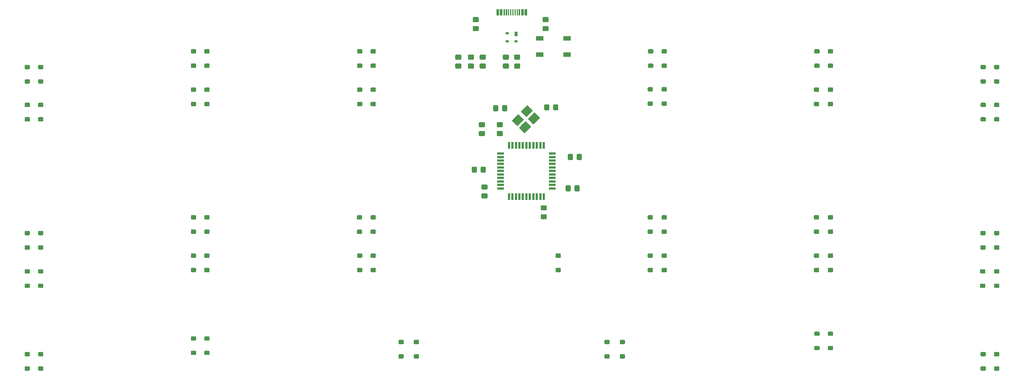
<source format=gbp>
G04 #@! TF.GenerationSoftware,KiCad,Pcbnew,(5.1.4-0)*
G04 #@! TF.CreationDate,2021-10-12T16:31:04-05:00*
G04 #@! TF.ProjectId,niko,6e696b6f-2e6b-4696-9361-645f70636258,rev?*
G04 #@! TF.SameCoordinates,Original*
G04 #@! TF.FileFunction,Paste,Bot*
G04 #@! TF.FilePolarity,Positive*
%FSLAX46Y46*%
G04 Gerber Fmt 4.6, Leading zero omitted, Abs format (unit mm)*
G04 Created by KiCad (PCBNEW (5.1.4-0)) date 2021-10-12 16:31:04*
%MOMM*%
%LPD*%
G04 APERTURE LIST*
%ADD10C,0.100000*%
%ADD11C,1.000000*%
%ADD12C,0.600000*%
%ADD13C,0.300000*%
%ADD14R,0.700000X0.600000*%
%ADD15R,0.700000X1.000000*%
%ADD16C,1.150000*%
%ADD17C,1.800000*%
%ADD18R,0.500000X1.500000*%
%ADD19R,1.500000X0.500000*%
%ADD20R,1.800000X1.100000*%
G04 APERTURE END LIST*
D10*
G36*
X256274504Y-82951204D02*
G01*
X256298773Y-82954804D01*
X256322571Y-82960765D01*
X256345671Y-82969030D01*
X256367849Y-82979520D01*
X256388893Y-82992133D01*
X256408598Y-83006747D01*
X256426777Y-83023223D01*
X256443253Y-83041402D01*
X256457867Y-83061107D01*
X256470480Y-83082151D01*
X256480970Y-83104329D01*
X256489235Y-83127429D01*
X256495196Y-83151227D01*
X256498796Y-83175496D01*
X256500000Y-83200000D01*
X256500000Y-83700000D01*
X256498796Y-83724504D01*
X256495196Y-83748773D01*
X256489235Y-83772571D01*
X256480970Y-83795671D01*
X256470480Y-83817849D01*
X256457867Y-83838893D01*
X256443253Y-83858598D01*
X256426777Y-83876777D01*
X256408598Y-83893253D01*
X256388893Y-83907867D01*
X256367849Y-83920480D01*
X256345671Y-83930970D01*
X256322571Y-83939235D01*
X256298773Y-83945196D01*
X256274504Y-83948796D01*
X256250000Y-83950000D01*
X255550000Y-83950000D01*
X255525496Y-83948796D01*
X255501227Y-83945196D01*
X255477429Y-83939235D01*
X255454329Y-83930970D01*
X255432151Y-83920480D01*
X255411107Y-83907867D01*
X255391402Y-83893253D01*
X255373223Y-83876777D01*
X255356747Y-83858598D01*
X255342133Y-83838893D01*
X255329520Y-83817849D01*
X255319030Y-83795671D01*
X255310765Y-83772571D01*
X255304804Y-83748773D01*
X255301204Y-83724504D01*
X255300000Y-83700000D01*
X255300000Y-83200000D01*
X255301204Y-83175496D01*
X255304804Y-83151227D01*
X255310765Y-83127429D01*
X255319030Y-83104329D01*
X255329520Y-83082151D01*
X255342133Y-83061107D01*
X255356747Y-83041402D01*
X255373223Y-83023223D01*
X255391402Y-83006747D01*
X255411107Y-82992133D01*
X255432151Y-82979520D01*
X255454329Y-82969030D01*
X255477429Y-82960765D01*
X255501227Y-82954804D01*
X255525496Y-82951204D01*
X255550000Y-82950000D01*
X256250000Y-82950000D01*
X256274504Y-82951204D01*
X256274504Y-82951204D01*
G37*
D11*
X255900000Y-83450000D03*
D10*
G36*
X256274504Y-79651204D02*
G01*
X256298773Y-79654804D01*
X256322571Y-79660765D01*
X256345671Y-79669030D01*
X256367849Y-79679520D01*
X256388893Y-79692133D01*
X256408598Y-79706747D01*
X256426777Y-79723223D01*
X256443253Y-79741402D01*
X256457867Y-79761107D01*
X256470480Y-79782151D01*
X256480970Y-79804329D01*
X256489235Y-79827429D01*
X256495196Y-79851227D01*
X256498796Y-79875496D01*
X256500000Y-79900000D01*
X256500000Y-80400000D01*
X256498796Y-80424504D01*
X256495196Y-80448773D01*
X256489235Y-80472571D01*
X256480970Y-80495671D01*
X256470480Y-80517849D01*
X256457867Y-80538893D01*
X256443253Y-80558598D01*
X256426777Y-80576777D01*
X256408598Y-80593253D01*
X256388893Y-80607867D01*
X256367849Y-80620480D01*
X256345671Y-80630970D01*
X256322571Y-80639235D01*
X256298773Y-80645196D01*
X256274504Y-80648796D01*
X256250000Y-80650000D01*
X255550000Y-80650000D01*
X255525496Y-80648796D01*
X255501227Y-80645196D01*
X255477429Y-80639235D01*
X255454329Y-80630970D01*
X255432151Y-80620480D01*
X255411107Y-80607867D01*
X255391402Y-80593253D01*
X255373223Y-80576777D01*
X255356747Y-80558598D01*
X255342133Y-80538893D01*
X255329520Y-80517849D01*
X255319030Y-80495671D01*
X255310765Y-80472571D01*
X255304804Y-80448773D01*
X255301204Y-80424504D01*
X255300000Y-80400000D01*
X255300000Y-79900000D01*
X255301204Y-79875496D01*
X255304804Y-79851227D01*
X255310765Y-79827429D01*
X255319030Y-79804329D01*
X255329520Y-79782151D01*
X255342133Y-79761107D01*
X255356747Y-79741402D01*
X255373223Y-79723223D01*
X255391402Y-79706747D01*
X255411107Y-79692133D01*
X255432151Y-79679520D01*
X255454329Y-79669030D01*
X255477429Y-79660765D01*
X255501227Y-79654804D01*
X255525496Y-79651204D01*
X255550000Y-79650000D01*
X256250000Y-79650000D01*
X256274504Y-79651204D01*
X256274504Y-79651204D01*
G37*
D11*
X255900000Y-80150000D03*
D10*
G36*
X247884483Y-23553952D02*
G01*
X247899044Y-23556112D01*
X247913323Y-23559689D01*
X247927183Y-23564648D01*
X247940490Y-23570942D01*
X247953116Y-23578510D01*
X247964939Y-23587278D01*
X247975846Y-23597164D01*
X247985732Y-23608071D01*
X247994500Y-23619894D01*
X248002068Y-23632520D01*
X248008362Y-23645827D01*
X248013321Y-23659687D01*
X248016898Y-23673966D01*
X248019058Y-23688527D01*
X248019780Y-23703230D01*
X248019780Y-24853230D01*
X248019058Y-24867933D01*
X248016898Y-24882494D01*
X248013321Y-24896773D01*
X248008362Y-24910633D01*
X248002068Y-24923940D01*
X247994500Y-24936566D01*
X247985732Y-24948389D01*
X247975846Y-24959296D01*
X247964939Y-24969182D01*
X247953116Y-24977950D01*
X247940490Y-24985518D01*
X247927183Y-24991812D01*
X247913323Y-24996771D01*
X247899044Y-25000348D01*
X247884483Y-25002508D01*
X247869780Y-25003230D01*
X247569780Y-25003230D01*
X247555077Y-25002508D01*
X247540516Y-25000348D01*
X247526237Y-24996771D01*
X247512377Y-24991812D01*
X247499070Y-24985518D01*
X247486444Y-24977950D01*
X247474621Y-24969182D01*
X247463714Y-24959296D01*
X247453828Y-24948389D01*
X247445060Y-24936566D01*
X247437492Y-24923940D01*
X247431198Y-24910633D01*
X247426239Y-24896773D01*
X247422662Y-24882494D01*
X247420502Y-24867933D01*
X247419780Y-24853230D01*
X247419780Y-23703230D01*
X247420502Y-23688527D01*
X247422662Y-23673966D01*
X247426239Y-23659687D01*
X247431198Y-23645827D01*
X247437492Y-23632520D01*
X247445060Y-23619894D01*
X247453828Y-23608071D01*
X247463714Y-23597164D01*
X247474621Y-23587278D01*
X247486444Y-23578510D01*
X247499070Y-23570942D01*
X247512377Y-23564648D01*
X247526237Y-23559689D01*
X247540516Y-23556112D01*
X247555077Y-23553952D01*
X247569780Y-23553230D01*
X247869780Y-23553230D01*
X247884483Y-23553952D01*
X247884483Y-23553952D01*
G37*
D12*
X247719780Y-24278230D03*
D10*
G36*
X248684483Y-23553952D02*
G01*
X248699044Y-23556112D01*
X248713323Y-23559689D01*
X248727183Y-23564648D01*
X248740490Y-23570942D01*
X248753116Y-23578510D01*
X248764939Y-23587278D01*
X248775846Y-23597164D01*
X248785732Y-23608071D01*
X248794500Y-23619894D01*
X248802068Y-23632520D01*
X248808362Y-23645827D01*
X248813321Y-23659687D01*
X248816898Y-23673966D01*
X248819058Y-23688527D01*
X248819780Y-23703230D01*
X248819780Y-24853230D01*
X248819058Y-24867933D01*
X248816898Y-24882494D01*
X248813321Y-24896773D01*
X248808362Y-24910633D01*
X248802068Y-24923940D01*
X248794500Y-24936566D01*
X248785732Y-24948389D01*
X248775846Y-24959296D01*
X248764939Y-24969182D01*
X248753116Y-24977950D01*
X248740490Y-24985518D01*
X248727183Y-24991812D01*
X248713323Y-24996771D01*
X248699044Y-25000348D01*
X248684483Y-25002508D01*
X248669780Y-25003230D01*
X248369780Y-25003230D01*
X248355077Y-25002508D01*
X248340516Y-25000348D01*
X248326237Y-24996771D01*
X248312377Y-24991812D01*
X248299070Y-24985518D01*
X248286444Y-24977950D01*
X248274621Y-24969182D01*
X248263714Y-24959296D01*
X248253828Y-24948389D01*
X248245060Y-24936566D01*
X248237492Y-24923940D01*
X248231198Y-24910633D01*
X248226239Y-24896773D01*
X248222662Y-24882494D01*
X248220502Y-24867933D01*
X248219780Y-24853230D01*
X248219780Y-23703230D01*
X248220502Y-23688527D01*
X248222662Y-23673966D01*
X248226239Y-23659687D01*
X248231198Y-23645827D01*
X248237492Y-23632520D01*
X248245060Y-23619894D01*
X248253828Y-23608071D01*
X248263714Y-23597164D01*
X248274621Y-23587278D01*
X248286444Y-23578510D01*
X248299070Y-23570942D01*
X248312377Y-23564648D01*
X248326237Y-23559689D01*
X248340516Y-23556112D01*
X248355077Y-23553952D01*
X248369780Y-23553230D01*
X248669780Y-23553230D01*
X248684483Y-23553952D01*
X248684483Y-23553952D01*
G37*
D12*
X248519780Y-24278230D03*
D10*
G36*
X242984483Y-23553952D02*
G01*
X242999044Y-23556112D01*
X243013323Y-23559689D01*
X243027183Y-23564648D01*
X243040490Y-23570942D01*
X243053116Y-23578510D01*
X243064939Y-23587278D01*
X243075846Y-23597164D01*
X243085732Y-23608071D01*
X243094500Y-23619894D01*
X243102068Y-23632520D01*
X243108362Y-23645827D01*
X243113321Y-23659687D01*
X243116898Y-23673966D01*
X243119058Y-23688527D01*
X243119780Y-23703230D01*
X243119780Y-24853230D01*
X243119058Y-24867933D01*
X243116898Y-24882494D01*
X243113321Y-24896773D01*
X243108362Y-24910633D01*
X243102068Y-24923940D01*
X243094500Y-24936566D01*
X243085732Y-24948389D01*
X243075846Y-24959296D01*
X243064939Y-24969182D01*
X243053116Y-24977950D01*
X243040490Y-24985518D01*
X243027183Y-24991812D01*
X243013323Y-24996771D01*
X242999044Y-25000348D01*
X242984483Y-25002508D01*
X242969780Y-25003230D01*
X242669780Y-25003230D01*
X242655077Y-25002508D01*
X242640516Y-25000348D01*
X242626237Y-24996771D01*
X242612377Y-24991812D01*
X242599070Y-24985518D01*
X242586444Y-24977950D01*
X242574621Y-24969182D01*
X242563714Y-24959296D01*
X242553828Y-24948389D01*
X242545060Y-24936566D01*
X242537492Y-24923940D01*
X242531198Y-24910633D01*
X242526239Y-24896773D01*
X242522662Y-24882494D01*
X242520502Y-24867933D01*
X242519780Y-24853230D01*
X242519780Y-23703230D01*
X242520502Y-23688527D01*
X242522662Y-23673966D01*
X242526239Y-23659687D01*
X242531198Y-23645827D01*
X242537492Y-23632520D01*
X242545060Y-23619894D01*
X242553828Y-23608071D01*
X242563714Y-23597164D01*
X242574621Y-23587278D01*
X242586444Y-23578510D01*
X242599070Y-23570942D01*
X242612377Y-23564648D01*
X242626237Y-23559689D01*
X242640516Y-23556112D01*
X242655077Y-23553952D01*
X242669780Y-23553230D01*
X242969780Y-23553230D01*
X242984483Y-23553952D01*
X242984483Y-23553952D01*
G37*
D12*
X242819780Y-24278230D03*
D10*
G36*
X245602131Y-23553591D02*
G01*
X245609412Y-23554671D01*
X245616551Y-23556459D01*
X245623481Y-23558939D01*
X245630135Y-23562086D01*
X245636448Y-23565870D01*
X245642359Y-23570254D01*
X245647813Y-23575197D01*
X245652756Y-23580651D01*
X245657140Y-23586562D01*
X245660924Y-23592875D01*
X245664071Y-23599529D01*
X245666551Y-23606459D01*
X245668339Y-23613598D01*
X245669419Y-23620879D01*
X245669780Y-23628230D01*
X245669780Y-24928230D01*
X245669419Y-24935581D01*
X245668339Y-24942862D01*
X245666551Y-24950001D01*
X245664071Y-24956931D01*
X245660924Y-24963585D01*
X245657140Y-24969898D01*
X245652756Y-24975809D01*
X245647813Y-24981263D01*
X245642359Y-24986206D01*
X245636448Y-24990590D01*
X245630135Y-24994374D01*
X245623481Y-24997521D01*
X245616551Y-25000001D01*
X245609412Y-25001789D01*
X245602131Y-25002869D01*
X245594780Y-25003230D01*
X245444780Y-25003230D01*
X245437429Y-25002869D01*
X245430148Y-25001789D01*
X245423009Y-25000001D01*
X245416079Y-24997521D01*
X245409425Y-24994374D01*
X245403112Y-24990590D01*
X245397201Y-24986206D01*
X245391747Y-24981263D01*
X245386804Y-24975809D01*
X245382420Y-24969898D01*
X245378636Y-24963585D01*
X245375489Y-24956931D01*
X245373009Y-24950001D01*
X245371221Y-24942862D01*
X245370141Y-24935581D01*
X245369780Y-24928230D01*
X245369780Y-23628230D01*
X245370141Y-23620879D01*
X245371221Y-23613598D01*
X245373009Y-23606459D01*
X245375489Y-23599529D01*
X245378636Y-23592875D01*
X245382420Y-23586562D01*
X245386804Y-23580651D01*
X245391747Y-23575197D01*
X245397201Y-23570254D01*
X245403112Y-23565870D01*
X245409425Y-23562086D01*
X245416079Y-23558939D01*
X245423009Y-23556459D01*
X245430148Y-23554671D01*
X245437429Y-23553591D01*
X245444780Y-23553230D01*
X245594780Y-23553230D01*
X245602131Y-23553591D01*
X245602131Y-23553591D01*
G37*
D13*
X245519780Y-24278230D03*
D10*
G36*
X246102131Y-23553591D02*
G01*
X246109412Y-23554671D01*
X246116551Y-23556459D01*
X246123481Y-23558939D01*
X246130135Y-23562086D01*
X246136448Y-23565870D01*
X246142359Y-23570254D01*
X246147813Y-23575197D01*
X246152756Y-23580651D01*
X246157140Y-23586562D01*
X246160924Y-23592875D01*
X246164071Y-23599529D01*
X246166551Y-23606459D01*
X246168339Y-23613598D01*
X246169419Y-23620879D01*
X246169780Y-23628230D01*
X246169780Y-24928230D01*
X246169419Y-24935581D01*
X246168339Y-24942862D01*
X246166551Y-24950001D01*
X246164071Y-24956931D01*
X246160924Y-24963585D01*
X246157140Y-24969898D01*
X246152756Y-24975809D01*
X246147813Y-24981263D01*
X246142359Y-24986206D01*
X246136448Y-24990590D01*
X246130135Y-24994374D01*
X246123481Y-24997521D01*
X246116551Y-25000001D01*
X246109412Y-25001789D01*
X246102131Y-25002869D01*
X246094780Y-25003230D01*
X245944780Y-25003230D01*
X245937429Y-25002869D01*
X245930148Y-25001789D01*
X245923009Y-25000001D01*
X245916079Y-24997521D01*
X245909425Y-24994374D01*
X245903112Y-24990590D01*
X245897201Y-24986206D01*
X245891747Y-24981263D01*
X245886804Y-24975809D01*
X245882420Y-24969898D01*
X245878636Y-24963585D01*
X245875489Y-24956931D01*
X245873009Y-24950001D01*
X245871221Y-24942862D01*
X245870141Y-24935581D01*
X245869780Y-24928230D01*
X245869780Y-23628230D01*
X245870141Y-23620879D01*
X245871221Y-23613598D01*
X245873009Y-23606459D01*
X245875489Y-23599529D01*
X245878636Y-23592875D01*
X245882420Y-23586562D01*
X245886804Y-23580651D01*
X245891747Y-23575197D01*
X245897201Y-23570254D01*
X245903112Y-23565870D01*
X245909425Y-23562086D01*
X245916079Y-23558939D01*
X245923009Y-23556459D01*
X245930148Y-23554671D01*
X245937429Y-23553591D01*
X245944780Y-23553230D01*
X246094780Y-23553230D01*
X246102131Y-23553591D01*
X246102131Y-23553591D01*
G37*
D13*
X246019780Y-24278230D03*
D10*
G36*
X246602131Y-23553591D02*
G01*
X246609412Y-23554671D01*
X246616551Y-23556459D01*
X246623481Y-23558939D01*
X246630135Y-23562086D01*
X246636448Y-23565870D01*
X246642359Y-23570254D01*
X246647813Y-23575197D01*
X246652756Y-23580651D01*
X246657140Y-23586562D01*
X246660924Y-23592875D01*
X246664071Y-23599529D01*
X246666551Y-23606459D01*
X246668339Y-23613598D01*
X246669419Y-23620879D01*
X246669780Y-23628230D01*
X246669780Y-24928230D01*
X246669419Y-24935581D01*
X246668339Y-24942862D01*
X246666551Y-24950001D01*
X246664071Y-24956931D01*
X246660924Y-24963585D01*
X246657140Y-24969898D01*
X246652756Y-24975809D01*
X246647813Y-24981263D01*
X246642359Y-24986206D01*
X246636448Y-24990590D01*
X246630135Y-24994374D01*
X246623481Y-24997521D01*
X246616551Y-25000001D01*
X246609412Y-25001789D01*
X246602131Y-25002869D01*
X246594780Y-25003230D01*
X246444780Y-25003230D01*
X246437429Y-25002869D01*
X246430148Y-25001789D01*
X246423009Y-25000001D01*
X246416079Y-24997521D01*
X246409425Y-24994374D01*
X246403112Y-24990590D01*
X246397201Y-24986206D01*
X246391747Y-24981263D01*
X246386804Y-24975809D01*
X246382420Y-24969898D01*
X246378636Y-24963585D01*
X246375489Y-24956931D01*
X246373009Y-24950001D01*
X246371221Y-24942862D01*
X246370141Y-24935581D01*
X246369780Y-24928230D01*
X246369780Y-23628230D01*
X246370141Y-23620879D01*
X246371221Y-23613598D01*
X246373009Y-23606459D01*
X246375489Y-23599529D01*
X246378636Y-23592875D01*
X246382420Y-23586562D01*
X246386804Y-23580651D01*
X246391747Y-23575197D01*
X246397201Y-23570254D01*
X246403112Y-23565870D01*
X246409425Y-23562086D01*
X246416079Y-23558939D01*
X246423009Y-23556459D01*
X246430148Y-23554671D01*
X246437429Y-23553591D01*
X246444780Y-23553230D01*
X246594780Y-23553230D01*
X246602131Y-23553591D01*
X246602131Y-23553591D01*
G37*
D13*
X246519780Y-24278230D03*
D10*
G36*
X247102131Y-23553591D02*
G01*
X247109412Y-23554671D01*
X247116551Y-23556459D01*
X247123481Y-23558939D01*
X247130135Y-23562086D01*
X247136448Y-23565870D01*
X247142359Y-23570254D01*
X247147813Y-23575197D01*
X247152756Y-23580651D01*
X247157140Y-23586562D01*
X247160924Y-23592875D01*
X247164071Y-23599529D01*
X247166551Y-23606459D01*
X247168339Y-23613598D01*
X247169419Y-23620879D01*
X247169780Y-23628230D01*
X247169780Y-24928230D01*
X247169419Y-24935581D01*
X247168339Y-24942862D01*
X247166551Y-24950001D01*
X247164071Y-24956931D01*
X247160924Y-24963585D01*
X247157140Y-24969898D01*
X247152756Y-24975809D01*
X247147813Y-24981263D01*
X247142359Y-24986206D01*
X247136448Y-24990590D01*
X247130135Y-24994374D01*
X247123481Y-24997521D01*
X247116551Y-25000001D01*
X247109412Y-25001789D01*
X247102131Y-25002869D01*
X247094780Y-25003230D01*
X246944780Y-25003230D01*
X246937429Y-25002869D01*
X246930148Y-25001789D01*
X246923009Y-25000001D01*
X246916079Y-24997521D01*
X246909425Y-24994374D01*
X246903112Y-24990590D01*
X246897201Y-24986206D01*
X246891747Y-24981263D01*
X246886804Y-24975809D01*
X246882420Y-24969898D01*
X246878636Y-24963585D01*
X246875489Y-24956931D01*
X246873009Y-24950001D01*
X246871221Y-24942862D01*
X246870141Y-24935581D01*
X246869780Y-24928230D01*
X246869780Y-23628230D01*
X246870141Y-23620879D01*
X246871221Y-23613598D01*
X246873009Y-23606459D01*
X246875489Y-23599529D01*
X246878636Y-23592875D01*
X246882420Y-23586562D01*
X246886804Y-23580651D01*
X246891747Y-23575197D01*
X246897201Y-23570254D01*
X246903112Y-23565870D01*
X246909425Y-23562086D01*
X246916079Y-23558939D01*
X246923009Y-23556459D01*
X246930148Y-23554671D01*
X246937429Y-23553591D01*
X246944780Y-23553230D01*
X247094780Y-23553230D01*
X247102131Y-23553591D01*
X247102131Y-23553591D01*
G37*
D13*
X247019780Y-24278230D03*
D10*
G36*
X245098131Y-23553591D02*
G01*
X245105412Y-23554671D01*
X245112551Y-23556459D01*
X245119481Y-23558939D01*
X245126135Y-23562086D01*
X245132448Y-23565870D01*
X245138359Y-23570254D01*
X245143813Y-23575197D01*
X245148756Y-23580651D01*
X245153140Y-23586562D01*
X245156924Y-23592875D01*
X245160071Y-23599529D01*
X245162551Y-23606459D01*
X245164339Y-23613598D01*
X245165419Y-23620879D01*
X245165780Y-23628230D01*
X245165780Y-24928230D01*
X245165419Y-24935581D01*
X245164339Y-24942862D01*
X245162551Y-24950001D01*
X245160071Y-24956931D01*
X245156924Y-24963585D01*
X245153140Y-24969898D01*
X245148756Y-24975809D01*
X245143813Y-24981263D01*
X245138359Y-24986206D01*
X245132448Y-24990590D01*
X245126135Y-24994374D01*
X245119481Y-24997521D01*
X245112551Y-25000001D01*
X245105412Y-25001789D01*
X245098131Y-25002869D01*
X245090780Y-25003230D01*
X244940780Y-25003230D01*
X244933429Y-25002869D01*
X244926148Y-25001789D01*
X244919009Y-25000001D01*
X244912079Y-24997521D01*
X244905425Y-24994374D01*
X244899112Y-24990590D01*
X244893201Y-24986206D01*
X244887747Y-24981263D01*
X244882804Y-24975809D01*
X244878420Y-24969898D01*
X244874636Y-24963585D01*
X244871489Y-24956931D01*
X244869009Y-24950001D01*
X244867221Y-24942862D01*
X244866141Y-24935581D01*
X244865780Y-24928230D01*
X244865780Y-23628230D01*
X244866141Y-23620879D01*
X244867221Y-23613598D01*
X244869009Y-23606459D01*
X244871489Y-23599529D01*
X244874636Y-23592875D01*
X244878420Y-23586562D01*
X244882804Y-23580651D01*
X244887747Y-23575197D01*
X244893201Y-23570254D01*
X244899112Y-23565870D01*
X244905425Y-23562086D01*
X244912079Y-23558939D01*
X244919009Y-23556459D01*
X244926148Y-23554671D01*
X244933429Y-23553591D01*
X244940780Y-23553230D01*
X245090780Y-23553230D01*
X245098131Y-23553591D01*
X245098131Y-23553591D01*
G37*
D13*
X245015780Y-24278230D03*
D10*
G36*
X244602131Y-23553591D02*
G01*
X244609412Y-23554671D01*
X244616551Y-23556459D01*
X244623481Y-23558939D01*
X244630135Y-23562086D01*
X244636448Y-23565870D01*
X244642359Y-23570254D01*
X244647813Y-23575197D01*
X244652756Y-23580651D01*
X244657140Y-23586562D01*
X244660924Y-23592875D01*
X244664071Y-23599529D01*
X244666551Y-23606459D01*
X244668339Y-23613598D01*
X244669419Y-23620879D01*
X244669780Y-23628230D01*
X244669780Y-24928230D01*
X244669419Y-24935581D01*
X244668339Y-24942862D01*
X244666551Y-24950001D01*
X244664071Y-24956931D01*
X244660924Y-24963585D01*
X244657140Y-24969898D01*
X244652756Y-24975809D01*
X244647813Y-24981263D01*
X244642359Y-24986206D01*
X244636448Y-24990590D01*
X244630135Y-24994374D01*
X244623481Y-24997521D01*
X244616551Y-25000001D01*
X244609412Y-25001789D01*
X244602131Y-25002869D01*
X244594780Y-25003230D01*
X244444780Y-25003230D01*
X244437429Y-25002869D01*
X244430148Y-25001789D01*
X244423009Y-25000001D01*
X244416079Y-24997521D01*
X244409425Y-24994374D01*
X244403112Y-24990590D01*
X244397201Y-24986206D01*
X244391747Y-24981263D01*
X244386804Y-24975809D01*
X244382420Y-24969898D01*
X244378636Y-24963585D01*
X244375489Y-24956931D01*
X244373009Y-24950001D01*
X244371221Y-24942862D01*
X244370141Y-24935581D01*
X244369780Y-24928230D01*
X244369780Y-23628230D01*
X244370141Y-23620879D01*
X244371221Y-23613598D01*
X244373009Y-23606459D01*
X244375489Y-23599529D01*
X244378636Y-23592875D01*
X244382420Y-23586562D01*
X244386804Y-23580651D01*
X244391747Y-23575197D01*
X244397201Y-23570254D01*
X244403112Y-23565870D01*
X244409425Y-23562086D01*
X244416079Y-23558939D01*
X244423009Y-23556459D01*
X244430148Y-23554671D01*
X244437429Y-23553591D01*
X244444780Y-23553230D01*
X244594780Y-23553230D01*
X244602131Y-23553591D01*
X244602131Y-23553591D01*
G37*
D13*
X244519780Y-24278230D03*
D10*
G36*
X244102131Y-23553591D02*
G01*
X244109412Y-23554671D01*
X244116551Y-23556459D01*
X244123481Y-23558939D01*
X244130135Y-23562086D01*
X244136448Y-23565870D01*
X244142359Y-23570254D01*
X244147813Y-23575197D01*
X244152756Y-23580651D01*
X244157140Y-23586562D01*
X244160924Y-23592875D01*
X244164071Y-23599529D01*
X244166551Y-23606459D01*
X244168339Y-23613598D01*
X244169419Y-23620879D01*
X244169780Y-23628230D01*
X244169780Y-24928230D01*
X244169419Y-24935581D01*
X244168339Y-24942862D01*
X244166551Y-24950001D01*
X244164071Y-24956931D01*
X244160924Y-24963585D01*
X244157140Y-24969898D01*
X244152756Y-24975809D01*
X244147813Y-24981263D01*
X244142359Y-24986206D01*
X244136448Y-24990590D01*
X244130135Y-24994374D01*
X244123481Y-24997521D01*
X244116551Y-25000001D01*
X244109412Y-25001789D01*
X244102131Y-25002869D01*
X244094780Y-25003230D01*
X243944780Y-25003230D01*
X243937429Y-25002869D01*
X243930148Y-25001789D01*
X243923009Y-25000001D01*
X243916079Y-24997521D01*
X243909425Y-24994374D01*
X243903112Y-24990590D01*
X243897201Y-24986206D01*
X243891747Y-24981263D01*
X243886804Y-24975809D01*
X243882420Y-24969898D01*
X243878636Y-24963585D01*
X243875489Y-24956931D01*
X243873009Y-24950001D01*
X243871221Y-24942862D01*
X243870141Y-24935581D01*
X243869780Y-24928230D01*
X243869780Y-23628230D01*
X243870141Y-23620879D01*
X243871221Y-23613598D01*
X243873009Y-23606459D01*
X243875489Y-23599529D01*
X243878636Y-23592875D01*
X243882420Y-23586562D01*
X243886804Y-23580651D01*
X243891747Y-23575197D01*
X243897201Y-23570254D01*
X243903112Y-23565870D01*
X243909425Y-23562086D01*
X243916079Y-23558939D01*
X243923009Y-23556459D01*
X243930148Y-23554671D01*
X243937429Y-23553591D01*
X243944780Y-23553230D01*
X244094780Y-23553230D01*
X244102131Y-23553591D01*
X244102131Y-23553591D01*
G37*
D13*
X244019780Y-24278230D03*
D10*
G36*
X243602131Y-23553591D02*
G01*
X243609412Y-23554671D01*
X243616551Y-23556459D01*
X243623481Y-23558939D01*
X243630135Y-23562086D01*
X243636448Y-23565870D01*
X243642359Y-23570254D01*
X243647813Y-23575197D01*
X243652756Y-23580651D01*
X243657140Y-23586562D01*
X243660924Y-23592875D01*
X243664071Y-23599529D01*
X243666551Y-23606459D01*
X243668339Y-23613598D01*
X243669419Y-23620879D01*
X243669780Y-23628230D01*
X243669780Y-24928230D01*
X243669419Y-24935581D01*
X243668339Y-24942862D01*
X243666551Y-24950001D01*
X243664071Y-24956931D01*
X243660924Y-24963585D01*
X243657140Y-24969898D01*
X243652756Y-24975809D01*
X243647813Y-24981263D01*
X243642359Y-24986206D01*
X243636448Y-24990590D01*
X243630135Y-24994374D01*
X243623481Y-24997521D01*
X243616551Y-25000001D01*
X243609412Y-25001789D01*
X243602131Y-25002869D01*
X243594780Y-25003230D01*
X243444780Y-25003230D01*
X243437429Y-25002869D01*
X243430148Y-25001789D01*
X243423009Y-25000001D01*
X243416079Y-24997521D01*
X243409425Y-24994374D01*
X243403112Y-24990590D01*
X243397201Y-24986206D01*
X243391747Y-24981263D01*
X243386804Y-24975809D01*
X243382420Y-24969898D01*
X243378636Y-24963585D01*
X243375489Y-24956931D01*
X243373009Y-24950001D01*
X243371221Y-24942862D01*
X243370141Y-24935581D01*
X243369780Y-24928230D01*
X243369780Y-23628230D01*
X243370141Y-23620879D01*
X243371221Y-23613598D01*
X243373009Y-23606459D01*
X243375489Y-23599529D01*
X243378636Y-23592875D01*
X243382420Y-23586562D01*
X243386804Y-23580651D01*
X243391747Y-23575197D01*
X243397201Y-23570254D01*
X243403112Y-23565870D01*
X243409425Y-23562086D01*
X243416079Y-23558939D01*
X243423009Y-23556459D01*
X243430148Y-23554671D01*
X243437429Y-23553591D01*
X243444780Y-23553230D01*
X243594780Y-23553230D01*
X243602131Y-23553591D01*
X243602131Y-23553591D01*
G37*
D13*
X243519780Y-24278230D03*
D10*
G36*
X242184483Y-23553952D02*
G01*
X242199044Y-23556112D01*
X242213323Y-23559689D01*
X242227183Y-23564648D01*
X242240490Y-23570942D01*
X242253116Y-23578510D01*
X242264939Y-23587278D01*
X242275846Y-23597164D01*
X242285732Y-23608071D01*
X242294500Y-23619894D01*
X242302068Y-23632520D01*
X242308362Y-23645827D01*
X242313321Y-23659687D01*
X242316898Y-23673966D01*
X242319058Y-23688527D01*
X242319780Y-23703230D01*
X242319780Y-24853230D01*
X242319058Y-24867933D01*
X242316898Y-24882494D01*
X242313321Y-24896773D01*
X242308362Y-24910633D01*
X242302068Y-24923940D01*
X242294500Y-24936566D01*
X242285732Y-24948389D01*
X242275846Y-24959296D01*
X242264939Y-24969182D01*
X242253116Y-24977950D01*
X242240490Y-24985518D01*
X242227183Y-24991812D01*
X242213323Y-24996771D01*
X242199044Y-25000348D01*
X242184483Y-25002508D01*
X242169780Y-25003230D01*
X241869780Y-25003230D01*
X241855077Y-25002508D01*
X241840516Y-25000348D01*
X241826237Y-24996771D01*
X241812377Y-24991812D01*
X241799070Y-24985518D01*
X241786444Y-24977950D01*
X241774621Y-24969182D01*
X241763714Y-24959296D01*
X241753828Y-24948389D01*
X241745060Y-24936566D01*
X241737492Y-24923940D01*
X241731198Y-24910633D01*
X241726239Y-24896773D01*
X241722662Y-24882494D01*
X241720502Y-24867933D01*
X241719780Y-24853230D01*
X241719780Y-23703230D01*
X241720502Y-23688527D01*
X241722662Y-23673966D01*
X241726239Y-23659687D01*
X241731198Y-23645827D01*
X241737492Y-23632520D01*
X241745060Y-23619894D01*
X241753828Y-23608071D01*
X241763714Y-23597164D01*
X241774621Y-23587278D01*
X241786444Y-23578510D01*
X241799070Y-23570942D01*
X241812377Y-23564648D01*
X241826237Y-23559689D01*
X241840516Y-23556112D01*
X241855077Y-23553952D01*
X241869780Y-23553230D01*
X242169780Y-23553230D01*
X242184483Y-23553952D01*
X242184483Y-23553952D01*
G37*
D12*
X242019780Y-24278230D03*
D10*
G36*
X356774504Y-36351204D02*
G01*
X356798773Y-36354804D01*
X356822571Y-36360765D01*
X356845671Y-36369030D01*
X356867849Y-36379520D01*
X356888893Y-36392133D01*
X356908598Y-36406747D01*
X356926777Y-36423223D01*
X356943253Y-36441402D01*
X356957867Y-36461107D01*
X356970480Y-36482151D01*
X356980970Y-36504329D01*
X356989235Y-36527429D01*
X356995196Y-36551227D01*
X356998796Y-36575496D01*
X357000000Y-36600000D01*
X357000000Y-37100000D01*
X356998796Y-37124504D01*
X356995196Y-37148773D01*
X356989235Y-37172571D01*
X356980970Y-37195671D01*
X356970480Y-37217849D01*
X356957867Y-37238893D01*
X356943253Y-37258598D01*
X356926777Y-37276777D01*
X356908598Y-37293253D01*
X356888893Y-37307867D01*
X356867849Y-37320480D01*
X356845671Y-37330970D01*
X356822571Y-37339235D01*
X356798773Y-37345196D01*
X356774504Y-37348796D01*
X356750000Y-37350000D01*
X356050000Y-37350000D01*
X356025496Y-37348796D01*
X356001227Y-37345196D01*
X355977429Y-37339235D01*
X355954329Y-37330970D01*
X355932151Y-37320480D01*
X355911107Y-37307867D01*
X355891402Y-37293253D01*
X355873223Y-37276777D01*
X355856747Y-37258598D01*
X355842133Y-37238893D01*
X355829520Y-37217849D01*
X355819030Y-37195671D01*
X355810765Y-37172571D01*
X355804804Y-37148773D01*
X355801204Y-37124504D01*
X355800000Y-37100000D01*
X355800000Y-36600000D01*
X355801204Y-36575496D01*
X355804804Y-36551227D01*
X355810765Y-36527429D01*
X355819030Y-36504329D01*
X355829520Y-36482151D01*
X355842133Y-36461107D01*
X355856747Y-36441402D01*
X355873223Y-36423223D01*
X355891402Y-36406747D01*
X355911107Y-36392133D01*
X355932151Y-36379520D01*
X355954329Y-36369030D01*
X355977429Y-36360765D01*
X356001227Y-36354804D01*
X356025496Y-36351204D01*
X356050000Y-36350000D01*
X356750000Y-36350000D01*
X356774504Y-36351204D01*
X356774504Y-36351204D01*
G37*
D11*
X356400000Y-36850000D03*
D10*
G36*
X356774504Y-39651204D02*
G01*
X356798773Y-39654804D01*
X356822571Y-39660765D01*
X356845671Y-39669030D01*
X356867849Y-39679520D01*
X356888893Y-39692133D01*
X356908598Y-39706747D01*
X356926777Y-39723223D01*
X356943253Y-39741402D01*
X356957867Y-39761107D01*
X356970480Y-39782151D01*
X356980970Y-39804329D01*
X356989235Y-39827429D01*
X356995196Y-39851227D01*
X356998796Y-39875496D01*
X357000000Y-39900000D01*
X357000000Y-40400000D01*
X356998796Y-40424504D01*
X356995196Y-40448773D01*
X356989235Y-40472571D01*
X356980970Y-40495671D01*
X356970480Y-40517849D01*
X356957867Y-40538893D01*
X356943253Y-40558598D01*
X356926777Y-40576777D01*
X356908598Y-40593253D01*
X356888893Y-40607867D01*
X356867849Y-40620480D01*
X356845671Y-40630970D01*
X356822571Y-40639235D01*
X356798773Y-40645196D01*
X356774504Y-40648796D01*
X356750000Y-40650000D01*
X356050000Y-40650000D01*
X356025496Y-40648796D01*
X356001227Y-40645196D01*
X355977429Y-40639235D01*
X355954329Y-40630970D01*
X355932151Y-40620480D01*
X355911107Y-40607867D01*
X355891402Y-40593253D01*
X355873223Y-40576777D01*
X355856747Y-40558598D01*
X355842133Y-40538893D01*
X355829520Y-40517849D01*
X355819030Y-40495671D01*
X355810765Y-40472571D01*
X355804804Y-40448773D01*
X355801204Y-40424504D01*
X355800000Y-40400000D01*
X355800000Y-39900000D01*
X355801204Y-39875496D01*
X355804804Y-39851227D01*
X355810765Y-39827429D01*
X355819030Y-39804329D01*
X355829520Y-39782151D01*
X355842133Y-39761107D01*
X355856747Y-39741402D01*
X355873223Y-39723223D01*
X355891402Y-39706747D01*
X355911107Y-39692133D01*
X355932151Y-39679520D01*
X355954329Y-39669030D01*
X355977429Y-39660765D01*
X356001227Y-39654804D01*
X356025496Y-39651204D01*
X356050000Y-39650000D01*
X356750000Y-39650000D01*
X356774504Y-39651204D01*
X356774504Y-39651204D01*
G37*
D11*
X356400000Y-40150000D03*
D10*
G36*
X353674504Y-36351204D02*
G01*
X353698773Y-36354804D01*
X353722571Y-36360765D01*
X353745671Y-36369030D01*
X353767849Y-36379520D01*
X353788893Y-36392133D01*
X353808598Y-36406747D01*
X353826777Y-36423223D01*
X353843253Y-36441402D01*
X353857867Y-36461107D01*
X353870480Y-36482151D01*
X353880970Y-36504329D01*
X353889235Y-36527429D01*
X353895196Y-36551227D01*
X353898796Y-36575496D01*
X353900000Y-36600000D01*
X353900000Y-37100000D01*
X353898796Y-37124504D01*
X353895196Y-37148773D01*
X353889235Y-37172571D01*
X353880970Y-37195671D01*
X353870480Y-37217849D01*
X353857867Y-37238893D01*
X353843253Y-37258598D01*
X353826777Y-37276777D01*
X353808598Y-37293253D01*
X353788893Y-37307867D01*
X353767849Y-37320480D01*
X353745671Y-37330970D01*
X353722571Y-37339235D01*
X353698773Y-37345196D01*
X353674504Y-37348796D01*
X353650000Y-37350000D01*
X352950000Y-37350000D01*
X352925496Y-37348796D01*
X352901227Y-37345196D01*
X352877429Y-37339235D01*
X352854329Y-37330970D01*
X352832151Y-37320480D01*
X352811107Y-37307867D01*
X352791402Y-37293253D01*
X352773223Y-37276777D01*
X352756747Y-37258598D01*
X352742133Y-37238893D01*
X352729520Y-37217849D01*
X352719030Y-37195671D01*
X352710765Y-37172571D01*
X352704804Y-37148773D01*
X352701204Y-37124504D01*
X352700000Y-37100000D01*
X352700000Y-36600000D01*
X352701204Y-36575496D01*
X352704804Y-36551227D01*
X352710765Y-36527429D01*
X352719030Y-36504329D01*
X352729520Y-36482151D01*
X352742133Y-36461107D01*
X352756747Y-36441402D01*
X352773223Y-36423223D01*
X352791402Y-36406747D01*
X352811107Y-36392133D01*
X352832151Y-36379520D01*
X352854329Y-36369030D01*
X352877429Y-36360765D01*
X352901227Y-36354804D01*
X352925496Y-36351204D01*
X352950000Y-36350000D01*
X353650000Y-36350000D01*
X353674504Y-36351204D01*
X353674504Y-36351204D01*
G37*
D11*
X353300000Y-36850000D03*
D10*
G36*
X353674504Y-39651204D02*
G01*
X353698773Y-39654804D01*
X353722571Y-39660765D01*
X353745671Y-39669030D01*
X353767849Y-39679520D01*
X353788893Y-39692133D01*
X353808598Y-39706747D01*
X353826777Y-39723223D01*
X353843253Y-39741402D01*
X353857867Y-39761107D01*
X353870480Y-39782151D01*
X353880970Y-39804329D01*
X353889235Y-39827429D01*
X353895196Y-39851227D01*
X353898796Y-39875496D01*
X353900000Y-39900000D01*
X353900000Y-40400000D01*
X353898796Y-40424504D01*
X353895196Y-40448773D01*
X353889235Y-40472571D01*
X353880970Y-40495671D01*
X353870480Y-40517849D01*
X353857867Y-40538893D01*
X353843253Y-40558598D01*
X353826777Y-40576777D01*
X353808598Y-40593253D01*
X353788893Y-40607867D01*
X353767849Y-40620480D01*
X353745671Y-40630970D01*
X353722571Y-40639235D01*
X353698773Y-40645196D01*
X353674504Y-40648796D01*
X353650000Y-40650000D01*
X352950000Y-40650000D01*
X352925496Y-40648796D01*
X352901227Y-40645196D01*
X352877429Y-40639235D01*
X352854329Y-40630970D01*
X352832151Y-40620480D01*
X352811107Y-40607867D01*
X352791402Y-40593253D01*
X352773223Y-40576777D01*
X352756747Y-40558598D01*
X352742133Y-40538893D01*
X352729520Y-40517849D01*
X352719030Y-40495671D01*
X352710765Y-40472571D01*
X352704804Y-40448773D01*
X352701204Y-40424504D01*
X352700000Y-40400000D01*
X352700000Y-39900000D01*
X352701204Y-39875496D01*
X352704804Y-39851227D01*
X352710765Y-39827429D01*
X352719030Y-39804329D01*
X352729520Y-39782151D01*
X352742133Y-39761107D01*
X352756747Y-39741402D01*
X352773223Y-39723223D01*
X352791402Y-39706747D01*
X352811107Y-39692133D01*
X352832151Y-39679520D01*
X352854329Y-39669030D01*
X352877429Y-39660765D01*
X352901227Y-39654804D01*
X352925496Y-39651204D01*
X352950000Y-39650000D01*
X353650000Y-39650000D01*
X353674504Y-39651204D01*
X353674504Y-39651204D01*
G37*
D11*
X353300000Y-40150000D03*
D10*
G36*
X318674504Y-32751204D02*
G01*
X318698773Y-32754804D01*
X318722571Y-32760765D01*
X318745671Y-32769030D01*
X318767849Y-32779520D01*
X318788893Y-32792133D01*
X318808598Y-32806747D01*
X318826777Y-32823223D01*
X318843253Y-32841402D01*
X318857867Y-32861107D01*
X318870480Y-32882151D01*
X318880970Y-32904329D01*
X318889235Y-32927429D01*
X318895196Y-32951227D01*
X318898796Y-32975496D01*
X318900000Y-33000000D01*
X318900000Y-33500000D01*
X318898796Y-33524504D01*
X318895196Y-33548773D01*
X318889235Y-33572571D01*
X318880970Y-33595671D01*
X318870480Y-33617849D01*
X318857867Y-33638893D01*
X318843253Y-33658598D01*
X318826777Y-33676777D01*
X318808598Y-33693253D01*
X318788893Y-33707867D01*
X318767849Y-33720480D01*
X318745671Y-33730970D01*
X318722571Y-33739235D01*
X318698773Y-33745196D01*
X318674504Y-33748796D01*
X318650000Y-33750000D01*
X317950000Y-33750000D01*
X317925496Y-33748796D01*
X317901227Y-33745196D01*
X317877429Y-33739235D01*
X317854329Y-33730970D01*
X317832151Y-33720480D01*
X317811107Y-33707867D01*
X317791402Y-33693253D01*
X317773223Y-33676777D01*
X317756747Y-33658598D01*
X317742133Y-33638893D01*
X317729520Y-33617849D01*
X317719030Y-33595671D01*
X317710765Y-33572571D01*
X317704804Y-33548773D01*
X317701204Y-33524504D01*
X317700000Y-33500000D01*
X317700000Y-33000000D01*
X317701204Y-32975496D01*
X317704804Y-32951227D01*
X317710765Y-32927429D01*
X317719030Y-32904329D01*
X317729520Y-32882151D01*
X317742133Y-32861107D01*
X317756747Y-32841402D01*
X317773223Y-32823223D01*
X317791402Y-32806747D01*
X317811107Y-32792133D01*
X317832151Y-32779520D01*
X317854329Y-32769030D01*
X317877429Y-32760765D01*
X317901227Y-32754804D01*
X317925496Y-32751204D01*
X317950000Y-32750000D01*
X318650000Y-32750000D01*
X318674504Y-32751204D01*
X318674504Y-32751204D01*
G37*
D11*
X318300000Y-33250000D03*
D10*
G36*
X318674504Y-36051204D02*
G01*
X318698773Y-36054804D01*
X318722571Y-36060765D01*
X318745671Y-36069030D01*
X318767849Y-36079520D01*
X318788893Y-36092133D01*
X318808598Y-36106747D01*
X318826777Y-36123223D01*
X318843253Y-36141402D01*
X318857867Y-36161107D01*
X318870480Y-36182151D01*
X318880970Y-36204329D01*
X318889235Y-36227429D01*
X318895196Y-36251227D01*
X318898796Y-36275496D01*
X318900000Y-36300000D01*
X318900000Y-36800000D01*
X318898796Y-36824504D01*
X318895196Y-36848773D01*
X318889235Y-36872571D01*
X318880970Y-36895671D01*
X318870480Y-36917849D01*
X318857867Y-36938893D01*
X318843253Y-36958598D01*
X318826777Y-36976777D01*
X318808598Y-36993253D01*
X318788893Y-37007867D01*
X318767849Y-37020480D01*
X318745671Y-37030970D01*
X318722571Y-37039235D01*
X318698773Y-37045196D01*
X318674504Y-37048796D01*
X318650000Y-37050000D01*
X317950000Y-37050000D01*
X317925496Y-37048796D01*
X317901227Y-37045196D01*
X317877429Y-37039235D01*
X317854329Y-37030970D01*
X317832151Y-37020480D01*
X317811107Y-37007867D01*
X317791402Y-36993253D01*
X317773223Y-36976777D01*
X317756747Y-36958598D01*
X317742133Y-36938893D01*
X317729520Y-36917849D01*
X317719030Y-36895671D01*
X317710765Y-36872571D01*
X317704804Y-36848773D01*
X317701204Y-36824504D01*
X317700000Y-36800000D01*
X317700000Y-36300000D01*
X317701204Y-36275496D01*
X317704804Y-36251227D01*
X317710765Y-36227429D01*
X317719030Y-36204329D01*
X317729520Y-36182151D01*
X317742133Y-36161107D01*
X317756747Y-36141402D01*
X317773223Y-36123223D01*
X317791402Y-36106747D01*
X317811107Y-36092133D01*
X317832151Y-36079520D01*
X317854329Y-36069030D01*
X317877429Y-36060765D01*
X317901227Y-36054804D01*
X317925496Y-36051204D01*
X317950000Y-36050000D01*
X318650000Y-36050000D01*
X318674504Y-36051204D01*
X318674504Y-36051204D01*
G37*
D11*
X318300000Y-36550000D03*
D10*
G36*
X315574504Y-32751204D02*
G01*
X315598773Y-32754804D01*
X315622571Y-32760765D01*
X315645671Y-32769030D01*
X315667849Y-32779520D01*
X315688893Y-32792133D01*
X315708598Y-32806747D01*
X315726777Y-32823223D01*
X315743253Y-32841402D01*
X315757867Y-32861107D01*
X315770480Y-32882151D01*
X315780970Y-32904329D01*
X315789235Y-32927429D01*
X315795196Y-32951227D01*
X315798796Y-32975496D01*
X315800000Y-33000000D01*
X315800000Y-33500000D01*
X315798796Y-33524504D01*
X315795196Y-33548773D01*
X315789235Y-33572571D01*
X315780970Y-33595671D01*
X315770480Y-33617849D01*
X315757867Y-33638893D01*
X315743253Y-33658598D01*
X315726777Y-33676777D01*
X315708598Y-33693253D01*
X315688893Y-33707867D01*
X315667849Y-33720480D01*
X315645671Y-33730970D01*
X315622571Y-33739235D01*
X315598773Y-33745196D01*
X315574504Y-33748796D01*
X315550000Y-33750000D01*
X314850000Y-33750000D01*
X314825496Y-33748796D01*
X314801227Y-33745196D01*
X314777429Y-33739235D01*
X314754329Y-33730970D01*
X314732151Y-33720480D01*
X314711107Y-33707867D01*
X314691402Y-33693253D01*
X314673223Y-33676777D01*
X314656747Y-33658598D01*
X314642133Y-33638893D01*
X314629520Y-33617849D01*
X314619030Y-33595671D01*
X314610765Y-33572571D01*
X314604804Y-33548773D01*
X314601204Y-33524504D01*
X314600000Y-33500000D01*
X314600000Y-33000000D01*
X314601204Y-32975496D01*
X314604804Y-32951227D01*
X314610765Y-32927429D01*
X314619030Y-32904329D01*
X314629520Y-32882151D01*
X314642133Y-32861107D01*
X314656747Y-32841402D01*
X314673223Y-32823223D01*
X314691402Y-32806747D01*
X314711107Y-32792133D01*
X314732151Y-32779520D01*
X314754329Y-32769030D01*
X314777429Y-32760765D01*
X314801227Y-32754804D01*
X314825496Y-32751204D01*
X314850000Y-32750000D01*
X315550000Y-32750000D01*
X315574504Y-32751204D01*
X315574504Y-32751204D01*
G37*
D11*
X315200000Y-33250000D03*
D10*
G36*
X315574504Y-36051204D02*
G01*
X315598773Y-36054804D01*
X315622571Y-36060765D01*
X315645671Y-36069030D01*
X315667849Y-36079520D01*
X315688893Y-36092133D01*
X315708598Y-36106747D01*
X315726777Y-36123223D01*
X315743253Y-36141402D01*
X315757867Y-36161107D01*
X315770480Y-36182151D01*
X315780970Y-36204329D01*
X315789235Y-36227429D01*
X315795196Y-36251227D01*
X315798796Y-36275496D01*
X315800000Y-36300000D01*
X315800000Y-36800000D01*
X315798796Y-36824504D01*
X315795196Y-36848773D01*
X315789235Y-36872571D01*
X315780970Y-36895671D01*
X315770480Y-36917849D01*
X315757867Y-36938893D01*
X315743253Y-36958598D01*
X315726777Y-36976777D01*
X315708598Y-36993253D01*
X315688893Y-37007867D01*
X315667849Y-37020480D01*
X315645671Y-37030970D01*
X315622571Y-37039235D01*
X315598773Y-37045196D01*
X315574504Y-37048796D01*
X315550000Y-37050000D01*
X314850000Y-37050000D01*
X314825496Y-37048796D01*
X314801227Y-37045196D01*
X314777429Y-37039235D01*
X314754329Y-37030970D01*
X314732151Y-37020480D01*
X314711107Y-37007867D01*
X314691402Y-36993253D01*
X314673223Y-36976777D01*
X314656747Y-36958598D01*
X314642133Y-36938893D01*
X314629520Y-36917849D01*
X314619030Y-36895671D01*
X314610765Y-36872571D01*
X314604804Y-36848773D01*
X314601204Y-36824504D01*
X314600000Y-36800000D01*
X314600000Y-36300000D01*
X314601204Y-36275496D01*
X314604804Y-36251227D01*
X314610765Y-36227429D01*
X314619030Y-36204329D01*
X314629520Y-36182151D01*
X314642133Y-36161107D01*
X314656747Y-36141402D01*
X314673223Y-36123223D01*
X314691402Y-36106747D01*
X314711107Y-36092133D01*
X314732151Y-36079520D01*
X314754329Y-36069030D01*
X314777429Y-36060765D01*
X314801227Y-36054804D01*
X314825496Y-36051204D01*
X314850000Y-36050000D01*
X315550000Y-36050000D01*
X315574504Y-36051204D01*
X315574504Y-36051204D01*
G37*
D11*
X315200000Y-36550000D03*
D10*
G36*
X280574504Y-32751204D02*
G01*
X280598773Y-32754804D01*
X280622571Y-32760765D01*
X280645671Y-32769030D01*
X280667849Y-32779520D01*
X280688893Y-32792133D01*
X280708598Y-32806747D01*
X280726777Y-32823223D01*
X280743253Y-32841402D01*
X280757867Y-32861107D01*
X280770480Y-32882151D01*
X280780970Y-32904329D01*
X280789235Y-32927429D01*
X280795196Y-32951227D01*
X280798796Y-32975496D01*
X280800000Y-33000000D01*
X280800000Y-33500000D01*
X280798796Y-33524504D01*
X280795196Y-33548773D01*
X280789235Y-33572571D01*
X280780970Y-33595671D01*
X280770480Y-33617849D01*
X280757867Y-33638893D01*
X280743253Y-33658598D01*
X280726777Y-33676777D01*
X280708598Y-33693253D01*
X280688893Y-33707867D01*
X280667849Y-33720480D01*
X280645671Y-33730970D01*
X280622571Y-33739235D01*
X280598773Y-33745196D01*
X280574504Y-33748796D01*
X280550000Y-33750000D01*
X279850000Y-33750000D01*
X279825496Y-33748796D01*
X279801227Y-33745196D01*
X279777429Y-33739235D01*
X279754329Y-33730970D01*
X279732151Y-33720480D01*
X279711107Y-33707867D01*
X279691402Y-33693253D01*
X279673223Y-33676777D01*
X279656747Y-33658598D01*
X279642133Y-33638893D01*
X279629520Y-33617849D01*
X279619030Y-33595671D01*
X279610765Y-33572571D01*
X279604804Y-33548773D01*
X279601204Y-33524504D01*
X279600000Y-33500000D01*
X279600000Y-33000000D01*
X279601204Y-32975496D01*
X279604804Y-32951227D01*
X279610765Y-32927429D01*
X279619030Y-32904329D01*
X279629520Y-32882151D01*
X279642133Y-32861107D01*
X279656747Y-32841402D01*
X279673223Y-32823223D01*
X279691402Y-32806747D01*
X279711107Y-32792133D01*
X279732151Y-32779520D01*
X279754329Y-32769030D01*
X279777429Y-32760765D01*
X279801227Y-32754804D01*
X279825496Y-32751204D01*
X279850000Y-32750000D01*
X280550000Y-32750000D01*
X280574504Y-32751204D01*
X280574504Y-32751204D01*
G37*
D11*
X280200000Y-33250000D03*
D10*
G36*
X280574504Y-36051204D02*
G01*
X280598773Y-36054804D01*
X280622571Y-36060765D01*
X280645671Y-36069030D01*
X280667849Y-36079520D01*
X280688893Y-36092133D01*
X280708598Y-36106747D01*
X280726777Y-36123223D01*
X280743253Y-36141402D01*
X280757867Y-36161107D01*
X280770480Y-36182151D01*
X280780970Y-36204329D01*
X280789235Y-36227429D01*
X280795196Y-36251227D01*
X280798796Y-36275496D01*
X280800000Y-36300000D01*
X280800000Y-36800000D01*
X280798796Y-36824504D01*
X280795196Y-36848773D01*
X280789235Y-36872571D01*
X280780970Y-36895671D01*
X280770480Y-36917849D01*
X280757867Y-36938893D01*
X280743253Y-36958598D01*
X280726777Y-36976777D01*
X280708598Y-36993253D01*
X280688893Y-37007867D01*
X280667849Y-37020480D01*
X280645671Y-37030970D01*
X280622571Y-37039235D01*
X280598773Y-37045196D01*
X280574504Y-37048796D01*
X280550000Y-37050000D01*
X279850000Y-37050000D01*
X279825496Y-37048796D01*
X279801227Y-37045196D01*
X279777429Y-37039235D01*
X279754329Y-37030970D01*
X279732151Y-37020480D01*
X279711107Y-37007867D01*
X279691402Y-36993253D01*
X279673223Y-36976777D01*
X279656747Y-36958598D01*
X279642133Y-36938893D01*
X279629520Y-36917849D01*
X279619030Y-36895671D01*
X279610765Y-36872571D01*
X279604804Y-36848773D01*
X279601204Y-36824504D01*
X279600000Y-36800000D01*
X279600000Y-36300000D01*
X279601204Y-36275496D01*
X279604804Y-36251227D01*
X279610765Y-36227429D01*
X279619030Y-36204329D01*
X279629520Y-36182151D01*
X279642133Y-36161107D01*
X279656747Y-36141402D01*
X279673223Y-36123223D01*
X279691402Y-36106747D01*
X279711107Y-36092133D01*
X279732151Y-36079520D01*
X279754329Y-36069030D01*
X279777429Y-36060765D01*
X279801227Y-36054804D01*
X279825496Y-36051204D01*
X279850000Y-36050000D01*
X280550000Y-36050000D01*
X280574504Y-36051204D01*
X280574504Y-36051204D01*
G37*
D11*
X280200000Y-36550000D03*
D10*
G36*
X277474504Y-32751204D02*
G01*
X277498773Y-32754804D01*
X277522571Y-32760765D01*
X277545671Y-32769030D01*
X277567849Y-32779520D01*
X277588893Y-32792133D01*
X277608598Y-32806747D01*
X277626777Y-32823223D01*
X277643253Y-32841402D01*
X277657867Y-32861107D01*
X277670480Y-32882151D01*
X277680970Y-32904329D01*
X277689235Y-32927429D01*
X277695196Y-32951227D01*
X277698796Y-32975496D01*
X277700000Y-33000000D01*
X277700000Y-33500000D01*
X277698796Y-33524504D01*
X277695196Y-33548773D01*
X277689235Y-33572571D01*
X277680970Y-33595671D01*
X277670480Y-33617849D01*
X277657867Y-33638893D01*
X277643253Y-33658598D01*
X277626777Y-33676777D01*
X277608598Y-33693253D01*
X277588893Y-33707867D01*
X277567849Y-33720480D01*
X277545671Y-33730970D01*
X277522571Y-33739235D01*
X277498773Y-33745196D01*
X277474504Y-33748796D01*
X277450000Y-33750000D01*
X276750000Y-33750000D01*
X276725496Y-33748796D01*
X276701227Y-33745196D01*
X276677429Y-33739235D01*
X276654329Y-33730970D01*
X276632151Y-33720480D01*
X276611107Y-33707867D01*
X276591402Y-33693253D01*
X276573223Y-33676777D01*
X276556747Y-33658598D01*
X276542133Y-33638893D01*
X276529520Y-33617849D01*
X276519030Y-33595671D01*
X276510765Y-33572571D01*
X276504804Y-33548773D01*
X276501204Y-33524504D01*
X276500000Y-33500000D01*
X276500000Y-33000000D01*
X276501204Y-32975496D01*
X276504804Y-32951227D01*
X276510765Y-32927429D01*
X276519030Y-32904329D01*
X276529520Y-32882151D01*
X276542133Y-32861107D01*
X276556747Y-32841402D01*
X276573223Y-32823223D01*
X276591402Y-32806747D01*
X276611107Y-32792133D01*
X276632151Y-32779520D01*
X276654329Y-32769030D01*
X276677429Y-32760765D01*
X276701227Y-32754804D01*
X276725496Y-32751204D01*
X276750000Y-32750000D01*
X277450000Y-32750000D01*
X277474504Y-32751204D01*
X277474504Y-32751204D01*
G37*
D11*
X277100000Y-33250000D03*
D10*
G36*
X277474504Y-36051204D02*
G01*
X277498773Y-36054804D01*
X277522571Y-36060765D01*
X277545671Y-36069030D01*
X277567849Y-36079520D01*
X277588893Y-36092133D01*
X277608598Y-36106747D01*
X277626777Y-36123223D01*
X277643253Y-36141402D01*
X277657867Y-36161107D01*
X277670480Y-36182151D01*
X277680970Y-36204329D01*
X277689235Y-36227429D01*
X277695196Y-36251227D01*
X277698796Y-36275496D01*
X277700000Y-36300000D01*
X277700000Y-36800000D01*
X277698796Y-36824504D01*
X277695196Y-36848773D01*
X277689235Y-36872571D01*
X277680970Y-36895671D01*
X277670480Y-36917849D01*
X277657867Y-36938893D01*
X277643253Y-36958598D01*
X277626777Y-36976777D01*
X277608598Y-36993253D01*
X277588893Y-37007867D01*
X277567849Y-37020480D01*
X277545671Y-37030970D01*
X277522571Y-37039235D01*
X277498773Y-37045196D01*
X277474504Y-37048796D01*
X277450000Y-37050000D01*
X276750000Y-37050000D01*
X276725496Y-37048796D01*
X276701227Y-37045196D01*
X276677429Y-37039235D01*
X276654329Y-37030970D01*
X276632151Y-37020480D01*
X276611107Y-37007867D01*
X276591402Y-36993253D01*
X276573223Y-36976777D01*
X276556747Y-36958598D01*
X276542133Y-36938893D01*
X276529520Y-36917849D01*
X276519030Y-36895671D01*
X276510765Y-36872571D01*
X276504804Y-36848773D01*
X276501204Y-36824504D01*
X276500000Y-36800000D01*
X276500000Y-36300000D01*
X276501204Y-36275496D01*
X276504804Y-36251227D01*
X276510765Y-36227429D01*
X276519030Y-36204329D01*
X276529520Y-36182151D01*
X276542133Y-36161107D01*
X276556747Y-36141402D01*
X276573223Y-36123223D01*
X276591402Y-36106747D01*
X276611107Y-36092133D01*
X276632151Y-36079520D01*
X276654329Y-36069030D01*
X276677429Y-36060765D01*
X276701227Y-36054804D01*
X276725496Y-36051204D01*
X276750000Y-36050000D01*
X277450000Y-36050000D01*
X277474504Y-36051204D01*
X277474504Y-36051204D01*
G37*
D11*
X277100000Y-36550000D03*
D10*
G36*
X213874504Y-32751204D02*
G01*
X213898773Y-32754804D01*
X213922571Y-32760765D01*
X213945671Y-32769030D01*
X213967849Y-32779520D01*
X213988893Y-32792133D01*
X214008598Y-32806747D01*
X214026777Y-32823223D01*
X214043253Y-32841402D01*
X214057867Y-32861107D01*
X214070480Y-32882151D01*
X214080970Y-32904329D01*
X214089235Y-32927429D01*
X214095196Y-32951227D01*
X214098796Y-32975496D01*
X214100000Y-33000000D01*
X214100000Y-33500000D01*
X214098796Y-33524504D01*
X214095196Y-33548773D01*
X214089235Y-33572571D01*
X214080970Y-33595671D01*
X214070480Y-33617849D01*
X214057867Y-33638893D01*
X214043253Y-33658598D01*
X214026777Y-33676777D01*
X214008598Y-33693253D01*
X213988893Y-33707867D01*
X213967849Y-33720480D01*
X213945671Y-33730970D01*
X213922571Y-33739235D01*
X213898773Y-33745196D01*
X213874504Y-33748796D01*
X213850000Y-33750000D01*
X213150000Y-33750000D01*
X213125496Y-33748796D01*
X213101227Y-33745196D01*
X213077429Y-33739235D01*
X213054329Y-33730970D01*
X213032151Y-33720480D01*
X213011107Y-33707867D01*
X212991402Y-33693253D01*
X212973223Y-33676777D01*
X212956747Y-33658598D01*
X212942133Y-33638893D01*
X212929520Y-33617849D01*
X212919030Y-33595671D01*
X212910765Y-33572571D01*
X212904804Y-33548773D01*
X212901204Y-33524504D01*
X212900000Y-33500000D01*
X212900000Y-33000000D01*
X212901204Y-32975496D01*
X212904804Y-32951227D01*
X212910765Y-32927429D01*
X212919030Y-32904329D01*
X212929520Y-32882151D01*
X212942133Y-32861107D01*
X212956747Y-32841402D01*
X212973223Y-32823223D01*
X212991402Y-32806747D01*
X213011107Y-32792133D01*
X213032151Y-32779520D01*
X213054329Y-32769030D01*
X213077429Y-32760765D01*
X213101227Y-32754804D01*
X213125496Y-32751204D01*
X213150000Y-32750000D01*
X213850000Y-32750000D01*
X213874504Y-32751204D01*
X213874504Y-32751204D01*
G37*
D11*
X213500000Y-33250000D03*
D10*
G36*
X213874504Y-36051204D02*
G01*
X213898773Y-36054804D01*
X213922571Y-36060765D01*
X213945671Y-36069030D01*
X213967849Y-36079520D01*
X213988893Y-36092133D01*
X214008598Y-36106747D01*
X214026777Y-36123223D01*
X214043253Y-36141402D01*
X214057867Y-36161107D01*
X214070480Y-36182151D01*
X214080970Y-36204329D01*
X214089235Y-36227429D01*
X214095196Y-36251227D01*
X214098796Y-36275496D01*
X214100000Y-36300000D01*
X214100000Y-36800000D01*
X214098796Y-36824504D01*
X214095196Y-36848773D01*
X214089235Y-36872571D01*
X214080970Y-36895671D01*
X214070480Y-36917849D01*
X214057867Y-36938893D01*
X214043253Y-36958598D01*
X214026777Y-36976777D01*
X214008598Y-36993253D01*
X213988893Y-37007867D01*
X213967849Y-37020480D01*
X213945671Y-37030970D01*
X213922571Y-37039235D01*
X213898773Y-37045196D01*
X213874504Y-37048796D01*
X213850000Y-37050000D01*
X213150000Y-37050000D01*
X213125496Y-37048796D01*
X213101227Y-37045196D01*
X213077429Y-37039235D01*
X213054329Y-37030970D01*
X213032151Y-37020480D01*
X213011107Y-37007867D01*
X212991402Y-36993253D01*
X212973223Y-36976777D01*
X212956747Y-36958598D01*
X212942133Y-36938893D01*
X212929520Y-36917849D01*
X212919030Y-36895671D01*
X212910765Y-36872571D01*
X212904804Y-36848773D01*
X212901204Y-36824504D01*
X212900000Y-36800000D01*
X212900000Y-36300000D01*
X212901204Y-36275496D01*
X212904804Y-36251227D01*
X212910765Y-36227429D01*
X212919030Y-36204329D01*
X212929520Y-36182151D01*
X212942133Y-36161107D01*
X212956747Y-36141402D01*
X212973223Y-36123223D01*
X212991402Y-36106747D01*
X213011107Y-36092133D01*
X213032151Y-36079520D01*
X213054329Y-36069030D01*
X213077429Y-36060765D01*
X213101227Y-36054804D01*
X213125496Y-36051204D01*
X213150000Y-36050000D01*
X213850000Y-36050000D01*
X213874504Y-36051204D01*
X213874504Y-36051204D01*
G37*
D11*
X213500000Y-36550000D03*
D10*
G36*
X210774504Y-32751204D02*
G01*
X210798773Y-32754804D01*
X210822571Y-32760765D01*
X210845671Y-32769030D01*
X210867849Y-32779520D01*
X210888893Y-32792133D01*
X210908598Y-32806747D01*
X210926777Y-32823223D01*
X210943253Y-32841402D01*
X210957867Y-32861107D01*
X210970480Y-32882151D01*
X210980970Y-32904329D01*
X210989235Y-32927429D01*
X210995196Y-32951227D01*
X210998796Y-32975496D01*
X211000000Y-33000000D01*
X211000000Y-33500000D01*
X210998796Y-33524504D01*
X210995196Y-33548773D01*
X210989235Y-33572571D01*
X210980970Y-33595671D01*
X210970480Y-33617849D01*
X210957867Y-33638893D01*
X210943253Y-33658598D01*
X210926777Y-33676777D01*
X210908598Y-33693253D01*
X210888893Y-33707867D01*
X210867849Y-33720480D01*
X210845671Y-33730970D01*
X210822571Y-33739235D01*
X210798773Y-33745196D01*
X210774504Y-33748796D01*
X210750000Y-33750000D01*
X210050000Y-33750000D01*
X210025496Y-33748796D01*
X210001227Y-33745196D01*
X209977429Y-33739235D01*
X209954329Y-33730970D01*
X209932151Y-33720480D01*
X209911107Y-33707867D01*
X209891402Y-33693253D01*
X209873223Y-33676777D01*
X209856747Y-33658598D01*
X209842133Y-33638893D01*
X209829520Y-33617849D01*
X209819030Y-33595671D01*
X209810765Y-33572571D01*
X209804804Y-33548773D01*
X209801204Y-33524504D01*
X209800000Y-33500000D01*
X209800000Y-33000000D01*
X209801204Y-32975496D01*
X209804804Y-32951227D01*
X209810765Y-32927429D01*
X209819030Y-32904329D01*
X209829520Y-32882151D01*
X209842133Y-32861107D01*
X209856747Y-32841402D01*
X209873223Y-32823223D01*
X209891402Y-32806747D01*
X209911107Y-32792133D01*
X209932151Y-32779520D01*
X209954329Y-32769030D01*
X209977429Y-32760765D01*
X210001227Y-32754804D01*
X210025496Y-32751204D01*
X210050000Y-32750000D01*
X210750000Y-32750000D01*
X210774504Y-32751204D01*
X210774504Y-32751204D01*
G37*
D11*
X210400000Y-33250000D03*
D10*
G36*
X210774504Y-36051204D02*
G01*
X210798773Y-36054804D01*
X210822571Y-36060765D01*
X210845671Y-36069030D01*
X210867849Y-36079520D01*
X210888893Y-36092133D01*
X210908598Y-36106747D01*
X210926777Y-36123223D01*
X210943253Y-36141402D01*
X210957867Y-36161107D01*
X210970480Y-36182151D01*
X210980970Y-36204329D01*
X210989235Y-36227429D01*
X210995196Y-36251227D01*
X210998796Y-36275496D01*
X211000000Y-36300000D01*
X211000000Y-36800000D01*
X210998796Y-36824504D01*
X210995196Y-36848773D01*
X210989235Y-36872571D01*
X210980970Y-36895671D01*
X210970480Y-36917849D01*
X210957867Y-36938893D01*
X210943253Y-36958598D01*
X210926777Y-36976777D01*
X210908598Y-36993253D01*
X210888893Y-37007867D01*
X210867849Y-37020480D01*
X210845671Y-37030970D01*
X210822571Y-37039235D01*
X210798773Y-37045196D01*
X210774504Y-37048796D01*
X210750000Y-37050000D01*
X210050000Y-37050000D01*
X210025496Y-37048796D01*
X210001227Y-37045196D01*
X209977429Y-37039235D01*
X209954329Y-37030970D01*
X209932151Y-37020480D01*
X209911107Y-37007867D01*
X209891402Y-36993253D01*
X209873223Y-36976777D01*
X209856747Y-36958598D01*
X209842133Y-36938893D01*
X209829520Y-36917849D01*
X209819030Y-36895671D01*
X209810765Y-36872571D01*
X209804804Y-36848773D01*
X209801204Y-36824504D01*
X209800000Y-36800000D01*
X209800000Y-36300000D01*
X209801204Y-36275496D01*
X209804804Y-36251227D01*
X209810765Y-36227429D01*
X209819030Y-36204329D01*
X209829520Y-36182151D01*
X209842133Y-36161107D01*
X209856747Y-36141402D01*
X209873223Y-36123223D01*
X209891402Y-36106747D01*
X209911107Y-36092133D01*
X209932151Y-36079520D01*
X209954329Y-36069030D01*
X209977429Y-36060765D01*
X210001227Y-36054804D01*
X210025496Y-36051204D01*
X210050000Y-36050000D01*
X210750000Y-36050000D01*
X210774504Y-36051204D01*
X210774504Y-36051204D01*
G37*
D11*
X210400000Y-36550000D03*
D10*
G36*
X175774504Y-32751204D02*
G01*
X175798773Y-32754804D01*
X175822571Y-32760765D01*
X175845671Y-32769030D01*
X175867849Y-32779520D01*
X175888893Y-32792133D01*
X175908598Y-32806747D01*
X175926777Y-32823223D01*
X175943253Y-32841402D01*
X175957867Y-32861107D01*
X175970480Y-32882151D01*
X175980970Y-32904329D01*
X175989235Y-32927429D01*
X175995196Y-32951227D01*
X175998796Y-32975496D01*
X176000000Y-33000000D01*
X176000000Y-33500000D01*
X175998796Y-33524504D01*
X175995196Y-33548773D01*
X175989235Y-33572571D01*
X175980970Y-33595671D01*
X175970480Y-33617849D01*
X175957867Y-33638893D01*
X175943253Y-33658598D01*
X175926777Y-33676777D01*
X175908598Y-33693253D01*
X175888893Y-33707867D01*
X175867849Y-33720480D01*
X175845671Y-33730970D01*
X175822571Y-33739235D01*
X175798773Y-33745196D01*
X175774504Y-33748796D01*
X175750000Y-33750000D01*
X175050000Y-33750000D01*
X175025496Y-33748796D01*
X175001227Y-33745196D01*
X174977429Y-33739235D01*
X174954329Y-33730970D01*
X174932151Y-33720480D01*
X174911107Y-33707867D01*
X174891402Y-33693253D01*
X174873223Y-33676777D01*
X174856747Y-33658598D01*
X174842133Y-33638893D01*
X174829520Y-33617849D01*
X174819030Y-33595671D01*
X174810765Y-33572571D01*
X174804804Y-33548773D01*
X174801204Y-33524504D01*
X174800000Y-33500000D01*
X174800000Y-33000000D01*
X174801204Y-32975496D01*
X174804804Y-32951227D01*
X174810765Y-32927429D01*
X174819030Y-32904329D01*
X174829520Y-32882151D01*
X174842133Y-32861107D01*
X174856747Y-32841402D01*
X174873223Y-32823223D01*
X174891402Y-32806747D01*
X174911107Y-32792133D01*
X174932151Y-32779520D01*
X174954329Y-32769030D01*
X174977429Y-32760765D01*
X175001227Y-32754804D01*
X175025496Y-32751204D01*
X175050000Y-32750000D01*
X175750000Y-32750000D01*
X175774504Y-32751204D01*
X175774504Y-32751204D01*
G37*
D11*
X175400000Y-33250000D03*
D10*
G36*
X175774504Y-36051204D02*
G01*
X175798773Y-36054804D01*
X175822571Y-36060765D01*
X175845671Y-36069030D01*
X175867849Y-36079520D01*
X175888893Y-36092133D01*
X175908598Y-36106747D01*
X175926777Y-36123223D01*
X175943253Y-36141402D01*
X175957867Y-36161107D01*
X175970480Y-36182151D01*
X175980970Y-36204329D01*
X175989235Y-36227429D01*
X175995196Y-36251227D01*
X175998796Y-36275496D01*
X176000000Y-36300000D01*
X176000000Y-36800000D01*
X175998796Y-36824504D01*
X175995196Y-36848773D01*
X175989235Y-36872571D01*
X175980970Y-36895671D01*
X175970480Y-36917849D01*
X175957867Y-36938893D01*
X175943253Y-36958598D01*
X175926777Y-36976777D01*
X175908598Y-36993253D01*
X175888893Y-37007867D01*
X175867849Y-37020480D01*
X175845671Y-37030970D01*
X175822571Y-37039235D01*
X175798773Y-37045196D01*
X175774504Y-37048796D01*
X175750000Y-37050000D01*
X175050000Y-37050000D01*
X175025496Y-37048796D01*
X175001227Y-37045196D01*
X174977429Y-37039235D01*
X174954329Y-37030970D01*
X174932151Y-37020480D01*
X174911107Y-37007867D01*
X174891402Y-36993253D01*
X174873223Y-36976777D01*
X174856747Y-36958598D01*
X174842133Y-36938893D01*
X174829520Y-36917849D01*
X174819030Y-36895671D01*
X174810765Y-36872571D01*
X174804804Y-36848773D01*
X174801204Y-36824504D01*
X174800000Y-36800000D01*
X174800000Y-36300000D01*
X174801204Y-36275496D01*
X174804804Y-36251227D01*
X174810765Y-36227429D01*
X174819030Y-36204329D01*
X174829520Y-36182151D01*
X174842133Y-36161107D01*
X174856747Y-36141402D01*
X174873223Y-36123223D01*
X174891402Y-36106747D01*
X174911107Y-36092133D01*
X174932151Y-36079520D01*
X174954329Y-36069030D01*
X174977429Y-36060765D01*
X175001227Y-36054804D01*
X175025496Y-36051204D01*
X175050000Y-36050000D01*
X175750000Y-36050000D01*
X175774504Y-36051204D01*
X175774504Y-36051204D01*
G37*
D11*
X175400000Y-36550000D03*
D10*
G36*
X172674504Y-32751204D02*
G01*
X172698773Y-32754804D01*
X172722571Y-32760765D01*
X172745671Y-32769030D01*
X172767849Y-32779520D01*
X172788893Y-32792133D01*
X172808598Y-32806747D01*
X172826777Y-32823223D01*
X172843253Y-32841402D01*
X172857867Y-32861107D01*
X172870480Y-32882151D01*
X172880970Y-32904329D01*
X172889235Y-32927429D01*
X172895196Y-32951227D01*
X172898796Y-32975496D01*
X172900000Y-33000000D01*
X172900000Y-33500000D01*
X172898796Y-33524504D01*
X172895196Y-33548773D01*
X172889235Y-33572571D01*
X172880970Y-33595671D01*
X172870480Y-33617849D01*
X172857867Y-33638893D01*
X172843253Y-33658598D01*
X172826777Y-33676777D01*
X172808598Y-33693253D01*
X172788893Y-33707867D01*
X172767849Y-33720480D01*
X172745671Y-33730970D01*
X172722571Y-33739235D01*
X172698773Y-33745196D01*
X172674504Y-33748796D01*
X172650000Y-33750000D01*
X171950000Y-33750000D01*
X171925496Y-33748796D01*
X171901227Y-33745196D01*
X171877429Y-33739235D01*
X171854329Y-33730970D01*
X171832151Y-33720480D01*
X171811107Y-33707867D01*
X171791402Y-33693253D01*
X171773223Y-33676777D01*
X171756747Y-33658598D01*
X171742133Y-33638893D01*
X171729520Y-33617849D01*
X171719030Y-33595671D01*
X171710765Y-33572571D01*
X171704804Y-33548773D01*
X171701204Y-33524504D01*
X171700000Y-33500000D01*
X171700000Y-33000000D01*
X171701204Y-32975496D01*
X171704804Y-32951227D01*
X171710765Y-32927429D01*
X171719030Y-32904329D01*
X171729520Y-32882151D01*
X171742133Y-32861107D01*
X171756747Y-32841402D01*
X171773223Y-32823223D01*
X171791402Y-32806747D01*
X171811107Y-32792133D01*
X171832151Y-32779520D01*
X171854329Y-32769030D01*
X171877429Y-32760765D01*
X171901227Y-32754804D01*
X171925496Y-32751204D01*
X171950000Y-32750000D01*
X172650000Y-32750000D01*
X172674504Y-32751204D01*
X172674504Y-32751204D01*
G37*
D11*
X172300000Y-33250000D03*
D10*
G36*
X172674504Y-36051204D02*
G01*
X172698773Y-36054804D01*
X172722571Y-36060765D01*
X172745671Y-36069030D01*
X172767849Y-36079520D01*
X172788893Y-36092133D01*
X172808598Y-36106747D01*
X172826777Y-36123223D01*
X172843253Y-36141402D01*
X172857867Y-36161107D01*
X172870480Y-36182151D01*
X172880970Y-36204329D01*
X172889235Y-36227429D01*
X172895196Y-36251227D01*
X172898796Y-36275496D01*
X172900000Y-36300000D01*
X172900000Y-36800000D01*
X172898796Y-36824504D01*
X172895196Y-36848773D01*
X172889235Y-36872571D01*
X172880970Y-36895671D01*
X172870480Y-36917849D01*
X172857867Y-36938893D01*
X172843253Y-36958598D01*
X172826777Y-36976777D01*
X172808598Y-36993253D01*
X172788893Y-37007867D01*
X172767849Y-37020480D01*
X172745671Y-37030970D01*
X172722571Y-37039235D01*
X172698773Y-37045196D01*
X172674504Y-37048796D01*
X172650000Y-37050000D01*
X171950000Y-37050000D01*
X171925496Y-37048796D01*
X171901227Y-37045196D01*
X171877429Y-37039235D01*
X171854329Y-37030970D01*
X171832151Y-37020480D01*
X171811107Y-37007867D01*
X171791402Y-36993253D01*
X171773223Y-36976777D01*
X171756747Y-36958598D01*
X171742133Y-36938893D01*
X171729520Y-36917849D01*
X171719030Y-36895671D01*
X171710765Y-36872571D01*
X171704804Y-36848773D01*
X171701204Y-36824504D01*
X171700000Y-36800000D01*
X171700000Y-36300000D01*
X171701204Y-36275496D01*
X171704804Y-36251227D01*
X171710765Y-36227429D01*
X171719030Y-36204329D01*
X171729520Y-36182151D01*
X171742133Y-36161107D01*
X171756747Y-36141402D01*
X171773223Y-36123223D01*
X171791402Y-36106747D01*
X171811107Y-36092133D01*
X171832151Y-36079520D01*
X171854329Y-36069030D01*
X171877429Y-36060765D01*
X171901227Y-36054804D01*
X171925496Y-36051204D01*
X171950000Y-36050000D01*
X172650000Y-36050000D01*
X172674504Y-36051204D01*
X172674504Y-36051204D01*
G37*
D11*
X172300000Y-36550000D03*
D10*
G36*
X137674504Y-36351204D02*
G01*
X137698773Y-36354804D01*
X137722571Y-36360765D01*
X137745671Y-36369030D01*
X137767849Y-36379520D01*
X137788893Y-36392133D01*
X137808598Y-36406747D01*
X137826777Y-36423223D01*
X137843253Y-36441402D01*
X137857867Y-36461107D01*
X137870480Y-36482151D01*
X137880970Y-36504329D01*
X137889235Y-36527429D01*
X137895196Y-36551227D01*
X137898796Y-36575496D01*
X137900000Y-36600000D01*
X137900000Y-37100000D01*
X137898796Y-37124504D01*
X137895196Y-37148773D01*
X137889235Y-37172571D01*
X137880970Y-37195671D01*
X137870480Y-37217849D01*
X137857867Y-37238893D01*
X137843253Y-37258598D01*
X137826777Y-37276777D01*
X137808598Y-37293253D01*
X137788893Y-37307867D01*
X137767849Y-37320480D01*
X137745671Y-37330970D01*
X137722571Y-37339235D01*
X137698773Y-37345196D01*
X137674504Y-37348796D01*
X137650000Y-37350000D01*
X136950000Y-37350000D01*
X136925496Y-37348796D01*
X136901227Y-37345196D01*
X136877429Y-37339235D01*
X136854329Y-37330970D01*
X136832151Y-37320480D01*
X136811107Y-37307867D01*
X136791402Y-37293253D01*
X136773223Y-37276777D01*
X136756747Y-37258598D01*
X136742133Y-37238893D01*
X136729520Y-37217849D01*
X136719030Y-37195671D01*
X136710765Y-37172571D01*
X136704804Y-37148773D01*
X136701204Y-37124504D01*
X136700000Y-37100000D01*
X136700000Y-36600000D01*
X136701204Y-36575496D01*
X136704804Y-36551227D01*
X136710765Y-36527429D01*
X136719030Y-36504329D01*
X136729520Y-36482151D01*
X136742133Y-36461107D01*
X136756747Y-36441402D01*
X136773223Y-36423223D01*
X136791402Y-36406747D01*
X136811107Y-36392133D01*
X136832151Y-36379520D01*
X136854329Y-36369030D01*
X136877429Y-36360765D01*
X136901227Y-36354804D01*
X136925496Y-36351204D01*
X136950000Y-36350000D01*
X137650000Y-36350000D01*
X137674504Y-36351204D01*
X137674504Y-36351204D01*
G37*
D11*
X137300000Y-36850000D03*
D10*
G36*
X137674504Y-39651204D02*
G01*
X137698773Y-39654804D01*
X137722571Y-39660765D01*
X137745671Y-39669030D01*
X137767849Y-39679520D01*
X137788893Y-39692133D01*
X137808598Y-39706747D01*
X137826777Y-39723223D01*
X137843253Y-39741402D01*
X137857867Y-39761107D01*
X137870480Y-39782151D01*
X137880970Y-39804329D01*
X137889235Y-39827429D01*
X137895196Y-39851227D01*
X137898796Y-39875496D01*
X137900000Y-39900000D01*
X137900000Y-40400000D01*
X137898796Y-40424504D01*
X137895196Y-40448773D01*
X137889235Y-40472571D01*
X137880970Y-40495671D01*
X137870480Y-40517849D01*
X137857867Y-40538893D01*
X137843253Y-40558598D01*
X137826777Y-40576777D01*
X137808598Y-40593253D01*
X137788893Y-40607867D01*
X137767849Y-40620480D01*
X137745671Y-40630970D01*
X137722571Y-40639235D01*
X137698773Y-40645196D01*
X137674504Y-40648796D01*
X137650000Y-40650000D01*
X136950000Y-40650000D01*
X136925496Y-40648796D01*
X136901227Y-40645196D01*
X136877429Y-40639235D01*
X136854329Y-40630970D01*
X136832151Y-40620480D01*
X136811107Y-40607867D01*
X136791402Y-40593253D01*
X136773223Y-40576777D01*
X136756747Y-40558598D01*
X136742133Y-40538893D01*
X136729520Y-40517849D01*
X136719030Y-40495671D01*
X136710765Y-40472571D01*
X136704804Y-40448773D01*
X136701204Y-40424504D01*
X136700000Y-40400000D01*
X136700000Y-39900000D01*
X136701204Y-39875496D01*
X136704804Y-39851227D01*
X136710765Y-39827429D01*
X136719030Y-39804329D01*
X136729520Y-39782151D01*
X136742133Y-39761107D01*
X136756747Y-39741402D01*
X136773223Y-39723223D01*
X136791402Y-39706747D01*
X136811107Y-39692133D01*
X136832151Y-39679520D01*
X136854329Y-39669030D01*
X136877429Y-39660765D01*
X136901227Y-39654804D01*
X136925496Y-39651204D01*
X136950000Y-39650000D01*
X137650000Y-39650000D01*
X137674504Y-39651204D01*
X137674504Y-39651204D01*
G37*
D11*
X137300000Y-40150000D03*
D10*
G36*
X134574504Y-36351204D02*
G01*
X134598773Y-36354804D01*
X134622571Y-36360765D01*
X134645671Y-36369030D01*
X134667849Y-36379520D01*
X134688893Y-36392133D01*
X134708598Y-36406747D01*
X134726777Y-36423223D01*
X134743253Y-36441402D01*
X134757867Y-36461107D01*
X134770480Y-36482151D01*
X134780970Y-36504329D01*
X134789235Y-36527429D01*
X134795196Y-36551227D01*
X134798796Y-36575496D01*
X134800000Y-36600000D01*
X134800000Y-37100000D01*
X134798796Y-37124504D01*
X134795196Y-37148773D01*
X134789235Y-37172571D01*
X134780970Y-37195671D01*
X134770480Y-37217849D01*
X134757867Y-37238893D01*
X134743253Y-37258598D01*
X134726777Y-37276777D01*
X134708598Y-37293253D01*
X134688893Y-37307867D01*
X134667849Y-37320480D01*
X134645671Y-37330970D01*
X134622571Y-37339235D01*
X134598773Y-37345196D01*
X134574504Y-37348796D01*
X134550000Y-37350000D01*
X133850000Y-37350000D01*
X133825496Y-37348796D01*
X133801227Y-37345196D01*
X133777429Y-37339235D01*
X133754329Y-37330970D01*
X133732151Y-37320480D01*
X133711107Y-37307867D01*
X133691402Y-37293253D01*
X133673223Y-37276777D01*
X133656747Y-37258598D01*
X133642133Y-37238893D01*
X133629520Y-37217849D01*
X133619030Y-37195671D01*
X133610765Y-37172571D01*
X133604804Y-37148773D01*
X133601204Y-37124504D01*
X133600000Y-37100000D01*
X133600000Y-36600000D01*
X133601204Y-36575496D01*
X133604804Y-36551227D01*
X133610765Y-36527429D01*
X133619030Y-36504329D01*
X133629520Y-36482151D01*
X133642133Y-36461107D01*
X133656747Y-36441402D01*
X133673223Y-36423223D01*
X133691402Y-36406747D01*
X133711107Y-36392133D01*
X133732151Y-36379520D01*
X133754329Y-36369030D01*
X133777429Y-36360765D01*
X133801227Y-36354804D01*
X133825496Y-36351204D01*
X133850000Y-36350000D01*
X134550000Y-36350000D01*
X134574504Y-36351204D01*
X134574504Y-36351204D01*
G37*
D11*
X134200000Y-36850000D03*
D10*
G36*
X134574504Y-39651204D02*
G01*
X134598773Y-39654804D01*
X134622571Y-39660765D01*
X134645671Y-39669030D01*
X134667849Y-39679520D01*
X134688893Y-39692133D01*
X134708598Y-39706747D01*
X134726777Y-39723223D01*
X134743253Y-39741402D01*
X134757867Y-39761107D01*
X134770480Y-39782151D01*
X134780970Y-39804329D01*
X134789235Y-39827429D01*
X134795196Y-39851227D01*
X134798796Y-39875496D01*
X134800000Y-39900000D01*
X134800000Y-40400000D01*
X134798796Y-40424504D01*
X134795196Y-40448773D01*
X134789235Y-40472571D01*
X134780970Y-40495671D01*
X134770480Y-40517849D01*
X134757867Y-40538893D01*
X134743253Y-40558598D01*
X134726777Y-40576777D01*
X134708598Y-40593253D01*
X134688893Y-40607867D01*
X134667849Y-40620480D01*
X134645671Y-40630970D01*
X134622571Y-40639235D01*
X134598773Y-40645196D01*
X134574504Y-40648796D01*
X134550000Y-40650000D01*
X133850000Y-40650000D01*
X133825496Y-40648796D01*
X133801227Y-40645196D01*
X133777429Y-40639235D01*
X133754329Y-40630970D01*
X133732151Y-40620480D01*
X133711107Y-40607867D01*
X133691402Y-40593253D01*
X133673223Y-40576777D01*
X133656747Y-40558598D01*
X133642133Y-40538893D01*
X133629520Y-40517849D01*
X133619030Y-40495671D01*
X133610765Y-40472571D01*
X133604804Y-40448773D01*
X133601204Y-40424504D01*
X133600000Y-40400000D01*
X133600000Y-39900000D01*
X133601204Y-39875496D01*
X133604804Y-39851227D01*
X133610765Y-39827429D01*
X133619030Y-39804329D01*
X133629520Y-39782151D01*
X133642133Y-39761107D01*
X133656747Y-39741402D01*
X133673223Y-39723223D01*
X133691402Y-39706747D01*
X133711107Y-39692133D01*
X133732151Y-39679520D01*
X133754329Y-39669030D01*
X133777429Y-39660765D01*
X133801227Y-39654804D01*
X133825496Y-39651204D01*
X133850000Y-39650000D01*
X134550000Y-39650000D01*
X134574504Y-39651204D01*
X134574504Y-39651204D01*
G37*
D11*
X134200000Y-40150000D03*
D14*
X244200000Y-29050000D03*
X244200000Y-30950000D03*
X246200000Y-30950000D03*
D15*
X246200000Y-29250000D03*
D10*
G36*
X238874505Y-49501204D02*
G01*
X238898773Y-49504804D01*
X238922572Y-49510765D01*
X238945671Y-49519030D01*
X238967850Y-49529520D01*
X238988893Y-49542132D01*
X239008599Y-49556747D01*
X239026777Y-49573223D01*
X239043253Y-49591401D01*
X239057868Y-49611107D01*
X239070480Y-49632150D01*
X239080970Y-49654329D01*
X239089235Y-49677428D01*
X239095196Y-49701227D01*
X239098796Y-49725495D01*
X239100000Y-49749999D01*
X239100000Y-50400001D01*
X239098796Y-50424505D01*
X239095196Y-50448773D01*
X239089235Y-50472572D01*
X239080970Y-50495671D01*
X239070480Y-50517850D01*
X239057868Y-50538893D01*
X239043253Y-50558599D01*
X239026777Y-50576777D01*
X239008599Y-50593253D01*
X238988893Y-50607868D01*
X238967850Y-50620480D01*
X238945671Y-50630970D01*
X238922572Y-50639235D01*
X238898773Y-50645196D01*
X238874505Y-50648796D01*
X238850001Y-50650000D01*
X237949999Y-50650000D01*
X237925495Y-50648796D01*
X237901227Y-50645196D01*
X237877428Y-50639235D01*
X237854329Y-50630970D01*
X237832150Y-50620480D01*
X237811107Y-50607868D01*
X237791401Y-50593253D01*
X237773223Y-50576777D01*
X237756747Y-50558599D01*
X237742132Y-50538893D01*
X237729520Y-50517850D01*
X237719030Y-50495671D01*
X237710765Y-50472572D01*
X237704804Y-50448773D01*
X237701204Y-50424505D01*
X237700000Y-50400001D01*
X237700000Y-49749999D01*
X237701204Y-49725495D01*
X237704804Y-49701227D01*
X237710765Y-49677428D01*
X237719030Y-49654329D01*
X237729520Y-49632150D01*
X237742132Y-49611107D01*
X237756747Y-49591401D01*
X237773223Y-49573223D01*
X237791401Y-49556747D01*
X237811107Y-49542132D01*
X237832150Y-49529520D01*
X237854329Y-49519030D01*
X237877428Y-49510765D01*
X237901227Y-49504804D01*
X237925495Y-49501204D01*
X237949999Y-49500000D01*
X238850001Y-49500000D01*
X238874505Y-49501204D01*
X238874505Y-49501204D01*
G37*
D16*
X238400000Y-50075000D03*
D10*
G36*
X238874505Y-51551204D02*
G01*
X238898773Y-51554804D01*
X238922572Y-51560765D01*
X238945671Y-51569030D01*
X238967850Y-51579520D01*
X238988893Y-51592132D01*
X239008599Y-51606747D01*
X239026777Y-51623223D01*
X239043253Y-51641401D01*
X239057868Y-51661107D01*
X239070480Y-51682150D01*
X239080970Y-51704329D01*
X239089235Y-51727428D01*
X239095196Y-51751227D01*
X239098796Y-51775495D01*
X239100000Y-51799999D01*
X239100000Y-52450001D01*
X239098796Y-52474505D01*
X239095196Y-52498773D01*
X239089235Y-52522572D01*
X239080970Y-52545671D01*
X239070480Y-52567850D01*
X239057868Y-52588893D01*
X239043253Y-52608599D01*
X239026777Y-52626777D01*
X239008599Y-52643253D01*
X238988893Y-52657868D01*
X238967850Y-52670480D01*
X238945671Y-52680970D01*
X238922572Y-52689235D01*
X238898773Y-52695196D01*
X238874505Y-52698796D01*
X238850001Y-52700000D01*
X237949999Y-52700000D01*
X237925495Y-52698796D01*
X237901227Y-52695196D01*
X237877428Y-52689235D01*
X237854329Y-52680970D01*
X237832150Y-52670480D01*
X237811107Y-52657868D01*
X237791401Y-52643253D01*
X237773223Y-52626777D01*
X237756747Y-52608599D01*
X237742132Y-52588893D01*
X237729520Y-52567850D01*
X237719030Y-52545671D01*
X237710765Y-52522572D01*
X237704804Y-52498773D01*
X237701204Y-52474505D01*
X237700000Y-52450001D01*
X237700000Y-51799999D01*
X237701204Y-51775495D01*
X237704804Y-51751227D01*
X237710765Y-51727428D01*
X237719030Y-51704329D01*
X237729520Y-51682150D01*
X237742132Y-51661107D01*
X237756747Y-51641401D01*
X237773223Y-51623223D01*
X237791401Y-51606747D01*
X237811107Y-51592132D01*
X237832150Y-51579520D01*
X237854329Y-51569030D01*
X237877428Y-51560765D01*
X237901227Y-51554804D01*
X237925495Y-51551204D01*
X237949999Y-51550000D01*
X238850001Y-51550000D01*
X238874505Y-51551204D01*
X238874505Y-51551204D01*
G37*
D16*
X238400000Y-52125000D03*
D10*
G36*
X175749504Y-82951204D02*
G01*
X175773773Y-82954804D01*
X175797571Y-82960765D01*
X175820671Y-82969030D01*
X175842849Y-82979520D01*
X175863893Y-82992133D01*
X175883598Y-83006747D01*
X175901777Y-83023223D01*
X175918253Y-83041402D01*
X175932867Y-83061107D01*
X175945480Y-83082151D01*
X175955970Y-83104329D01*
X175964235Y-83127429D01*
X175970196Y-83151227D01*
X175973796Y-83175496D01*
X175975000Y-83200000D01*
X175975000Y-83700000D01*
X175973796Y-83724504D01*
X175970196Y-83748773D01*
X175964235Y-83772571D01*
X175955970Y-83795671D01*
X175945480Y-83817849D01*
X175932867Y-83838893D01*
X175918253Y-83858598D01*
X175901777Y-83876777D01*
X175883598Y-83893253D01*
X175863893Y-83907867D01*
X175842849Y-83920480D01*
X175820671Y-83930970D01*
X175797571Y-83939235D01*
X175773773Y-83945196D01*
X175749504Y-83948796D01*
X175725000Y-83950000D01*
X175025000Y-83950000D01*
X175000496Y-83948796D01*
X174976227Y-83945196D01*
X174952429Y-83939235D01*
X174929329Y-83930970D01*
X174907151Y-83920480D01*
X174886107Y-83907867D01*
X174866402Y-83893253D01*
X174848223Y-83876777D01*
X174831747Y-83858598D01*
X174817133Y-83838893D01*
X174804520Y-83817849D01*
X174794030Y-83795671D01*
X174785765Y-83772571D01*
X174779804Y-83748773D01*
X174776204Y-83724504D01*
X174775000Y-83700000D01*
X174775000Y-83200000D01*
X174776204Y-83175496D01*
X174779804Y-83151227D01*
X174785765Y-83127429D01*
X174794030Y-83104329D01*
X174804520Y-83082151D01*
X174817133Y-83061107D01*
X174831747Y-83041402D01*
X174848223Y-83023223D01*
X174866402Y-83006747D01*
X174886107Y-82992133D01*
X174907151Y-82979520D01*
X174929329Y-82969030D01*
X174952429Y-82960765D01*
X174976227Y-82954804D01*
X175000496Y-82951204D01*
X175025000Y-82950000D01*
X175725000Y-82950000D01*
X175749504Y-82951204D01*
X175749504Y-82951204D01*
G37*
D11*
X175375000Y-83450000D03*
D10*
G36*
X175749504Y-79651204D02*
G01*
X175773773Y-79654804D01*
X175797571Y-79660765D01*
X175820671Y-79669030D01*
X175842849Y-79679520D01*
X175863893Y-79692133D01*
X175883598Y-79706747D01*
X175901777Y-79723223D01*
X175918253Y-79741402D01*
X175932867Y-79761107D01*
X175945480Y-79782151D01*
X175955970Y-79804329D01*
X175964235Y-79827429D01*
X175970196Y-79851227D01*
X175973796Y-79875496D01*
X175975000Y-79900000D01*
X175975000Y-80400000D01*
X175973796Y-80424504D01*
X175970196Y-80448773D01*
X175964235Y-80472571D01*
X175955970Y-80495671D01*
X175945480Y-80517849D01*
X175932867Y-80538893D01*
X175918253Y-80558598D01*
X175901777Y-80576777D01*
X175883598Y-80593253D01*
X175863893Y-80607867D01*
X175842849Y-80620480D01*
X175820671Y-80630970D01*
X175797571Y-80639235D01*
X175773773Y-80645196D01*
X175749504Y-80648796D01*
X175725000Y-80650000D01*
X175025000Y-80650000D01*
X175000496Y-80648796D01*
X174976227Y-80645196D01*
X174952429Y-80639235D01*
X174929329Y-80630970D01*
X174907151Y-80620480D01*
X174886107Y-80607867D01*
X174866402Y-80593253D01*
X174848223Y-80576777D01*
X174831747Y-80558598D01*
X174817133Y-80538893D01*
X174804520Y-80517849D01*
X174794030Y-80495671D01*
X174785765Y-80472571D01*
X174779804Y-80448773D01*
X174776204Y-80424504D01*
X174775000Y-80400000D01*
X174775000Y-79900000D01*
X174776204Y-79875496D01*
X174779804Y-79851227D01*
X174785765Y-79827429D01*
X174794030Y-79804329D01*
X174804520Y-79782151D01*
X174817133Y-79761107D01*
X174831747Y-79741402D01*
X174848223Y-79723223D01*
X174866402Y-79706747D01*
X174886107Y-79692133D01*
X174907151Y-79679520D01*
X174929329Y-79669030D01*
X174952429Y-79660765D01*
X174976227Y-79654804D01*
X175000496Y-79651204D01*
X175025000Y-79650000D01*
X175725000Y-79650000D01*
X175749504Y-79651204D01*
X175749504Y-79651204D01*
G37*
D11*
X175375000Y-80150000D03*
D17*
X248300000Y-50638478D03*
D10*
G36*
X248193934Y-52017336D02*
G01*
X246921142Y-50744544D01*
X248406066Y-49259620D01*
X249678858Y-50532412D01*
X248193934Y-52017336D01*
X248193934Y-52017336D01*
G37*
D17*
X250350610Y-48587868D03*
D10*
G36*
X250244544Y-49966726D02*
G01*
X248971752Y-48693934D01*
X250456676Y-47209010D01*
X251729468Y-48481802D01*
X250244544Y-49966726D01*
X250244544Y-49966726D01*
G37*
D17*
X248724264Y-46961522D03*
D10*
G36*
X248618198Y-48340380D02*
G01*
X247345406Y-47067588D01*
X248830330Y-45582664D01*
X250103122Y-46855456D01*
X248618198Y-48340380D01*
X248618198Y-48340380D01*
G37*
D17*
X246673654Y-49012132D03*
D10*
G36*
X246567588Y-50390990D02*
G01*
X245294796Y-49118198D01*
X246779720Y-47633274D01*
X248052512Y-48906066D01*
X246567588Y-50390990D01*
X246567588Y-50390990D01*
G37*
G36*
X244374505Y-34001204D02*
G01*
X244398773Y-34004804D01*
X244422572Y-34010765D01*
X244445671Y-34019030D01*
X244467850Y-34029520D01*
X244488893Y-34042132D01*
X244508599Y-34056747D01*
X244526777Y-34073223D01*
X244543253Y-34091401D01*
X244557868Y-34111107D01*
X244570480Y-34132150D01*
X244580970Y-34154329D01*
X244589235Y-34177428D01*
X244595196Y-34201227D01*
X244598796Y-34225495D01*
X244600000Y-34249999D01*
X244600000Y-34900001D01*
X244598796Y-34924505D01*
X244595196Y-34948773D01*
X244589235Y-34972572D01*
X244580970Y-34995671D01*
X244570480Y-35017850D01*
X244557868Y-35038893D01*
X244543253Y-35058599D01*
X244526777Y-35076777D01*
X244508599Y-35093253D01*
X244488893Y-35107868D01*
X244467850Y-35120480D01*
X244445671Y-35130970D01*
X244422572Y-35139235D01*
X244398773Y-35145196D01*
X244374505Y-35148796D01*
X244350001Y-35150000D01*
X243449999Y-35150000D01*
X243425495Y-35148796D01*
X243401227Y-35145196D01*
X243377428Y-35139235D01*
X243354329Y-35130970D01*
X243332150Y-35120480D01*
X243311107Y-35107868D01*
X243291401Y-35093253D01*
X243273223Y-35076777D01*
X243256747Y-35058599D01*
X243242132Y-35038893D01*
X243229520Y-35017850D01*
X243219030Y-34995671D01*
X243210765Y-34972572D01*
X243204804Y-34948773D01*
X243201204Y-34924505D01*
X243200000Y-34900001D01*
X243200000Y-34249999D01*
X243201204Y-34225495D01*
X243204804Y-34201227D01*
X243210765Y-34177428D01*
X243219030Y-34154329D01*
X243229520Y-34132150D01*
X243242132Y-34111107D01*
X243256747Y-34091401D01*
X243273223Y-34073223D01*
X243291401Y-34056747D01*
X243311107Y-34042132D01*
X243332150Y-34029520D01*
X243354329Y-34019030D01*
X243377428Y-34010765D01*
X243401227Y-34004804D01*
X243425495Y-34001204D01*
X243449999Y-34000000D01*
X244350001Y-34000000D01*
X244374505Y-34001204D01*
X244374505Y-34001204D01*
G37*
D16*
X243900000Y-34575000D03*
D10*
G36*
X244374505Y-36051204D02*
G01*
X244398773Y-36054804D01*
X244422572Y-36060765D01*
X244445671Y-36069030D01*
X244467850Y-36079520D01*
X244488893Y-36092132D01*
X244508599Y-36106747D01*
X244526777Y-36123223D01*
X244543253Y-36141401D01*
X244557868Y-36161107D01*
X244570480Y-36182150D01*
X244580970Y-36204329D01*
X244589235Y-36227428D01*
X244595196Y-36251227D01*
X244598796Y-36275495D01*
X244600000Y-36299999D01*
X244600000Y-36950001D01*
X244598796Y-36974505D01*
X244595196Y-36998773D01*
X244589235Y-37022572D01*
X244580970Y-37045671D01*
X244570480Y-37067850D01*
X244557868Y-37088893D01*
X244543253Y-37108599D01*
X244526777Y-37126777D01*
X244508599Y-37143253D01*
X244488893Y-37157868D01*
X244467850Y-37170480D01*
X244445671Y-37180970D01*
X244422572Y-37189235D01*
X244398773Y-37195196D01*
X244374505Y-37198796D01*
X244350001Y-37200000D01*
X243449999Y-37200000D01*
X243425495Y-37198796D01*
X243401227Y-37195196D01*
X243377428Y-37189235D01*
X243354329Y-37180970D01*
X243332150Y-37170480D01*
X243311107Y-37157868D01*
X243291401Y-37143253D01*
X243273223Y-37126777D01*
X243256747Y-37108599D01*
X243242132Y-37088893D01*
X243229520Y-37067850D01*
X243219030Y-37045671D01*
X243210765Y-37022572D01*
X243204804Y-36998773D01*
X243201204Y-36974505D01*
X243200000Y-36950001D01*
X243200000Y-36299999D01*
X243201204Y-36275495D01*
X243204804Y-36251227D01*
X243210765Y-36227428D01*
X243219030Y-36204329D01*
X243229520Y-36182150D01*
X243242132Y-36161107D01*
X243256747Y-36141401D01*
X243273223Y-36123223D01*
X243291401Y-36106747D01*
X243311107Y-36092132D01*
X243332150Y-36079520D01*
X243354329Y-36069030D01*
X243377428Y-36060765D01*
X243401227Y-36054804D01*
X243425495Y-36051204D01*
X243449999Y-36050000D01*
X244350001Y-36050000D01*
X244374505Y-36051204D01*
X244374505Y-36051204D01*
G37*
D16*
X243900000Y-36625000D03*
D10*
G36*
X255674505Y-45401204D02*
G01*
X255698773Y-45404804D01*
X255722572Y-45410765D01*
X255745671Y-45419030D01*
X255767850Y-45429520D01*
X255788893Y-45442132D01*
X255808599Y-45456747D01*
X255826777Y-45473223D01*
X255843253Y-45491401D01*
X255857868Y-45511107D01*
X255870480Y-45532150D01*
X255880970Y-45554329D01*
X255889235Y-45577428D01*
X255895196Y-45601227D01*
X255898796Y-45625495D01*
X255900000Y-45649999D01*
X255900000Y-46550001D01*
X255898796Y-46574505D01*
X255895196Y-46598773D01*
X255889235Y-46622572D01*
X255880970Y-46645671D01*
X255870480Y-46667850D01*
X255857868Y-46688893D01*
X255843253Y-46708599D01*
X255826777Y-46726777D01*
X255808599Y-46743253D01*
X255788893Y-46757868D01*
X255767850Y-46770480D01*
X255745671Y-46780970D01*
X255722572Y-46789235D01*
X255698773Y-46795196D01*
X255674505Y-46798796D01*
X255650001Y-46800000D01*
X254999999Y-46800000D01*
X254975495Y-46798796D01*
X254951227Y-46795196D01*
X254927428Y-46789235D01*
X254904329Y-46780970D01*
X254882150Y-46770480D01*
X254861107Y-46757868D01*
X254841401Y-46743253D01*
X254823223Y-46726777D01*
X254806747Y-46708599D01*
X254792132Y-46688893D01*
X254779520Y-46667850D01*
X254769030Y-46645671D01*
X254760765Y-46622572D01*
X254754804Y-46598773D01*
X254751204Y-46574505D01*
X254750000Y-46550001D01*
X254750000Y-45649999D01*
X254751204Y-45625495D01*
X254754804Y-45601227D01*
X254760765Y-45577428D01*
X254769030Y-45554329D01*
X254779520Y-45532150D01*
X254792132Y-45511107D01*
X254806747Y-45491401D01*
X254823223Y-45473223D01*
X254841401Y-45456747D01*
X254861107Y-45442132D01*
X254882150Y-45429520D01*
X254904329Y-45419030D01*
X254927428Y-45410765D01*
X254951227Y-45404804D01*
X254975495Y-45401204D01*
X254999999Y-45400000D01*
X255650001Y-45400000D01*
X255674505Y-45401204D01*
X255674505Y-45401204D01*
G37*
D16*
X255325000Y-46100000D03*
D10*
G36*
X253624505Y-45401204D02*
G01*
X253648773Y-45404804D01*
X253672572Y-45410765D01*
X253695671Y-45419030D01*
X253717850Y-45429520D01*
X253738893Y-45442132D01*
X253758599Y-45456747D01*
X253776777Y-45473223D01*
X253793253Y-45491401D01*
X253807868Y-45511107D01*
X253820480Y-45532150D01*
X253830970Y-45554329D01*
X253839235Y-45577428D01*
X253845196Y-45601227D01*
X253848796Y-45625495D01*
X253850000Y-45649999D01*
X253850000Y-46550001D01*
X253848796Y-46574505D01*
X253845196Y-46598773D01*
X253839235Y-46622572D01*
X253830970Y-46645671D01*
X253820480Y-46667850D01*
X253807868Y-46688893D01*
X253793253Y-46708599D01*
X253776777Y-46726777D01*
X253758599Y-46743253D01*
X253738893Y-46757868D01*
X253717850Y-46770480D01*
X253695671Y-46780970D01*
X253672572Y-46789235D01*
X253648773Y-46795196D01*
X253624505Y-46798796D01*
X253600001Y-46800000D01*
X252949999Y-46800000D01*
X252925495Y-46798796D01*
X252901227Y-46795196D01*
X252877428Y-46789235D01*
X252854329Y-46780970D01*
X252832150Y-46770480D01*
X252811107Y-46757868D01*
X252791401Y-46743253D01*
X252773223Y-46726777D01*
X252756747Y-46708599D01*
X252742132Y-46688893D01*
X252729520Y-46667850D01*
X252719030Y-46645671D01*
X252710765Y-46622572D01*
X252704804Y-46598773D01*
X252701204Y-46574505D01*
X252700000Y-46550001D01*
X252700000Y-45649999D01*
X252701204Y-45625495D01*
X252704804Y-45601227D01*
X252710765Y-45577428D01*
X252719030Y-45554329D01*
X252729520Y-45532150D01*
X252742132Y-45511107D01*
X252756747Y-45491401D01*
X252773223Y-45473223D01*
X252791401Y-45456747D01*
X252811107Y-45442132D01*
X252832150Y-45429520D01*
X252854329Y-45419030D01*
X252877428Y-45410765D01*
X252901227Y-45404804D01*
X252925495Y-45401204D01*
X252949999Y-45400000D01*
X253600001Y-45400000D01*
X253624505Y-45401204D01*
X253624505Y-45401204D01*
G37*
D16*
X253275000Y-46100000D03*
D10*
G36*
X253074505Y-70651204D02*
G01*
X253098773Y-70654804D01*
X253122572Y-70660765D01*
X253145671Y-70669030D01*
X253167850Y-70679520D01*
X253188893Y-70692132D01*
X253208599Y-70706747D01*
X253226777Y-70723223D01*
X253243253Y-70741401D01*
X253257868Y-70761107D01*
X253270480Y-70782150D01*
X253280970Y-70804329D01*
X253289235Y-70827428D01*
X253295196Y-70851227D01*
X253298796Y-70875495D01*
X253300000Y-70899999D01*
X253300000Y-71550001D01*
X253298796Y-71574505D01*
X253295196Y-71598773D01*
X253289235Y-71622572D01*
X253280970Y-71645671D01*
X253270480Y-71667850D01*
X253257868Y-71688893D01*
X253243253Y-71708599D01*
X253226777Y-71726777D01*
X253208599Y-71743253D01*
X253188893Y-71757868D01*
X253167850Y-71770480D01*
X253145671Y-71780970D01*
X253122572Y-71789235D01*
X253098773Y-71795196D01*
X253074505Y-71798796D01*
X253050001Y-71800000D01*
X252149999Y-71800000D01*
X252125495Y-71798796D01*
X252101227Y-71795196D01*
X252077428Y-71789235D01*
X252054329Y-71780970D01*
X252032150Y-71770480D01*
X252011107Y-71757868D01*
X251991401Y-71743253D01*
X251973223Y-71726777D01*
X251956747Y-71708599D01*
X251942132Y-71688893D01*
X251929520Y-71667850D01*
X251919030Y-71645671D01*
X251910765Y-71622572D01*
X251904804Y-71598773D01*
X251901204Y-71574505D01*
X251900000Y-71550001D01*
X251900000Y-70899999D01*
X251901204Y-70875495D01*
X251904804Y-70851227D01*
X251910765Y-70827428D01*
X251919030Y-70804329D01*
X251929520Y-70782150D01*
X251942132Y-70761107D01*
X251956747Y-70741401D01*
X251973223Y-70723223D01*
X251991401Y-70706747D01*
X252011107Y-70692132D01*
X252032150Y-70679520D01*
X252054329Y-70669030D01*
X252077428Y-70660765D01*
X252101227Y-70654804D01*
X252125495Y-70651204D01*
X252149999Y-70650000D01*
X253050001Y-70650000D01*
X253074505Y-70651204D01*
X253074505Y-70651204D01*
G37*
D16*
X252600000Y-71225000D03*
D10*
G36*
X253074505Y-68601204D02*
G01*
X253098773Y-68604804D01*
X253122572Y-68610765D01*
X253145671Y-68619030D01*
X253167850Y-68629520D01*
X253188893Y-68642132D01*
X253208599Y-68656747D01*
X253226777Y-68673223D01*
X253243253Y-68691401D01*
X253257868Y-68711107D01*
X253270480Y-68732150D01*
X253280970Y-68754329D01*
X253289235Y-68777428D01*
X253295196Y-68801227D01*
X253298796Y-68825495D01*
X253300000Y-68849999D01*
X253300000Y-69500001D01*
X253298796Y-69524505D01*
X253295196Y-69548773D01*
X253289235Y-69572572D01*
X253280970Y-69595671D01*
X253270480Y-69617850D01*
X253257868Y-69638893D01*
X253243253Y-69658599D01*
X253226777Y-69676777D01*
X253208599Y-69693253D01*
X253188893Y-69707868D01*
X253167850Y-69720480D01*
X253145671Y-69730970D01*
X253122572Y-69739235D01*
X253098773Y-69745196D01*
X253074505Y-69748796D01*
X253050001Y-69750000D01*
X252149999Y-69750000D01*
X252125495Y-69748796D01*
X252101227Y-69745196D01*
X252077428Y-69739235D01*
X252054329Y-69730970D01*
X252032150Y-69720480D01*
X252011107Y-69707868D01*
X251991401Y-69693253D01*
X251973223Y-69676777D01*
X251956747Y-69658599D01*
X251942132Y-69638893D01*
X251929520Y-69617850D01*
X251919030Y-69595671D01*
X251910765Y-69572572D01*
X251904804Y-69548773D01*
X251901204Y-69524505D01*
X251900000Y-69500001D01*
X251900000Y-68849999D01*
X251901204Y-68825495D01*
X251904804Y-68801227D01*
X251910765Y-68777428D01*
X251919030Y-68754329D01*
X251929520Y-68732150D01*
X251942132Y-68711107D01*
X251956747Y-68691401D01*
X251973223Y-68673223D01*
X251991401Y-68656747D01*
X252011107Y-68642132D01*
X252032150Y-68629520D01*
X252054329Y-68619030D01*
X252077428Y-68610765D01*
X252101227Y-68604804D01*
X252125495Y-68601204D01*
X252149999Y-68600000D01*
X253050001Y-68600000D01*
X253074505Y-68601204D01*
X253074505Y-68601204D01*
G37*
D16*
X252600000Y-69175000D03*
D10*
G36*
X239074505Y-34001204D02*
G01*
X239098773Y-34004804D01*
X239122572Y-34010765D01*
X239145671Y-34019030D01*
X239167850Y-34029520D01*
X239188893Y-34042132D01*
X239208599Y-34056747D01*
X239226777Y-34073223D01*
X239243253Y-34091401D01*
X239257868Y-34111107D01*
X239270480Y-34132150D01*
X239280970Y-34154329D01*
X239289235Y-34177428D01*
X239295196Y-34201227D01*
X239298796Y-34225495D01*
X239300000Y-34249999D01*
X239300000Y-34900001D01*
X239298796Y-34924505D01*
X239295196Y-34948773D01*
X239289235Y-34972572D01*
X239280970Y-34995671D01*
X239270480Y-35017850D01*
X239257868Y-35038893D01*
X239243253Y-35058599D01*
X239226777Y-35076777D01*
X239208599Y-35093253D01*
X239188893Y-35107868D01*
X239167850Y-35120480D01*
X239145671Y-35130970D01*
X239122572Y-35139235D01*
X239098773Y-35145196D01*
X239074505Y-35148796D01*
X239050001Y-35150000D01*
X238149999Y-35150000D01*
X238125495Y-35148796D01*
X238101227Y-35145196D01*
X238077428Y-35139235D01*
X238054329Y-35130970D01*
X238032150Y-35120480D01*
X238011107Y-35107868D01*
X237991401Y-35093253D01*
X237973223Y-35076777D01*
X237956747Y-35058599D01*
X237942132Y-35038893D01*
X237929520Y-35017850D01*
X237919030Y-34995671D01*
X237910765Y-34972572D01*
X237904804Y-34948773D01*
X237901204Y-34924505D01*
X237900000Y-34900001D01*
X237900000Y-34249999D01*
X237901204Y-34225495D01*
X237904804Y-34201227D01*
X237910765Y-34177428D01*
X237919030Y-34154329D01*
X237929520Y-34132150D01*
X237942132Y-34111107D01*
X237956747Y-34091401D01*
X237973223Y-34073223D01*
X237991401Y-34056747D01*
X238011107Y-34042132D01*
X238032150Y-34029520D01*
X238054329Y-34019030D01*
X238077428Y-34010765D01*
X238101227Y-34004804D01*
X238125495Y-34001204D01*
X238149999Y-34000000D01*
X239050001Y-34000000D01*
X239074505Y-34001204D01*
X239074505Y-34001204D01*
G37*
D16*
X238600000Y-34575000D03*
D10*
G36*
X239074505Y-36051204D02*
G01*
X239098773Y-36054804D01*
X239122572Y-36060765D01*
X239145671Y-36069030D01*
X239167850Y-36079520D01*
X239188893Y-36092132D01*
X239208599Y-36106747D01*
X239226777Y-36123223D01*
X239243253Y-36141401D01*
X239257868Y-36161107D01*
X239270480Y-36182150D01*
X239280970Y-36204329D01*
X239289235Y-36227428D01*
X239295196Y-36251227D01*
X239298796Y-36275495D01*
X239300000Y-36299999D01*
X239300000Y-36950001D01*
X239298796Y-36974505D01*
X239295196Y-36998773D01*
X239289235Y-37022572D01*
X239280970Y-37045671D01*
X239270480Y-37067850D01*
X239257868Y-37088893D01*
X239243253Y-37108599D01*
X239226777Y-37126777D01*
X239208599Y-37143253D01*
X239188893Y-37157868D01*
X239167850Y-37170480D01*
X239145671Y-37180970D01*
X239122572Y-37189235D01*
X239098773Y-37195196D01*
X239074505Y-37198796D01*
X239050001Y-37200000D01*
X238149999Y-37200000D01*
X238125495Y-37198796D01*
X238101227Y-37195196D01*
X238077428Y-37189235D01*
X238054329Y-37180970D01*
X238032150Y-37170480D01*
X238011107Y-37157868D01*
X237991401Y-37143253D01*
X237973223Y-37126777D01*
X237956747Y-37108599D01*
X237942132Y-37088893D01*
X237929520Y-37067850D01*
X237919030Y-37045671D01*
X237910765Y-37022572D01*
X237904804Y-36998773D01*
X237901204Y-36974505D01*
X237900000Y-36950001D01*
X237900000Y-36299999D01*
X237901204Y-36275495D01*
X237904804Y-36251227D01*
X237910765Y-36227428D01*
X237919030Y-36204329D01*
X237929520Y-36182150D01*
X237942132Y-36161107D01*
X237956747Y-36141401D01*
X237973223Y-36123223D01*
X237991401Y-36106747D01*
X238011107Y-36092132D01*
X238032150Y-36079520D01*
X238054329Y-36069030D01*
X238077428Y-36060765D01*
X238101227Y-36054804D01*
X238125495Y-36051204D01*
X238149999Y-36050000D01*
X239050001Y-36050000D01*
X239074505Y-36051204D01*
X239074505Y-36051204D01*
G37*
D16*
X238600000Y-36625000D03*
D10*
G36*
X353574504Y-86551204D02*
G01*
X353598773Y-86554804D01*
X353622571Y-86560765D01*
X353645671Y-86569030D01*
X353667849Y-86579520D01*
X353688893Y-86592133D01*
X353708598Y-86606747D01*
X353726777Y-86623223D01*
X353743253Y-86641402D01*
X353757867Y-86661107D01*
X353770480Y-86682151D01*
X353780970Y-86704329D01*
X353789235Y-86727429D01*
X353795196Y-86751227D01*
X353798796Y-86775496D01*
X353800000Y-86800000D01*
X353800000Y-87300000D01*
X353798796Y-87324504D01*
X353795196Y-87348773D01*
X353789235Y-87372571D01*
X353780970Y-87395671D01*
X353770480Y-87417849D01*
X353757867Y-87438893D01*
X353743253Y-87458598D01*
X353726777Y-87476777D01*
X353708598Y-87493253D01*
X353688893Y-87507867D01*
X353667849Y-87520480D01*
X353645671Y-87530970D01*
X353622571Y-87539235D01*
X353598773Y-87545196D01*
X353574504Y-87548796D01*
X353550000Y-87550000D01*
X352850000Y-87550000D01*
X352825496Y-87548796D01*
X352801227Y-87545196D01*
X352777429Y-87539235D01*
X352754329Y-87530970D01*
X352732151Y-87520480D01*
X352711107Y-87507867D01*
X352691402Y-87493253D01*
X352673223Y-87476777D01*
X352656747Y-87458598D01*
X352642133Y-87438893D01*
X352629520Y-87417849D01*
X352619030Y-87395671D01*
X352610765Y-87372571D01*
X352604804Y-87348773D01*
X352601204Y-87324504D01*
X352600000Y-87300000D01*
X352600000Y-86800000D01*
X352601204Y-86775496D01*
X352604804Y-86751227D01*
X352610765Y-86727429D01*
X352619030Y-86704329D01*
X352629520Y-86682151D01*
X352642133Y-86661107D01*
X352656747Y-86641402D01*
X352673223Y-86623223D01*
X352691402Y-86606747D01*
X352711107Y-86592133D01*
X352732151Y-86579520D01*
X352754329Y-86569030D01*
X352777429Y-86560765D01*
X352801227Y-86554804D01*
X352825496Y-86551204D01*
X352850000Y-86550000D01*
X353550000Y-86550000D01*
X353574504Y-86551204D01*
X353574504Y-86551204D01*
G37*
D11*
X353200000Y-87050000D03*
D10*
G36*
X353574504Y-83251204D02*
G01*
X353598773Y-83254804D01*
X353622571Y-83260765D01*
X353645671Y-83269030D01*
X353667849Y-83279520D01*
X353688893Y-83292133D01*
X353708598Y-83306747D01*
X353726777Y-83323223D01*
X353743253Y-83341402D01*
X353757867Y-83361107D01*
X353770480Y-83382151D01*
X353780970Y-83404329D01*
X353789235Y-83427429D01*
X353795196Y-83451227D01*
X353798796Y-83475496D01*
X353800000Y-83500000D01*
X353800000Y-84000000D01*
X353798796Y-84024504D01*
X353795196Y-84048773D01*
X353789235Y-84072571D01*
X353780970Y-84095671D01*
X353770480Y-84117849D01*
X353757867Y-84138893D01*
X353743253Y-84158598D01*
X353726777Y-84176777D01*
X353708598Y-84193253D01*
X353688893Y-84207867D01*
X353667849Y-84220480D01*
X353645671Y-84230970D01*
X353622571Y-84239235D01*
X353598773Y-84245196D01*
X353574504Y-84248796D01*
X353550000Y-84250000D01*
X352850000Y-84250000D01*
X352825496Y-84248796D01*
X352801227Y-84245196D01*
X352777429Y-84239235D01*
X352754329Y-84230970D01*
X352732151Y-84220480D01*
X352711107Y-84207867D01*
X352691402Y-84193253D01*
X352673223Y-84176777D01*
X352656747Y-84158598D01*
X352642133Y-84138893D01*
X352629520Y-84117849D01*
X352619030Y-84095671D01*
X352610765Y-84072571D01*
X352604804Y-84048773D01*
X352601204Y-84024504D01*
X352600000Y-84000000D01*
X352600000Y-83500000D01*
X352601204Y-83475496D01*
X352604804Y-83451227D01*
X352610765Y-83427429D01*
X352619030Y-83404329D01*
X352629520Y-83382151D01*
X352642133Y-83361107D01*
X352656747Y-83341402D01*
X352673223Y-83323223D01*
X352691402Y-83306747D01*
X352711107Y-83292133D01*
X352732151Y-83279520D01*
X352754329Y-83269030D01*
X352777429Y-83260765D01*
X352801227Y-83254804D01*
X352825496Y-83251204D01*
X352850000Y-83250000D01*
X353550000Y-83250000D01*
X353574504Y-83251204D01*
X353574504Y-83251204D01*
G37*
D11*
X353200000Y-83750000D03*
D10*
G36*
X356774504Y-86551204D02*
G01*
X356798773Y-86554804D01*
X356822571Y-86560765D01*
X356845671Y-86569030D01*
X356867849Y-86579520D01*
X356888893Y-86592133D01*
X356908598Y-86606747D01*
X356926777Y-86623223D01*
X356943253Y-86641402D01*
X356957867Y-86661107D01*
X356970480Y-86682151D01*
X356980970Y-86704329D01*
X356989235Y-86727429D01*
X356995196Y-86751227D01*
X356998796Y-86775496D01*
X357000000Y-86800000D01*
X357000000Y-87300000D01*
X356998796Y-87324504D01*
X356995196Y-87348773D01*
X356989235Y-87372571D01*
X356980970Y-87395671D01*
X356970480Y-87417849D01*
X356957867Y-87438893D01*
X356943253Y-87458598D01*
X356926777Y-87476777D01*
X356908598Y-87493253D01*
X356888893Y-87507867D01*
X356867849Y-87520480D01*
X356845671Y-87530970D01*
X356822571Y-87539235D01*
X356798773Y-87545196D01*
X356774504Y-87548796D01*
X356750000Y-87550000D01*
X356050000Y-87550000D01*
X356025496Y-87548796D01*
X356001227Y-87545196D01*
X355977429Y-87539235D01*
X355954329Y-87530970D01*
X355932151Y-87520480D01*
X355911107Y-87507867D01*
X355891402Y-87493253D01*
X355873223Y-87476777D01*
X355856747Y-87458598D01*
X355842133Y-87438893D01*
X355829520Y-87417849D01*
X355819030Y-87395671D01*
X355810765Y-87372571D01*
X355804804Y-87348773D01*
X355801204Y-87324504D01*
X355800000Y-87300000D01*
X355800000Y-86800000D01*
X355801204Y-86775496D01*
X355804804Y-86751227D01*
X355810765Y-86727429D01*
X355819030Y-86704329D01*
X355829520Y-86682151D01*
X355842133Y-86661107D01*
X355856747Y-86641402D01*
X355873223Y-86623223D01*
X355891402Y-86606747D01*
X355911107Y-86592133D01*
X355932151Y-86579520D01*
X355954329Y-86569030D01*
X355977429Y-86560765D01*
X356001227Y-86554804D01*
X356025496Y-86551204D01*
X356050000Y-86550000D01*
X356750000Y-86550000D01*
X356774504Y-86551204D01*
X356774504Y-86551204D01*
G37*
D11*
X356400000Y-87050000D03*
D10*
G36*
X356774504Y-83251204D02*
G01*
X356798773Y-83254804D01*
X356822571Y-83260765D01*
X356845671Y-83269030D01*
X356867849Y-83279520D01*
X356888893Y-83292133D01*
X356908598Y-83306747D01*
X356926777Y-83323223D01*
X356943253Y-83341402D01*
X356957867Y-83361107D01*
X356970480Y-83382151D01*
X356980970Y-83404329D01*
X356989235Y-83427429D01*
X356995196Y-83451227D01*
X356998796Y-83475496D01*
X357000000Y-83500000D01*
X357000000Y-84000000D01*
X356998796Y-84024504D01*
X356995196Y-84048773D01*
X356989235Y-84072571D01*
X356980970Y-84095671D01*
X356970480Y-84117849D01*
X356957867Y-84138893D01*
X356943253Y-84158598D01*
X356926777Y-84176777D01*
X356908598Y-84193253D01*
X356888893Y-84207867D01*
X356867849Y-84220480D01*
X356845671Y-84230970D01*
X356822571Y-84239235D01*
X356798773Y-84245196D01*
X356774504Y-84248796D01*
X356750000Y-84250000D01*
X356050000Y-84250000D01*
X356025496Y-84248796D01*
X356001227Y-84245196D01*
X355977429Y-84239235D01*
X355954329Y-84230970D01*
X355932151Y-84220480D01*
X355911107Y-84207867D01*
X355891402Y-84193253D01*
X355873223Y-84176777D01*
X355856747Y-84158598D01*
X355842133Y-84138893D01*
X355829520Y-84117849D01*
X355819030Y-84095671D01*
X355810765Y-84072571D01*
X355804804Y-84048773D01*
X355801204Y-84024504D01*
X355800000Y-84000000D01*
X355800000Y-83500000D01*
X355801204Y-83475496D01*
X355804804Y-83451227D01*
X355810765Y-83427429D01*
X355819030Y-83404329D01*
X355829520Y-83382151D01*
X355842133Y-83361107D01*
X355856747Y-83341402D01*
X355873223Y-83323223D01*
X355891402Y-83306747D01*
X355911107Y-83292133D01*
X355932151Y-83279520D01*
X355954329Y-83269030D01*
X355977429Y-83260765D01*
X356001227Y-83254804D01*
X356025496Y-83251204D01*
X356050000Y-83250000D01*
X356750000Y-83250000D01*
X356774504Y-83251204D01*
X356774504Y-83251204D01*
G37*
D11*
X356400000Y-83750000D03*
D10*
G36*
X246974505Y-34001204D02*
G01*
X246998773Y-34004804D01*
X247022572Y-34010765D01*
X247045671Y-34019030D01*
X247067850Y-34029520D01*
X247088893Y-34042132D01*
X247108599Y-34056747D01*
X247126777Y-34073223D01*
X247143253Y-34091401D01*
X247157868Y-34111107D01*
X247170480Y-34132150D01*
X247180970Y-34154329D01*
X247189235Y-34177428D01*
X247195196Y-34201227D01*
X247198796Y-34225495D01*
X247200000Y-34249999D01*
X247200000Y-34900001D01*
X247198796Y-34924505D01*
X247195196Y-34948773D01*
X247189235Y-34972572D01*
X247180970Y-34995671D01*
X247170480Y-35017850D01*
X247157868Y-35038893D01*
X247143253Y-35058599D01*
X247126777Y-35076777D01*
X247108599Y-35093253D01*
X247088893Y-35107868D01*
X247067850Y-35120480D01*
X247045671Y-35130970D01*
X247022572Y-35139235D01*
X246998773Y-35145196D01*
X246974505Y-35148796D01*
X246950001Y-35150000D01*
X246049999Y-35150000D01*
X246025495Y-35148796D01*
X246001227Y-35145196D01*
X245977428Y-35139235D01*
X245954329Y-35130970D01*
X245932150Y-35120480D01*
X245911107Y-35107868D01*
X245891401Y-35093253D01*
X245873223Y-35076777D01*
X245856747Y-35058599D01*
X245842132Y-35038893D01*
X245829520Y-35017850D01*
X245819030Y-34995671D01*
X245810765Y-34972572D01*
X245804804Y-34948773D01*
X245801204Y-34924505D01*
X245800000Y-34900001D01*
X245800000Y-34249999D01*
X245801204Y-34225495D01*
X245804804Y-34201227D01*
X245810765Y-34177428D01*
X245819030Y-34154329D01*
X245829520Y-34132150D01*
X245842132Y-34111107D01*
X245856747Y-34091401D01*
X245873223Y-34073223D01*
X245891401Y-34056747D01*
X245911107Y-34042132D01*
X245932150Y-34029520D01*
X245954329Y-34019030D01*
X245977428Y-34010765D01*
X246001227Y-34004804D01*
X246025495Y-34001204D01*
X246049999Y-34000000D01*
X246950001Y-34000000D01*
X246974505Y-34001204D01*
X246974505Y-34001204D01*
G37*
D16*
X246500000Y-34575000D03*
D10*
G36*
X246974505Y-36051204D02*
G01*
X246998773Y-36054804D01*
X247022572Y-36060765D01*
X247045671Y-36069030D01*
X247067850Y-36079520D01*
X247088893Y-36092132D01*
X247108599Y-36106747D01*
X247126777Y-36123223D01*
X247143253Y-36141401D01*
X247157868Y-36161107D01*
X247170480Y-36182150D01*
X247180970Y-36204329D01*
X247189235Y-36227428D01*
X247195196Y-36251227D01*
X247198796Y-36275495D01*
X247200000Y-36299999D01*
X247200000Y-36950001D01*
X247198796Y-36974505D01*
X247195196Y-36998773D01*
X247189235Y-37022572D01*
X247180970Y-37045671D01*
X247170480Y-37067850D01*
X247157868Y-37088893D01*
X247143253Y-37108599D01*
X247126777Y-37126777D01*
X247108599Y-37143253D01*
X247088893Y-37157868D01*
X247067850Y-37170480D01*
X247045671Y-37180970D01*
X247022572Y-37189235D01*
X246998773Y-37195196D01*
X246974505Y-37198796D01*
X246950001Y-37200000D01*
X246049999Y-37200000D01*
X246025495Y-37198796D01*
X246001227Y-37195196D01*
X245977428Y-37189235D01*
X245954329Y-37180970D01*
X245932150Y-37170480D01*
X245911107Y-37157868D01*
X245891401Y-37143253D01*
X245873223Y-37126777D01*
X245856747Y-37108599D01*
X245842132Y-37088893D01*
X245829520Y-37067850D01*
X245819030Y-37045671D01*
X245810765Y-37022572D01*
X245804804Y-36998773D01*
X245801204Y-36974505D01*
X245800000Y-36950001D01*
X245800000Y-36299999D01*
X245801204Y-36275495D01*
X245804804Y-36251227D01*
X245810765Y-36227428D01*
X245819030Y-36204329D01*
X245829520Y-36182150D01*
X245842132Y-36161107D01*
X245856747Y-36141401D01*
X245873223Y-36123223D01*
X245891401Y-36106747D01*
X245911107Y-36092132D01*
X245932150Y-36079520D01*
X245954329Y-36069030D01*
X245977428Y-36060765D01*
X246001227Y-36054804D01*
X246025495Y-36051204D01*
X246049999Y-36050000D01*
X246950001Y-36050000D01*
X246974505Y-36051204D01*
X246974505Y-36051204D01*
G37*
D16*
X246500000Y-36625000D03*
D10*
G36*
X258524505Y-64001204D02*
G01*
X258548773Y-64004804D01*
X258572572Y-64010765D01*
X258595671Y-64019030D01*
X258617850Y-64029520D01*
X258638893Y-64042132D01*
X258658599Y-64056747D01*
X258676777Y-64073223D01*
X258693253Y-64091401D01*
X258707868Y-64111107D01*
X258720480Y-64132150D01*
X258730970Y-64154329D01*
X258739235Y-64177428D01*
X258745196Y-64201227D01*
X258748796Y-64225495D01*
X258750000Y-64249999D01*
X258750000Y-65150001D01*
X258748796Y-65174505D01*
X258745196Y-65198773D01*
X258739235Y-65222572D01*
X258730970Y-65245671D01*
X258720480Y-65267850D01*
X258707868Y-65288893D01*
X258693253Y-65308599D01*
X258676777Y-65326777D01*
X258658599Y-65343253D01*
X258638893Y-65357868D01*
X258617850Y-65370480D01*
X258595671Y-65380970D01*
X258572572Y-65389235D01*
X258548773Y-65395196D01*
X258524505Y-65398796D01*
X258500001Y-65400000D01*
X257849999Y-65400000D01*
X257825495Y-65398796D01*
X257801227Y-65395196D01*
X257777428Y-65389235D01*
X257754329Y-65380970D01*
X257732150Y-65370480D01*
X257711107Y-65357868D01*
X257691401Y-65343253D01*
X257673223Y-65326777D01*
X257656747Y-65308599D01*
X257642132Y-65288893D01*
X257629520Y-65267850D01*
X257619030Y-65245671D01*
X257610765Y-65222572D01*
X257604804Y-65198773D01*
X257601204Y-65174505D01*
X257600000Y-65150001D01*
X257600000Y-64249999D01*
X257601204Y-64225495D01*
X257604804Y-64201227D01*
X257610765Y-64177428D01*
X257619030Y-64154329D01*
X257629520Y-64132150D01*
X257642132Y-64111107D01*
X257656747Y-64091401D01*
X257673223Y-64073223D01*
X257691401Y-64056747D01*
X257711107Y-64042132D01*
X257732150Y-64029520D01*
X257754329Y-64019030D01*
X257777428Y-64010765D01*
X257801227Y-64004804D01*
X257825495Y-64001204D01*
X257849999Y-64000000D01*
X258500001Y-64000000D01*
X258524505Y-64001204D01*
X258524505Y-64001204D01*
G37*
D16*
X258175000Y-64700000D03*
D10*
G36*
X260574505Y-64001204D02*
G01*
X260598773Y-64004804D01*
X260622572Y-64010765D01*
X260645671Y-64019030D01*
X260667850Y-64029520D01*
X260688893Y-64042132D01*
X260708599Y-64056747D01*
X260726777Y-64073223D01*
X260743253Y-64091401D01*
X260757868Y-64111107D01*
X260770480Y-64132150D01*
X260780970Y-64154329D01*
X260789235Y-64177428D01*
X260795196Y-64201227D01*
X260798796Y-64225495D01*
X260800000Y-64249999D01*
X260800000Y-65150001D01*
X260798796Y-65174505D01*
X260795196Y-65198773D01*
X260789235Y-65222572D01*
X260780970Y-65245671D01*
X260770480Y-65267850D01*
X260757868Y-65288893D01*
X260743253Y-65308599D01*
X260726777Y-65326777D01*
X260708599Y-65343253D01*
X260688893Y-65357868D01*
X260667850Y-65370480D01*
X260645671Y-65380970D01*
X260622572Y-65389235D01*
X260598773Y-65395196D01*
X260574505Y-65398796D01*
X260550001Y-65400000D01*
X259899999Y-65400000D01*
X259875495Y-65398796D01*
X259851227Y-65395196D01*
X259827428Y-65389235D01*
X259804329Y-65380970D01*
X259782150Y-65370480D01*
X259761107Y-65357868D01*
X259741401Y-65343253D01*
X259723223Y-65326777D01*
X259706747Y-65308599D01*
X259692132Y-65288893D01*
X259679520Y-65267850D01*
X259669030Y-65245671D01*
X259660765Y-65222572D01*
X259654804Y-65198773D01*
X259651204Y-65174505D01*
X259650000Y-65150001D01*
X259650000Y-64249999D01*
X259651204Y-64225495D01*
X259654804Y-64201227D01*
X259660765Y-64177428D01*
X259669030Y-64154329D01*
X259679520Y-64132150D01*
X259692132Y-64111107D01*
X259706747Y-64091401D01*
X259723223Y-64073223D01*
X259741401Y-64056747D01*
X259761107Y-64042132D01*
X259782150Y-64029520D01*
X259804329Y-64019030D01*
X259827428Y-64010765D01*
X259851227Y-64004804D01*
X259875495Y-64001204D01*
X259899999Y-64000000D01*
X260550001Y-64000000D01*
X260574505Y-64001204D01*
X260574505Y-64001204D01*
G37*
D16*
X260225000Y-64700000D03*
D10*
G36*
X253474505Y-25401204D02*
G01*
X253498773Y-25404804D01*
X253522572Y-25410765D01*
X253545671Y-25419030D01*
X253567850Y-25429520D01*
X253588893Y-25442132D01*
X253608599Y-25456747D01*
X253626777Y-25473223D01*
X253643253Y-25491401D01*
X253657868Y-25511107D01*
X253670480Y-25532150D01*
X253680970Y-25554329D01*
X253689235Y-25577428D01*
X253695196Y-25601227D01*
X253698796Y-25625495D01*
X253700000Y-25649999D01*
X253700000Y-26300001D01*
X253698796Y-26324505D01*
X253695196Y-26348773D01*
X253689235Y-26372572D01*
X253680970Y-26395671D01*
X253670480Y-26417850D01*
X253657868Y-26438893D01*
X253643253Y-26458599D01*
X253626777Y-26476777D01*
X253608599Y-26493253D01*
X253588893Y-26507868D01*
X253567850Y-26520480D01*
X253545671Y-26530970D01*
X253522572Y-26539235D01*
X253498773Y-26545196D01*
X253474505Y-26548796D01*
X253450001Y-26550000D01*
X252549999Y-26550000D01*
X252525495Y-26548796D01*
X252501227Y-26545196D01*
X252477428Y-26539235D01*
X252454329Y-26530970D01*
X252432150Y-26520480D01*
X252411107Y-26507868D01*
X252391401Y-26493253D01*
X252373223Y-26476777D01*
X252356747Y-26458599D01*
X252342132Y-26438893D01*
X252329520Y-26417850D01*
X252319030Y-26395671D01*
X252310765Y-26372572D01*
X252304804Y-26348773D01*
X252301204Y-26324505D01*
X252300000Y-26300001D01*
X252300000Y-25649999D01*
X252301204Y-25625495D01*
X252304804Y-25601227D01*
X252310765Y-25577428D01*
X252319030Y-25554329D01*
X252329520Y-25532150D01*
X252342132Y-25511107D01*
X252356747Y-25491401D01*
X252373223Y-25473223D01*
X252391401Y-25456747D01*
X252411107Y-25442132D01*
X252432150Y-25429520D01*
X252454329Y-25419030D01*
X252477428Y-25410765D01*
X252501227Y-25404804D01*
X252525495Y-25401204D01*
X252549999Y-25400000D01*
X253450001Y-25400000D01*
X253474505Y-25401204D01*
X253474505Y-25401204D01*
G37*
D16*
X253000000Y-25975000D03*
D10*
G36*
X253474505Y-27451204D02*
G01*
X253498773Y-27454804D01*
X253522572Y-27460765D01*
X253545671Y-27469030D01*
X253567850Y-27479520D01*
X253588893Y-27492132D01*
X253608599Y-27506747D01*
X253626777Y-27523223D01*
X253643253Y-27541401D01*
X253657868Y-27561107D01*
X253670480Y-27582150D01*
X253680970Y-27604329D01*
X253689235Y-27627428D01*
X253695196Y-27651227D01*
X253698796Y-27675495D01*
X253700000Y-27699999D01*
X253700000Y-28350001D01*
X253698796Y-28374505D01*
X253695196Y-28398773D01*
X253689235Y-28422572D01*
X253680970Y-28445671D01*
X253670480Y-28467850D01*
X253657868Y-28488893D01*
X253643253Y-28508599D01*
X253626777Y-28526777D01*
X253608599Y-28543253D01*
X253588893Y-28557868D01*
X253567850Y-28570480D01*
X253545671Y-28580970D01*
X253522572Y-28589235D01*
X253498773Y-28595196D01*
X253474505Y-28598796D01*
X253450001Y-28600000D01*
X252549999Y-28600000D01*
X252525495Y-28598796D01*
X252501227Y-28595196D01*
X252477428Y-28589235D01*
X252454329Y-28580970D01*
X252432150Y-28570480D01*
X252411107Y-28557868D01*
X252391401Y-28543253D01*
X252373223Y-28526777D01*
X252356747Y-28508599D01*
X252342132Y-28488893D01*
X252329520Y-28467850D01*
X252319030Y-28445671D01*
X252310765Y-28422572D01*
X252304804Y-28398773D01*
X252301204Y-28374505D01*
X252300000Y-28350001D01*
X252300000Y-27699999D01*
X252301204Y-27675495D01*
X252304804Y-27651227D01*
X252310765Y-27627428D01*
X252319030Y-27604329D01*
X252329520Y-27582150D01*
X252342132Y-27561107D01*
X252356747Y-27541401D01*
X252373223Y-27523223D01*
X252391401Y-27506747D01*
X252411107Y-27492132D01*
X252432150Y-27479520D01*
X252454329Y-27469030D01*
X252477428Y-27460765D01*
X252501227Y-27454804D01*
X252525495Y-27451204D01*
X252549999Y-27450000D01*
X253450001Y-27450000D01*
X253474505Y-27451204D01*
X253474505Y-27451204D01*
G37*
D16*
X253000000Y-28025000D03*
D10*
G36*
X237474505Y-25401204D02*
G01*
X237498773Y-25404804D01*
X237522572Y-25410765D01*
X237545671Y-25419030D01*
X237567850Y-25429520D01*
X237588893Y-25442132D01*
X237608599Y-25456747D01*
X237626777Y-25473223D01*
X237643253Y-25491401D01*
X237657868Y-25511107D01*
X237670480Y-25532150D01*
X237680970Y-25554329D01*
X237689235Y-25577428D01*
X237695196Y-25601227D01*
X237698796Y-25625495D01*
X237700000Y-25649999D01*
X237700000Y-26300001D01*
X237698796Y-26324505D01*
X237695196Y-26348773D01*
X237689235Y-26372572D01*
X237680970Y-26395671D01*
X237670480Y-26417850D01*
X237657868Y-26438893D01*
X237643253Y-26458599D01*
X237626777Y-26476777D01*
X237608599Y-26493253D01*
X237588893Y-26507868D01*
X237567850Y-26520480D01*
X237545671Y-26530970D01*
X237522572Y-26539235D01*
X237498773Y-26545196D01*
X237474505Y-26548796D01*
X237450001Y-26550000D01*
X236549999Y-26550000D01*
X236525495Y-26548796D01*
X236501227Y-26545196D01*
X236477428Y-26539235D01*
X236454329Y-26530970D01*
X236432150Y-26520480D01*
X236411107Y-26507868D01*
X236391401Y-26493253D01*
X236373223Y-26476777D01*
X236356747Y-26458599D01*
X236342132Y-26438893D01*
X236329520Y-26417850D01*
X236319030Y-26395671D01*
X236310765Y-26372572D01*
X236304804Y-26348773D01*
X236301204Y-26324505D01*
X236300000Y-26300001D01*
X236300000Y-25649999D01*
X236301204Y-25625495D01*
X236304804Y-25601227D01*
X236310765Y-25577428D01*
X236319030Y-25554329D01*
X236329520Y-25532150D01*
X236342132Y-25511107D01*
X236356747Y-25491401D01*
X236373223Y-25473223D01*
X236391401Y-25456747D01*
X236411107Y-25442132D01*
X236432150Y-25429520D01*
X236454329Y-25419030D01*
X236477428Y-25410765D01*
X236501227Y-25404804D01*
X236525495Y-25401204D01*
X236549999Y-25400000D01*
X237450001Y-25400000D01*
X237474505Y-25401204D01*
X237474505Y-25401204D01*
G37*
D16*
X237000000Y-25975000D03*
D10*
G36*
X237474505Y-27451204D02*
G01*
X237498773Y-27454804D01*
X237522572Y-27460765D01*
X237545671Y-27469030D01*
X237567850Y-27479520D01*
X237588893Y-27492132D01*
X237608599Y-27506747D01*
X237626777Y-27523223D01*
X237643253Y-27541401D01*
X237657868Y-27561107D01*
X237670480Y-27582150D01*
X237680970Y-27604329D01*
X237689235Y-27627428D01*
X237695196Y-27651227D01*
X237698796Y-27675495D01*
X237700000Y-27699999D01*
X237700000Y-28350001D01*
X237698796Y-28374505D01*
X237695196Y-28398773D01*
X237689235Y-28422572D01*
X237680970Y-28445671D01*
X237670480Y-28467850D01*
X237657868Y-28488893D01*
X237643253Y-28508599D01*
X237626777Y-28526777D01*
X237608599Y-28543253D01*
X237588893Y-28557868D01*
X237567850Y-28570480D01*
X237545671Y-28580970D01*
X237522572Y-28589235D01*
X237498773Y-28595196D01*
X237474505Y-28598796D01*
X237450001Y-28600000D01*
X236549999Y-28600000D01*
X236525495Y-28598796D01*
X236501227Y-28595196D01*
X236477428Y-28589235D01*
X236454329Y-28580970D01*
X236432150Y-28570480D01*
X236411107Y-28557868D01*
X236391401Y-28543253D01*
X236373223Y-28526777D01*
X236356747Y-28508599D01*
X236342132Y-28488893D01*
X236329520Y-28467850D01*
X236319030Y-28445671D01*
X236310765Y-28422572D01*
X236304804Y-28398773D01*
X236301204Y-28374505D01*
X236300000Y-28350001D01*
X236300000Y-27699999D01*
X236301204Y-27675495D01*
X236304804Y-27651227D01*
X236310765Y-27627428D01*
X236319030Y-27604329D01*
X236329520Y-27582150D01*
X236342132Y-27561107D01*
X236356747Y-27541401D01*
X236373223Y-27523223D01*
X236391401Y-27506747D01*
X236411107Y-27492132D01*
X236432150Y-27479520D01*
X236454329Y-27469030D01*
X236477428Y-27460765D01*
X236501227Y-27454804D01*
X236525495Y-27451204D01*
X236549999Y-27450000D01*
X237450001Y-27450000D01*
X237474505Y-27451204D01*
X237474505Y-27451204D01*
G37*
D16*
X237000000Y-28025000D03*
D10*
G36*
X236374505Y-36051204D02*
G01*
X236398773Y-36054804D01*
X236422572Y-36060765D01*
X236445671Y-36069030D01*
X236467850Y-36079520D01*
X236488893Y-36092132D01*
X236508599Y-36106747D01*
X236526777Y-36123223D01*
X236543253Y-36141401D01*
X236557868Y-36161107D01*
X236570480Y-36182150D01*
X236580970Y-36204329D01*
X236589235Y-36227428D01*
X236595196Y-36251227D01*
X236598796Y-36275495D01*
X236600000Y-36299999D01*
X236600000Y-36950001D01*
X236598796Y-36974505D01*
X236595196Y-36998773D01*
X236589235Y-37022572D01*
X236580970Y-37045671D01*
X236570480Y-37067850D01*
X236557868Y-37088893D01*
X236543253Y-37108599D01*
X236526777Y-37126777D01*
X236508599Y-37143253D01*
X236488893Y-37157868D01*
X236467850Y-37170480D01*
X236445671Y-37180970D01*
X236422572Y-37189235D01*
X236398773Y-37195196D01*
X236374505Y-37198796D01*
X236350001Y-37200000D01*
X235449999Y-37200000D01*
X235425495Y-37198796D01*
X235401227Y-37195196D01*
X235377428Y-37189235D01*
X235354329Y-37180970D01*
X235332150Y-37170480D01*
X235311107Y-37157868D01*
X235291401Y-37143253D01*
X235273223Y-37126777D01*
X235256747Y-37108599D01*
X235242132Y-37088893D01*
X235229520Y-37067850D01*
X235219030Y-37045671D01*
X235210765Y-37022572D01*
X235204804Y-36998773D01*
X235201204Y-36974505D01*
X235200000Y-36950001D01*
X235200000Y-36299999D01*
X235201204Y-36275495D01*
X235204804Y-36251227D01*
X235210765Y-36227428D01*
X235219030Y-36204329D01*
X235229520Y-36182150D01*
X235242132Y-36161107D01*
X235256747Y-36141401D01*
X235273223Y-36123223D01*
X235291401Y-36106747D01*
X235311107Y-36092132D01*
X235332150Y-36079520D01*
X235354329Y-36069030D01*
X235377428Y-36060765D01*
X235401227Y-36054804D01*
X235425495Y-36051204D01*
X235449999Y-36050000D01*
X236350001Y-36050000D01*
X236374505Y-36051204D01*
X236374505Y-36051204D01*
G37*
D16*
X235900000Y-36625000D03*
D10*
G36*
X236374505Y-34001204D02*
G01*
X236398773Y-34004804D01*
X236422572Y-34010765D01*
X236445671Y-34019030D01*
X236467850Y-34029520D01*
X236488893Y-34042132D01*
X236508599Y-34056747D01*
X236526777Y-34073223D01*
X236543253Y-34091401D01*
X236557868Y-34111107D01*
X236570480Y-34132150D01*
X236580970Y-34154329D01*
X236589235Y-34177428D01*
X236595196Y-34201227D01*
X236598796Y-34225495D01*
X236600000Y-34249999D01*
X236600000Y-34900001D01*
X236598796Y-34924505D01*
X236595196Y-34948773D01*
X236589235Y-34972572D01*
X236580970Y-34995671D01*
X236570480Y-35017850D01*
X236557868Y-35038893D01*
X236543253Y-35058599D01*
X236526777Y-35076777D01*
X236508599Y-35093253D01*
X236488893Y-35107868D01*
X236467850Y-35120480D01*
X236445671Y-35130970D01*
X236422572Y-35139235D01*
X236398773Y-35145196D01*
X236374505Y-35148796D01*
X236350001Y-35150000D01*
X235449999Y-35150000D01*
X235425495Y-35148796D01*
X235401227Y-35145196D01*
X235377428Y-35139235D01*
X235354329Y-35130970D01*
X235332150Y-35120480D01*
X235311107Y-35107868D01*
X235291401Y-35093253D01*
X235273223Y-35076777D01*
X235256747Y-35058599D01*
X235242132Y-35038893D01*
X235229520Y-35017850D01*
X235219030Y-34995671D01*
X235210765Y-34972572D01*
X235204804Y-34948773D01*
X235201204Y-34924505D01*
X235200000Y-34900001D01*
X235200000Y-34249999D01*
X235201204Y-34225495D01*
X235204804Y-34201227D01*
X235210765Y-34177428D01*
X235219030Y-34154329D01*
X235229520Y-34132150D01*
X235242132Y-34111107D01*
X235256747Y-34091401D01*
X235273223Y-34073223D01*
X235291401Y-34056747D01*
X235311107Y-34042132D01*
X235332150Y-34029520D01*
X235354329Y-34019030D01*
X235377428Y-34010765D01*
X235401227Y-34004804D01*
X235425495Y-34001204D01*
X235449999Y-34000000D01*
X236350001Y-34000000D01*
X236374505Y-34001204D01*
X236374505Y-34001204D01*
G37*
D16*
X235900000Y-34575000D03*
D10*
G36*
X261074505Y-56801204D02*
G01*
X261098773Y-56804804D01*
X261122572Y-56810765D01*
X261145671Y-56819030D01*
X261167850Y-56829520D01*
X261188893Y-56842132D01*
X261208599Y-56856747D01*
X261226777Y-56873223D01*
X261243253Y-56891401D01*
X261257868Y-56911107D01*
X261270480Y-56932150D01*
X261280970Y-56954329D01*
X261289235Y-56977428D01*
X261295196Y-57001227D01*
X261298796Y-57025495D01*
X261300000Y-57049999D01*
X261300000Y-57950001D01*
X261298796Y-57974505D01*
X261295196Y-57998773D01*
X261289235Y-58022572D01*
X261280970Y-58045671D01*
X261270480Y-58067850D01*
X261257868Y-58088893D01*
X261243253Y-58108599D01*
X261226777Y-58126777D01*
X261208599Y-58143253D01*
X261188893Y-58157868D01*
X261167850Y-58170480D01*
X261145671Y-58180970D01*
X261122572Y-58189235D01*
X261098773Y-58195196D01*
X261074505Y-58198796D01*
X261050001Y-58200000D01*
X260399999Y-58200000D01*
X260375495Y-58198796D01*
X260351227Y-58195196D01*
X260327428Y-58189235D01*
X260304329Y-58180970D01*
X260282150Y-58170480D01*
X260261107Y-58157868D01*
X260241401Y-58143253D01*
X260223223Y-58126777D01*
X260206747Y-58108599D01*
X260192132Y-58088893D01*
X260179520Y-58067850D01*
X260169030Y-58045671D01*
X260160765Y-58022572D01*
X260154804Y-57998773D01*
X260151204Y-57974505D01*
X260150000Y-57950001D01*
X260150000Y-57049999D01*
X260151204Y-57025495D01*
X260154804Y-57001227D01*
X260160765Y-56977428D01*
X260169030Y-56954329D01*
X260179520Y-56932150D01*
X260192132Y-56911107D01*
X260206747Y-56891401D01*
X260223223Y-56873223D01*
X260241401Y-56856747D01*
X260261107Y-56842132D01*
X260282150Y-56829520D01*
X260304329Y-56819030D01*
X260327428Y-56810765D01*
X260351227Y-56804804D01*
X260375495Y-56801204D01*
X260399999Y-56800000D01*
X261050001Y-56800000D01*
X261074505Y-56801204D01*
X261074505Y-56801204D01*
G37*
D16*
X260725000Y-57500000D03*
D10*
G36*
X259024505Y-56801204D02*
G01*
X259048773Y-56804804D01*
X259072572Y-56810765D01*
X259095671Y-56819030D01*
X259117850Y-56829520D01*
X259138893Y-56842132D01*
X259158599Y-56856747D01*
X259176777Y-56873223D01*
X259193253Y-56891401D01*
X259207868Y-56911107D01*
X259220480Y-56932150D01*
X259230970Y-56954329D01*
X259239235Y-56977428D01*
X259245196Y-57001227D01*
X259248796Y-57025495D01*
X259250000Y-57049999D01*
X259250000Y-57950001D01*
X259248796Y-57974505D01*
X259245196Y-57998773D01*
X259239235Y-58022572D01*
X259230970Y-58045671D01*
X259220480Y-58067850D01*
X259207868Y-58088893D01*
X259193253Y-58108599D01*
X259176777Y-58126777D01*
X259158599Y-58143253D01*
X259138893Y-58157868D01*
X259117850Y-58170480D01*
X259095671Y-58180970D01*
X259072572Y-58189235D01*
X259048773Y-58195196D01*
X259024505Y-58198796D01*
X259000001Y-58200000D01*
X258349999Y-58200000D01*
X258325495Y-58198796D01*
X258301227Y-58195196D01*
X258277428Y-58189235D01*
X258254329Y-58180970D01*
X258232150Y-58170480D01*
X258211107Y-58157868D01*
X258191401Y-58143253D01*
X258173223Y-58126777D01*
X258156747Y-58108599D01*
X258142132Y-58088893D01*
X258129520Y-58067850D01*
X258119030Y-58045671D01*
X258110765Y-58022572D01*
X258104804Y-57998773D01*
X258101204Y-57974505D01*
X258100000Y-57950001D01*
X258100000Y-57049999D01*
X258101204Y-57025495D01*
X258104804Y-57001227D01*
X258110765Y-56977428D01*
X258119030Y-56954329D01*
X258129520Y-56932150D01*
X258142132Y-56911107D01*
X258156747Y-56891401D01*
X258173223Y-56873223D01*
X258191401Y-56856747D01*
X258211107Y-56842132D01*
X258232150Y-56829520D01*
X258254329Y-56819030D01*
X258277428Y-56810765D01*
X258301227Y-56804804D01*
X258325495Y-56801204D01*
X258349999Y-56800000D01*
X259000001Y-56800000D01*
X259024505Y-56801204D01*
X259024505Y-56801204D01*
G37*
D16*
X258675000Y-57500000D03*
D10*
G36*
X239474505Y-65851204D02*
G01*
X239498773Y-65854804D01*
X239522572Y-65860765D01*
X239545671Y-65869030D01*
X239567850Y-65879520D01*
X239588893Y-65892132D01*
X239608599Y-65906747D01*
X239626777Y-65923223D01*
X239643253Y-65941401D01*
X239657868Y-65961107D01*
X239670480Y-65982150D01*
X239680970Y-66004329D01*
X239689235Y-66027428D01*
X239695196Y-66051227D01*
X239698796Y-66075495D01*
X239700000Y-66099999D01*
X239700000Y-66750001D01*
X239698796Y-66774505D01*
X239695196Y-66798773D01*
X239689235Y-66822572D01*
X239680970Y-66845671D01*
X239670480Y-66867850D01*
X239657868Y-66888893D01*
X239643253Y-66908599D01*
X239626777Y-66926777D01*
X239608599Y-66943253D01*
X239588893Y-66957868D01*
X239567850Y-66970480D01*
X239545671Y-66980970D01*
X239522572Y-66989235D01*
X239498773Y-66995196D01*
X239474505Y-66998796D01*
X239450001Y-67000000D01*
X238549999Y-67000000D01*
X238525495Y-66998796D01*
X238501227Y-66995196D01*
X238477428Y-66989235D01*
X238454329Y-66980970D01*
X238432150Y-66970480D01*
X238411107Y-66957868D01*
X238391401Y-66943253D01*
X238373223Y-66926777D01*
X238356747Y-66908599D01*
X238342132Y-66888893D01*
X238329520Y-66867850D01*
X238319030Y-66845671D01*
X238310765Y-66822572D01*
X238304804Y-66798773D01*
X238301204Y-66774505D01*
X238300000Y-66750001D01*
X238300000Y-66099999D01*
X238301204Y-66075495D01*
X238304804Y-66051227D01*
X238310765Y-66027428D01*
X238319030Y-66004329D01*
X238329520Y-65982150D01*
X238342132Y-65961107D01*
X238356747Y-65941401D01*
X238373223Y-65923223D01*
X238391401Y-65906747D01*
X238411107Y-65892132D01*
X238432150Y-65879520D01*
X238454329Y-65869030D01*
X238477428Y-65860765D01*
X238501227Y-65854804D01*
X238525495Y-65851204D01*
X238549999Y-65850000D01*
X239450001Y-65850000D01*
X239474505Y-65851204D01*
X239474505Y-65851204D01*
G37*
D16*
X239000000Y-66425000D03*
D10*
G36*
X239474505Y-63801204D02*
G01*
X239498773Y-63804804D01*
X239522572Y-63810765D01*
X239545671Y-63819030D01*
X239567850Y-63829520D01*
X239588893Y-63842132D01*
X239608599Y-63856747D01*
X239626777Y-63873223D01*
X239643253Y-63891401D01*
X239657868Y-63911107D01*
X239670480Y-63932150D01*
X239680970Y-63954329D01*
X239689235Y-63977428D01*
X239695196Y-64001227D01*
X239698796Y-64025495D01*
X239700000Y-64049999D01*
X239700000Y-64700001D01*
X239698796Y-64724505D01*
X239695196Y-64748773D01*
X239689235Y-64772572D01*
X239680970Y-64795671D01*
X239670480Y-64817850D01*
X239657868Y-64838893D01*
X239643253Y-64858599D01*
X239626777Y-64876777D01*
X239608599Y-64893253D01*
X239588893Y-64907868D01*
X239567850Y-64920480D01*
X239545671Y-64930970D01*
X239522572Y-64939235D01*
X239498773Y-64945196D01*
X239474505Y-64948796D01*
X239450001Y-64950000D01*
X238549999Y-64950000D01*
X238525495Y-64948796D01*
X238501227Y-64945196D01*
X238477428Y-64939235D01*
X238454329Y-64930970D01*
X238432150Y-64920480D01*
X238411107Y-64907868D01*
X238391401Y-64893253D01*
X238373223Y-64876777D01*
X238356747Y-64858599D01*
X238342132Y-64838893D01*
X238329520Y-64817850D01*
X238319030Y-64795671D01*
X238310765Y-64772572D01*
X238304804Y-64748773D01*
X238301204Y-64724505D01*
X238300000Y-64700001D01*
X238300000Y-64049999D01*
X238301204Y-64025495D01*
X238304804Y-64001227D01*
X238310765Y-63977428D01*
X238319030Y-63954329D01*
X238329520Y-63932150D01*
X238342132Y-63911107D01*
X238356747Y-63891401D01*
X238373223Y-63873223D01*
X238391401Y-63856747D01*
X238411107Y-63842132D01*
X238432150Y-63829520D01*
X238454329Y-63819030D01*
X238477428Y-63810765D01*
X238501227Y-63804804D01*
X238525495Y-63801204D01*
X238549999Y-63800000D01*
X239450001Y-63800000D01*
X239474505Y-63801204D01*
X239474505Y-63801204D01*
G37*
D16*
X239000000Y-64375000D03*
D10*
G36*
X243974505Y-45601204D02*
G01*
X243998773Y-45604804D01*
X244022572Y-45610765D01*
X244045671Y-45619030D01*
X244067850Y-45629520D01*
X244088893Y-45642132D01*
X244108599Y-45656747D01*
X244126777Y-45673223D01*
X244143253Y-45691401D01*
X244157868Y-45711107D01*
X244170480Y-45732150D01*
X244180970Y-45754329D01*
X244189235Y-45777428D01*
X244195196Y-45801227D01*
X244198796Y-45825495D01*
X244200000Y-45849999D01*
X244200000Y-46750001D01*
X244198796Y-46774505D01*
X244195196Y-46798773D01*
X244189235Y-46822572D01*
X244180970Y-46845671D01*
X244170480Y-46867850D01*
X244157868Y-46888893D01*
X244143253Y-46908599D01*
X244126777Y-46926777D01*
X244108599Y-46943253D01*
X244088893Y-46957868D01*
X244067850Y-46970480D01*
X244045671Y-46980970D01*
X244022572Y-46989235D01*
X243998773Y-46995196D01*
X243974505Y-46998796D01*
X243950001Y-47000000D01*
X243299999Y-47000000D01*
X243275495Y-46998796D01*
X243251227Y-46995196D01*
X243227428Y-46989235D01*
X243204329Y-46980970D01*
X243182150Y-46970480D01*
X243161107Y-46957868D01*
X243141401Y-46943253D01*
X243123223Y-46926777D01*
X243106747Y-46908599D01*
X243092132Y-46888893D01*
X243079520Y-46867850D01*
X243069030Y-46845671D01*
X243060765Y-46822572D01*
X243054804Y-46798773D01*
X243051204Y-46774505D01*
X243050000Y-46750001D01*
X243050000Y-45849999D01*
X243051204Y-45825495D01*
X243054804Y-45801227D01*
X243060765Y-45777428D01*
X243069030Y-45754329D01*
X243079520Y-45732150D01*
X243092132Y-45711107D01*
X243106747Y-45691401D01*
X243123223Y-45673223D01*
X243141401Y-45656747D01*
X243161107Y-45642132D01*
X243182150Y-45629520D01*
X243204329Y-45619030D01*
X243227428Y-45610765D01*
X243251227Y-45604804D01*
X243275495Y-45601204D01*
X243299999Y-45600000D01*
X243950001Y-45600000D01*
X243974505Y-45601204D01*
X243974505Y-45601204D01*
G37*
D16*
X243625000Y-46300000D03*
D10*
G36*
X241924505Y-45601204D02*
G01*
X241948773Y-45604804D01*
X241972572Y-45610765D01*
X241995671Y-45619030D01*
X242017850Y-45629520D01*
X242038893Y-45642132D01*
X242058599Y-45656747D01*
X242076777Y-45673223D01*
X242093253Y-45691401D01*
X242107868Y-45711107D01*
X242120480Y-45732150D01*
X242130970Y-45754329D01*
X242139235Y-45777428D01*
X242145196Y-45801227D01*
X242148796Y-45825495D01*
X242150000Y-45849999D01*
X242150000Y-46750001D01*
X242148796Y-46774505D01*
X242145196Y-46798773D01*
X242139235Y-46822572D01*
X242130970Y-46845671D01*
X242120480Y-46867850D01*
X242107868Y-46888893D01*
X242093253Y-46908599D01*
X242076777Y-46926777D01*
X242058599Y-46943253D01*
X242038893Y-46957868D01*
X242017850Y-46970480D01*
X241995671Y-46980970D01*
X241972572Y-46989235D01*
X241948773Y-46995196D01*
X241924505Y-46998796D01*
X241900001Y-47000000D01*
X241249999Y-47000000D01*
X241225495Y-46998796D01*
X241201227Y-46995196D01*
X241177428Y-46989235D01*
X241154329Y-46980970D01*
X241132150Y-46970480D01*
X241111107Y-46957868D01*
X241091401Y-46943253D01*
X241073223Y-46926777D01*
X241056747Y-46908599D01*
X241042132Y-46888893D01*
X241029520Y-46867850D01*
X241019030Y-46845671D01*
X241010765Y-46822572D01*
X241004804Y-46798773D01*
X241001204Y-46774505D01*
X241000000Y-46750001D01*
X241000000Y-45849999D01*
X241001204Y-45825495D01*
X241004804Y-45801227D01*
X241010765Y-45777428D01*
X241019030Y-45754329D01*
X241029520Y-45732150D01*
X241042132Y-45711107D01*
X241056747Y-45691401D01*
X241073223Y-45673223D01*
X241091401Y-45656747D01*
X241111107Y-45642132D01*
X241132150Y-45629520D01*
X241154329Y-45619030D01*
X241177428Y-45610765D01*
X241201227Y-45604804D01*
X241225495Y-45601204D01*
X241249999Y-45600000D01*
X241900001Y-45600000D01*
X241924505Y-45601204D01*
X241924505Y-45601204D01*
G37*
D16*
X241575000Y-46300000D03*
D10*
G36*
X237024505Y-59701204D02*
G01*
X237048773Y-59704804D01*
X237072572Y-59710765D01*
X237095671Y-59719030D01*
X237117850Y-59729520D01*
X237138893Y-59742132D01*
X237158599Y-59756747D01*
X237176777Y-59773223D01*
X237193253Y-59791401D01*
X237207868Y-59811107D01*
X237220480Y-59832150D01*
X237230970Y-59854329D01*
X237239235Y-59877428D01*
X237245196Y-59901227D01*
X237248796Y-59925495D01*
X237250000Y-59949999D01*
X237250000Y-60850001D01*
X237248796Y-60874505D01*
X237245196Y-60898773D01*
X237239235Y-60922572D01*
X237230970Y-60945671D01*
X237220480Y-60967850D01*
X237207868Y-60988893D01*
X237193253Y-61008599D01*
X237176777Y-61026777D01*
X237158599Y-61043253D01*
X237138893Y-61057868D01*
X237117850Y-61070480D01*
X237095671Y-61080970D01*
X237072572Y-61089235D01*
X237048773Y-61095196D01*
X237024505Y-61098796D01*
X237000001Y-61100000D01*
X236349999Y-61100000D01*
X236325495Y-61098796D01*
X236301227Y-61095196D01*
X236277428Y-61089235D01*
X236254329Y-61080970D01*
X236232150Y-61070480D01*
X236211107Y-61057868D01*
X236191401Y-61043253D01*
X236173223Y-61026777D01*
X236156747Y-61008599D01*
X236142132Y-60988893D01*
X236129520Y-60967850D01*
X236119030Y-60945671D01*
X236110765Y-60922572D01*
X236104804Y-60898773D01*
X236101204Y-60874505D01*
X236100000Y-60850001D01*
X236100000Y-59949999D01*
X236101204Y-59925495D01*
X236104804Y-59901227D01*
X236110765Y-59877428D01*
X236119030Y-59854329D01*
X236129520Y-59832150D01*
X236142132Y-59811107D01*
X236156747Y-59791401D01*
X236173223Y-59773223D01*
X236191401Y-59756747D01*
X236211107Y-59742132D01*
X236232150Y-59729520D01*
X236254329Y-59719030D01*
X236277428Y-59710765D01*
X236301227Y-59704804D01*
X236325495Y-59701204D01*
X236349999Y-59700000D01*
X237000001Y-59700000D01*
X237024505Y-59701204D01*
X237024505Y-59701204D01*
G37*
D16*
X236675000Y-60400000D03*
D10*
G36*
X239074505Y-59701204D02*
G01*
X239098773Y-59704804D01*
X239122572Y-59710765D01*
X239145671Y-59719030D01*
X239167850Y-59729520D01*
X239188893Y-59742132D01*
X239208599Y-59756747D01*
X239226777Y-59773223D01*
X239243253Y-59791401D01*
X239257868Y-59811107D01*
X239270480Y-59832150D01*
X239280970Y-59854329D01*
X239289235Y-59877428D01*
X239295196Y-59901227D01*
X239298796Y-59925495D01*
X239300000Y-59949999D01*
X239300000Y-60850001D01*
X239298796Y-60874505D01*
X239295196Y-60898773D01*
X239289235Y-60922572D01*
X239280970Y-60945671D01*
X239270480Y-60967850D01*
X239257868Y-60988893D01*
X239243253Y-61008599D01*
X239226777Y-61026777D01*
X239208599Y-61043253D01*
X239188893Y-61057868D01*
X239167850Y-61070480D01*
X239145671Y-61080970D01*
X239122572Y-61089235D01*
X239098773Y-61095196D01*
X239074505Y-61098796D01*
X239050001Y-61100000D01*
X238399999Y-61100000D01*
X238375495Y-61098796D01*
X238351227Y-61095196D01*
X238327428Y-61089235D01*
X238304329Y-61080970D01*
X238282150Y-61070480D01*
X238261107Y-61057868D01*
X238241401Y-61043253D01*
X238223223Y-61026777D01*
X238206747Y-61008599D01*
X238192132Y-60988893D01*
X238179520Y-60967850D01*
X238169030Y-60945671D01*
X238160765Y-60922572D01*
X238154804Y-60898773D01*
X238151204Y-60874505D01*
X238150000Y-60850001D01*
X238150000Y-59949999D01*
X238151204Y-59925495D01*
X238154804Y-59901227D01*
X238160765Y-59877428D01*
X238169030Y-59854329D01*
X238179520Y-59832150D01*
X238192132Y-59811107D01*
X238206747Y-59791401D01*
X238223223Y-59773223D01*
X238241401Y-59756747D01*
X238261107Y-59742132D01*
X238282150Y-59729520D01*
X238304329Y-59719030D01*
X238327428Y-59710765D01*
X238351227Y-59704804D01*
X238375495Y-59701204D01*
X238399999Y-59700000D01*
X239050001Y-59700000D01*
X239074505Y-59701204D01*
X239074505Y-59701204D01*
G37*
D16*
X238725000Y-60400000D03*
D10*
G36*
X242974505Y-49501204D02*
G01*
X242998773Y-49504804D01*
X243022572Y-49510765D01*
X243045671Y-49519030D01*
X243067850Y-49529520D01*
X243088893Y-49542132D01*
X243108599Y-49556747D01*
X243126777Y-49573223D01*
X243143253Y-49591401D01*
X243157868Y-49611107D01*
X243170480Y-49632150D01*
X243180970Y-49654329D01*
X243189235Y-49677428D01*
X243195196Y-49701227D01*
X243198796Y-49725495D01*
X243200000Y-49749999D01*
X243200000Y-50400001D01*
X243198796Y-50424505D01*
X243195196Y-50448773D01*
X243189235Y-50472572D01*
X243180970Y-50495671D01*
X243170480Y-50517850D01*
X243157868Y-50538893D01*
X243143253Y-50558599D01*
X243126777Y-50576777D01*
X243108599Y-50593253D01*
X243088893Y-50607868D01*
X243067850Y-50620480D01*
X243045671Y-50630970D01*
X243022572Y-50639235D01*
X242998773Y-50645196D01*
X242974505Y-50648796D01*
X242950001Y-50650000D01*
X242049999Y-50650000D01*
X242025495Y-50648796D01*
X242001227Y-50645196D01*
X241977428Y-50639235D01*
X241954329Y-50630970D01*
X241932150Y-50620480D01*
X241911107Y-50607868D01*
X241891401Y-50593253D01*
X241873223Y-50576777D01*
X241856747Y-50558599D01*
X241842132Y-50538893D01*
X241829520Y-50517850D01*
X241819030Y-50495671D01*
X241810765Y-50472572D01*
X241804804Y-50448773D01*
X241801204Y-50424505D01*
X241800000Y-50400001D01*
X241800000Y-49749999D01*
X241801204Y-49725495D01*
X241804804Y-49701227D01*
X241810765Y-49677428D01*
X241819030Y-49654329D01*
X241829520Y-49632150D01*
X241842132Y-49611107D01*
X241856747Y-49591401D01*
X241873223Y-49573223D01*
X241891401Y-49556747D01*
X241911107Y-49542132D01*
X241932150Y-49529520D01*
X241954329Y-49519030D01*
X241977428Y-49510765D01*
X242001227Y-49504804D01*
X242025495Y-49501204D01*
X242049999Y-49500000D01*
X242950001Y-49500000D01*
X242974505Y-49501204D01*
X242974505Y-49501204D01*
G37*
D16*
X242500000Y-50075000D03*
D10*
G36*
X242974505Y-51551204D02*
G01*
X242998773Y-51554804D01*
X243022572Y-51560765D01*
X243045671Y-51569030D01*
X243067850Y-51579520D01*
X243088893Y-51592132D01*
X243108599Y-51606747D01*
X243126777Y-51623223D01*
X243143253Y-51641401D01*
X243157868Y-51661107D01*
X243170480Y-51682150D01*
X243180970Y-51704329D01*
X243189235Y-51727428D01*
X243195196Y-51751227D01*
X243198796Y-51775495D01*
X243200000Y-51799999D01*
X243200000Y-52450001D01*
X243198796Y-52474505D01*
X243195196Y-52498773D01*
X243189235Y-52522572D01*
X243180970Y-52545671D01*
X243170480Y-52567850D01*
X243157868Y-52588893D01*
X243143253Y-52608599D01*
X243126777Y-52626777D01*
X243108599Y-52643253D01*
X243088893Y-52657868D01*
X243067850Y-52670480D01*
X243045671Y-52680970D01*
X243022572Y-52689235D01*
X242998773Y-52695196D01*
X242974505Y-52698796D01*
X242950001Y-52700000D01*
X242049999Y-52700000D01*
X242025495Y-52698796D01*
X242001227Y-52695196D01*
X241977428Y-52689235D01*
X241954329Y-52680970D01*
X241932150Y-52670480D01*
X241911107Y-52657868D01*
X241891401Y-52643253D01*
X241873223Y-52626777D01*
X241856747Y-52608599D01*
X241842132Y-52588893D01*
X241829520Y-52567850D01*
X241819030Y-52545671D01*
X241810765Y-52522572D01*
X241804804Y-52498773D01*
X241801204Y-52474505D01*
X241800000Y-52450001D01*
X241800000Y-51799999D01*
X241801204Y-51775495D01*
X241804804Y-51751227D01*
X241810765Y-51727428D01*
X241819030Y-51704329D01*
X241829520Y-51682150D01*
X241842132Y-51661107D01*
X241856747Y-51641401D01*
X241873223Y-51623223D01*
X241891401Y-51606747D01*
X241911107Y-51592132D01*
X241932150Y-51579520D01*
X241954329Y-51569030D01*
X241977428Y-51560765D01*
X242001227Y-51554804D01*
X242025495Y-51551204D01*
X242049999Y-51550000D01*
X242950001Y-51550000D01*
X242974505Y-51551204D01*
X242974505Y-51551204D01*
G37*
D16*
X242500000Y-52125000D03*
D18*
X244600000Y-66600000D03*
X245400000Y-66600000D03*
X246200000Y-66600000D03*
X247000000Y-66600000D03*
X247800000Y-66600000D03*
X248600000Y-66600000D03*
X249400000Y-66600000D03*
X250200000Y-66600000D03*
X251000000Y-66600000D03*
X251800000Y-66600000D03*
X252600000Y-66600000D03*
D19*
X254500000Y-64700000D03*
X254500000Y-63900000D03*
X254500000Y-63100000D03*
X254500000Y-62300000D03*
X254500000Y-61500000D03*
X254500000Y-60700000D03*
X254500000Y-59900000D03*
X254500000Y-59100000D03*
X254500000Y-58300000D03*
X254500000Y-57500000D03*
X254500000Y-56700000D03*
D18*
X252600000Y-54800000D03*
X251800000Y-54800000D03*
X251000000Y-54800000D03*
X250200000Y-54800000D03*
X249400000Y-54800000D03*
X248600000Y-54800000D03*
X247800000Y-54800000D03*
X247000000Y-54800000D03*
X246200000Y-54800000D03*
X245400000Y-54800000D03*
X244600000Y-54800000D03*
D19*
X242700000Y-56700000D03*
X242700000Y-57500000D03*
X242700000Y-58300000D03*
X242700000Y-59100000D03*
X242700000Y-59900000D03*
X242700000Y-60700000D03*
X242700000Y-61500000D03*
X242700000Y-62300000D03*
X242700000Y-63100000D03*
X242700000Y-63900000D03*
X242700000Y-64700000D03*
D10*
G36*
X134574504Y-48351204D02*
G01*
X134598773Y-48354804D01*
X134622571Y-48360765D01*
X134645671Y-48369030D01*
X134667849Y-48379520D01*
X134688893Y-48392133D01*
X134708598Y-48406747D01*
X134726777Y-48423223D01*
X134743253Y-48441402D01*
X134757867Y-48461107D01*
X134770480Y-48482151D01*
X134780970Y-48504329D01*
X134789235Y-48527429D01*
X134795196Y-48551227D01*
X134798796Y-48575496D01*
X134800000Y-48600000D01*
X134800000Y-49100000D01*
X134798796Y-49124504D01*
X134795196Y-49148773D01*
X134789235Y-49172571D01*
X134780970Y-49195671D01*
X134770480Y-49217849D01*
X134757867Y-49238893D01*
X134743253Y-49258598D01*
X134726777Y-49276777D01*
X134708598Y-49293253D01*
X134688893Y-49307867D01*
X134667849Y-49320480D01*
X134645671Y-49330970D01*
X134622571Y-49339235D01*
X134598773Y-49345196D01*
X134574504Y-49348796D01*
X134550000Y-49350000D01*
X133850000Y-49350000D01*
X133825496Y-49348796D01*
X133801227Y-49345196D01*
X133777429Y-49339235D01*
X133754329Y-49330970D01*
X133732151Y-49320480D01*
X133711107Y-49307867D01*
X133691402Y-49293253D01*
X133673223Y-49276777D01*
X133656747Y-49258598D01*
X133642133Y-49238893D01*
X133629520Y-49217849D01*
X133619030Y-49195671D01*
X133610765Y-49172571D01*
X133604804Y-49148773D01*
X133601204Y-49124504D01*
X133600000Y-49100000D01*
X133600000Y-48600000D01*
X133601204Y-48575496D01*
X133604804Y-48551227D01*
X133610765Y-48527429D01*
X133619030Y-48504329D01*
X133629520Y-48482151D01*
X133642133Y-48461107D01*
X133656747Y-48441402D01*
X133673223Y-48423223D01*
X133691402Y-48406747D01*
X133711107Y-48392133D01*
X133732151Y-48379520D01*
X133754329Y-48369030D01*
X133777429Y-48360765D01*
X133801227Y-48354804D01*
X133825496Y-48351204D01*
X133850000Y-48350000D01*
X134550000Y-48350000D01*
X134574504Y-48351204D01*
X134574504Y-48351204D01*
G37*
D11*
X134200000Y-48850000D03*
D10*
G36*
X134574504Y-45051204D02*
G01*
X134598773Y-45054804D01*
X134622571Y-45060765D01*
X134645671Y-45069030D01*
X134667849Y-45079520D01*
X134688893Y-45092133D01*
X134708598Y-45106747D01*
X134726777Y-45123223D01*
X134743253Y-45141402D01*
X134757867Y-45161107D01*
X134770480Y-45182151D01*
X134780970Y-45204329D01*
X134789235Y-45227429D01*
X134795196Y-45251227D01*
X134798796Y-45275496D01*
X134800000Y-45300000D01*
X134800000Y-45800000D01*
X134798796Y-45824504D01*
X134795196Y-45848773D01*
X134789235Y-45872571D01*
X134780970Y-45895671D01*
X134770480Y-45917849D01*
X134757867Y-45938893D01*
X134743253Y-45958598D01*
X134726777Y-45976777D01*
X134708598Y-45993253D01*
X134688893Y-46007867D01*
X134667849Y-46020480D01*
X134645671Y-46030970D01*
X134622571Y-46039235D01*
X134598773Y-46045196D01*
X134574504Y-46048796D01*
X134550000Y-46050000D01*
X133850000Y-46050000D01*
X133825496Y-46048796D01*
X133801227Y-46045196D01*
X133777429Y-46039235D01*
X133754329Y-46030970D01*
X133732151Y-46020480D01*
X133711107Y-46007867D01*
X133691402Y-45993253D01*
X133673223Y-45976777D01*
X133656747Y-45958598D01*
X133642133Y-45938893D01*
X133629520Y-45917849D01*
X133619030Y-45895671D01*
X133610765Y-45872571D01*
X133604804Y-45848773D01*
X133601204Y-45824504D01*
X133600000Y-45800000D01*
X133600000Y-45300000D01*
X133601204Y-45275496D01*
X133604804Y-45251227D01*
X133610765Y-45227429D01*
X133619030Y-45204329D01*
X133629520Y-45182151D01*
X133642133Y-45161107D01*
X133656747Y-45141402D01*
X133673223Y-45123223D01*
X133691402Y-45106747D01*
X133711107Y-45092133D01*
X133732151Y-45079520D01*
X133754329Y-45069030D01*
X133777429Y-45060765D01*
X133801227Y-45054804D01*
X133825496Y-45051204D01*
X133850000Y-45050000D01*
X134550000Y-45050000D01*
X134574504Y-45051204D01*
X134574504Y-45051204D01*
G37*
D11*
X134200000Y-45550000D03*
D10*
G36*
X137674504Y-48351204D02*
G01*
X137698773Y-48354804D01*
X137722571Y-48360765D01*
X137745671Y-48369030D01*
X137767849Y-48379520D01*
X137788893Y-48392133D01*
X137808598Y-48406747D01*
X137826777Y-48423223D01*
X137843253Y-48441402D01*
X137857867Y-48461107D01*
X137870480Y-48482151D01*
X137880970Y-48504329D01*
X137889235Y-48527429D01*
X137895196Y-48551227D01*
X137898796Y-48575496D01*
X137900000Y-48600000D01*
X137900000Y-49100000D01*
X137898796Y-49124504D01*
X137895196Y-49148773D01*
X137889235Y-49172571D01*
X137880970Y-49195671D01*
X137870480Y-49217849D01*
X137857867Y-49238893D01*
X137843253Y-49258598D01*
X137826777Y-49276777D01*
X137808598Y-49293253D01*
X137788893Y-49307867D01*
X137767849Y-49320480D01*
X137745671Y-49330970D01*
X137722571Y-49339235D01*
X137698773Y-49345196D01*
X137674504Y-49348796D01*
X137650000Y-49350000D01*
X136950000Y-49350000D01*
X136925496Y-49348796D01*
X136901227Y-49345196D01*
X136877429Y-49339235D01*
X136854329Y-49330970D01*
X136832151Y-49320480D01*
X136811107Y-49307867D01*
X136791402Y-49293253D01*
X136773223Y-49276777D01*
X136756747Y-49258598D01*
X136742133Y-49238893D01*
X136729520Y-49217849D01*
X136719030Y-49195671D01*
X136710765Y-49172571D01*
X136704804Y-49148773D01*
X136701204Y-49124504D01*
X136700000Y-49100000D01*
X136700000Y-48600000D01*
X136701204Y-48575496D01*
X136704804Y-48551227D01*
X136710765Y-48527429D01*
X136719030Y-48504329D01*
X136729520Y-48482151D01*
X136742133Y-48461107D01*
X136756747Y-48441402D01*
X136773223Y-48423223D01*
X136791402Y-48406747D01*
X136811107Y-48392133D01*
X136832151Y-48379520D01*
X136854329Y-48369030D01*
X136877429Y-48360765D01*
X136901227Y-48354804D01*
X136925496Y-48351204D01*
X136950000Y-48350000D01*
X137650000Y-48350000D01*
X137674504Y-48351204D01*
X137674504Y-48351204D01*
G37*
D11*
X137300000Y-48850000D03*
D10*
G36*
X137674504Y-45051204D02*
G01*
X137698773Y-45054804D01*
X137722571Y-45060765D01*
X137745671Y-45069030D01*
X137767849Y-45079520D01*
X137788893Y-45092133D01*
X137808598Y-45106747D01*
X137826777Y-45123223D01*
X137843253Y-45141402D01*
X137857867Y-45161107D01*
X137870480Y-45182151D01*
X137880970Y-45204329D01*
X137889235Y-45227429D01*
X137895196Y-45251227D01*
X137898796Y-45275496D01*
X137900000Y-45300000D01*
X137900000Y-45800000D01*
X137898796Y-45824504D01*
X137895196Y-45848773D01*
X137889235Y-45872571D01*
X137880970Y-45895671D01*
X137870480Y-45917849D01*
X137857867Y-45938893D01*
X137843253Y-45958598D01*
X137826777Y-45976777D01*
X137808598Y-45993253D01*
X137788893Y-46007867D01*
X137767849Y-46020480D01*
X137745671Y-46030970D01*
X137722571Y-46039235D01*
X137698773Y-46045196D01*
X137674504Y-46048796D01*
X137650000Y-46050000D01*
X136950000Y-46050000D01*
X136925496Y-46048796D01*
X136901227Y-46045196D01*
X136877429Y-46039235D01*
X136854329Y-46030970D01*
X136832151Y-46020480D01*
X136811107Y-46007867D01*
X136791402Y-45993253D01*
X136773223Y-45976777D01*
X136756747Y-45958598D01*
X136742133Y-45938893D01*
X136729520Y-45917849D01*
X136719030Y-45895671D01*
X136710765Y-45872571D01*
X136704804Y-45848773D01*
X136701204Y-45824504D01*
X136700000Y-45800000D01*
X136700000Y-45300000D01*
X136701204Y-45275496D01*
X136704804Y-45251227D01*
X136710765Y-45227429D01*
X136719030Y-45204329D01*
X136729520Y-45182151D01*
X136742133Y-45161107D01*
X136756747Y-45141402D01*
X136773223Y-45123223D01*
X136791402Y-45106747D01*
X136811107Y-45092133D01*
X136832151Y-45079520D01*
X136854329Y-45069030D01*
X136877429Y-45060765D01*
X136901227Y-45054804D01*
X136925496Y-45051204D01*
X136950000Y-45050000D01*
X137650000Y-45050000D01*
X137674504Y-45051204D01*
X137674504Y-45051204D01*
G37*
D11*
X137300000Y-45550000D03*
D10*
G36*
X172674504Y-44851204D02*
G01*
X172698773Y-44854804D01*
X172722571Y-44860765D01*
X172745671Y-44869030D01*
X172767849Y-44879520D01*
X172788893Y-44892133D01*
X172808598Y-44906747D01*
X172826777Y-44923223D01*
X172843253Y-44941402D01*
X172857867Y-44961107D01*
X172870480Y-44982151D01*
X172880970Y-45004329D01*
X172889235Y-45027429D01*
X172895196Y-45051227D01*
X172898796Y-45075496D01*
X172900000Y-45100000D01*
X172900000Y-45600000D01*
X172898796Y-45624504D01*
X172895196Y-45648773D01*
X172889235Y-45672571D01*
X172880970Y-45695671D01*
X172870480Y-45717849D01*
X172857867Y-45738893D01*
X172843253Y-45758598D01*
X172826777Y-45776777D01*
X172808598Y-45793253D01*
X172788893Y-45807867D01*
X172767849Y-45820480D01*
X172745671Y-45830970D01*
X172722571Y-45839235D01*
X172698773Y-45845196D01*
X172674504Y-45848796D01*
X172650000Y-45850000D01*
X171950000Y-45850000D01*
X171925496Y-45848796D01*
X171901227Y-45845196D01*
X171877429Y-45839235D01*
X171854329Y-45830970D01*
X171832151Y-45820480D01*
X171811107Y-45807867D01*
X171791402Y-45793253D01*
X171773223Y-45776777D01*
X171756747Y-45758598D01*
X171742133Y-45738893D01*
X171729520Y-45717849D01*
X171719030Y-45695671D01*
X171710765Y-45672571D01*
X171704804Y-45648773D01*
X171701204Y-45624504D01*
X171700000Y-45600000D01*
X171700000Y-45100000D01*
X171701204Y-45075496D01*
X171704804Y-45051227D01*
X171710765Y-45027429D01*
X171719030Y-45004329D01*
X171729520Y-44982151D01*
X171742133Y-44961107D01*
X171756747Y-44941402D01*
X171773223Y-44923223D01*
X171791402Y-44906747D01*
X171811107Y-44892133D01*
X171832151Y-44879520D01*
X171854329Y-44869030D01*
X171877429Y-44860765D01*
X171901227Y-44854804D01*
X171925496Y-44851204D01*
X171950000Y-44850000D01*
X172650000Y-44850000D01*
X172674504Y-44851204D01*
X172674504Y-44851204D01*
G37*
D11*
X172300000Y-45350000D03*
D10*
G36*
X172674504Y-41551204D02*
G01*
X172698773Y-41554804D01*
X172722571Y-41560765D01*
X172745671Y-41569030D01*
X172767849Y-41579520D01*
X172788893Y-41592133D01*
X172808598Y-41606747D01*
X172826777Y-41623223D01*
X172843253Y-41641402D01*
X172857867Y-41661107D01*
X172870480Y-41682151D01*
X172880970Y-41704329D01*
X172889235Y-41727429D01*
X172895196Y-41751227D01*
X172898796Y-41775496D01*
X172900000Y-41800000D01*
X172900000Y-42300000D01*
X172898796Y-42324504D01*
X172895196Y-42348773D01*
X172889235Y-42372571D01*
X172880970Y-42395671D01*
X172870480Y-42417849D01*
X172857867Y-42438893D01*
X172843253Y-42458598D01*
X172826777Y-42476777D01*
X172808598Y-42493253D01*
X172788893Y-42507867D01*
X172767849Y-42520480D01*
X172745671Y-42530970D01*
X172722571Y-42539235D01*
X172698773Y-42545196D01*
X172674504Y-42548796D01*
X172650000Y-42550000D01*
X171950000Y-42550000D01*
X171925496Y-42548796D01*
X171901227Y-42545196D01*
X171877429Y-42539235D01*
X171854329Y-42530970D01*
X171832151Y-42520480D01*
X171811107Y-42507867D01*
X171791402Y-42493253D01*
X171773223Y-42476777D01*
X171756747Y-42458598D01*
X171742133Y-42438893D01*
X171729520Y-42417849D01*
X171719030Y-42395671D01*
X171710765Y-42372571D01*
X171704804Y-42348773D01*
X171701204Y-42324504D01*
X171700000Y-42300000D01*
X171700000Y-41800000D01*
X171701204Y-41775496D01*
X171704804Y-41751227D01*
X171710765Y-41727429D01*
X171719030Y-41704329D01*
X171729520Y-41682151D01*
X171742133Y-41661107D01*
X171756747Y-41641402D01*
X171773223Y-41623223D01*
X171791402Y-41606747D01*
X171811107Y-41592133D01*
X171832151Y-41579520D01*
X171854329Y-41569030D01*
X171877429Y-41560765D01*
X171901227Y-41554804D01*
X171925496Y-41551204D01*
X171950000Y-41550000D01*
X172650000Y-41550000D01*
X172674504Y-41551204D01*
X172674504Y-41551204D01*
G37*
D11*
X172300000Y-42050000D03*
D10*
G36*
X175774504Y-44851204D02*
G01*
X175798773Y-44854804D01*
X175822571Y-44860765D01*
X175845671Y-44869030D01*
X175867849Y-44879520D01*
X175888893Y-44892133D01*
X175908598Y-44906747D01*
X175926777Y-44923223D01*
X175943253Y-44941402D01*
X175957867Y-44961107D01*
X175970480Y-44982151D01*
X175980970Y-45004329D01*
X175989235Y-45027429D01*
X175995196Y-45051227D01*
X175998796Y-45075496D01*
X176000000Y-45100000D01*
X176000000Y-45600000D01*
X175998796Y-45624504D01*
X175995196Y-45648773D01*
X175989235Y-45672571D01*
X175980970Y-45695671D01*
X175970480Y-45717849D01*
X175957867Y-45738893D01*
X175943253Y-45758598D01*
X175926777Y-45776777D01*
X175908598Y-45793253D01*
X175888893Y-45807867D01*
X175867849Y-45820480D01*
X175845671Y-45830970D01*
X175822571Y-45839235D01*
X175798773Y-45845196D01*
X175774504Y-45848796D01*
X175750000Y-45850000D01*
X175050000Y-45850000D01*
X175025496Y-45848796D01*
X175001227Y-45845196D01*
X174977429Y-45839235D01*
X174954329Y-45830970D01*
X174932151Y-45820480D01*
X174911107Y-45807867D01*
X174891402Y-45793253D01*
X174873223Y-45776777D01*
X174856747Y-45758598D01*
X174842133Y-45738893D01*
X174829520Y-45717849D01*
X174819030Y-45695671D01*
X174810765Y-45672571D01*
X174804804Y-45648773D01*
X174801204Y-45624504D01*
X174800000Y-45600000D01*
X174800000Y-45100000D01*
X174801204Y-45075496D01*
X174804804Y-45051227D01*
X174810765Y-45027429D01*
X174819030Y-45004329D01*
X174829520Y-44982151D01*
X174842133Y-44961107D01*
X174856747Y-44941402D01*
X174873223Y-44923223D01*
X174891402Y-44906747D01*
X174911107Y-44892133D01*
X174932151Y-44879520D01*
X174954329Y-44869030D01*
X174977429Y-44860765D01*
X175001227Y-44854804D01*
X175025496Y-44851204D01*
X175050000Y-44850000D01*
X175750000Y-44850000D01*
X175774504Y-44851204D01*
X175774504Y-44851204D01*
G37*
D11*
X175400000Y-45350000D03*
D10*
G36*
X175774504Y-41551204D02*
G01*
X175798773Y-41554804D01*
X175822571Y-41560765D01*
X175845671Y-41569030D01*
X175867849Y-41579520D01*
X175888893Y-41592133D01*
X175908598Y-41606747D01*
X175926777Y-41623223D01*
X175943253Y-41641402D01*
X175957867Y-41661107D01*
X175970480Y-41682151D01*
X175980970Y-41704329D01*
X175989235Y-41727429D01*
X175995196Y-41751227D01*
X175998796Y-41775496D01*
X176000000Y-41800000D01*
X176000000Y-42300000D01*
X175998796Y-42324504D01*
X175995196Y-42348773D01*
X175989235Y-42372571D01*
X175980970Y-42395671D01*
X175970480Y-42417849D01*
X175957867Y-42438893D01*
X175943253Y-42458598D01*
X175926777Y-42476777D01*
X175908598Y-42493253D01*
X175888893Y-42507867D01*
X175867849Y-42520480D01*
X175845671Y-42530970D01*
X175822571Y-42539235D01*
X175798773Y-42545196D01*
X175774504Y-42548796D01*
X175750000Y-42550000D01*
X175050000Y-42550000D01*
X175025496Y-42548796D01*
X175001227Y-42545196D01*
X174977429Y-42539235D01*
X174954329Y-42530970D01*
X174932151Y-42520480D01*
X174911107Y-42507867D01*
X174891402Y-42493253D01*
X174873223Y-42476777D01*
X174856747Y-42458598D01*
X174842133Y-42438893D01*
X174829520Y-42417849D01*
X174819030Y-42395671D01*
X174810765Y-42372571D01*
X174804804Y-42348773D01*
X174801204Y-42324504D01*
X174800000Y-42300000D01*
X174800000Y-41800000D01*
X174801204Y-41775496D01*
X174804804Y-41751227D01*
X174810765Y-41727429D01*
X174819030Y-41704329D01*
X174829520Y-41682151D01*
X174842133Y-41661107D01*
X174856747Y-41641402D01*
X174873223Y-41623223D01*
X174891402Y-41606747D01*
X174911107Y-41592133D01*
X174932151Y-41579520D01*
X174954329Y-41569030D01*
X174977429Y-41560765D01*
X175001227Y-41554804D01*
X175025496Y-41551204D01*
X175050000Y-41550000D01*
X175750000Y-41550000D01*
X175774504Y-41551204D01*
X175774504Y-41551204D01*
G37*
D11*
X175400000Y-42050000D03*
D10*
G36*
X210774504Y-44851204D02*
G01*
X210798773Y-44854804D01*
X210822571Y-44860765D01*
X210845671Y-44869030D01*
X210867849Y-44879520D01*
X210888893Y-44892133D01*
X210908598Y-44906747D01*
X210926777Y-44923223D01*
X210943253Y-44941402D01*
X210957867Y-44961107D01*
X210970480Y-44982151D01*
X210980970Y-45004329D01*
X210989235Y-45027429D01*
X210995196Y-45051227D01*
X210998796Y-45075496D01*
X211000000Y-45100000D01*
X211000000Y-45600000D01*
X210998796Y-45624504D01*
X210995196Y-45648773D01*
X210989235Y-45672571D01*
X210980970Y-45695671D01*
X210970480Y-45717849D01*
X210957867Y-45738893D01*
X210943253Y-45758598D01*
X210926777Y-45776777D01*
X210908598Y-45793253D01*
X210888893Y-45807867D01*
X210867849Y-45820480D01*
X210845671Y-45830970D01*
X210822571Y-45839235D01*
X210798773Y-45845196D01*
X210774504Y-45848796D01*
X210750000Y-45850000D01*
X210050000Y-45850000D01*
X210025496Y-45848796D01*
X210001227Y-45845196D01*
X209977429Y-45839235D01*
X209954329Y-45830970D01*
X209932151Y-45820480D01*
X209911107Y-45807867D01*
X209891402Y-45793253D01*
X209873223Y-45776777D01*
X209856747Y-45758598D01*
X209842133Y-45738893D01*
X209829520Y-45717849D01*
X209819030Y-45695671D01*
X209810765Y-45672571D01*
X209804804Y-45648773D01*
X209801204Y-45624504D01*
X209800000Y-45600000D01*
X209800000Y-45100000D01*
X209801204Y-45075496D01*
X209804804Y-45051227D01*
X209810765Y-45027429D01*
X209819030Y-45004329D01*
X209829520Y-44982151D01*
X209842133Y-44961107D01*
X209856747Y-44941402D01*
X209873223Y-44923223D01*
X209891402Y-44906747D01*
X209911107Y-44892133D01*
X209932151Y-44879520D01*
X209954329Y-44869030D01*
X209977429Y-44860765D01*
X210001227Y-44854804D01*
X210025496Y-44851204D01*
X210050000Y-44850000D01*
X210750000Y-44850000D01*
X210774504Y-44851204D01*
X210774504Y-44851204D01*
G37*
D11*
X210400000Y-45350000D03*
D10*
G36*
X210774504Y-41551204D02*
G01*
X210798773Y-41554804D01*
X210822571Y-41560765D01*
X210845671Y-41569030D01*
X210867849Y-41579520D01*
X210888893Y-41592133D01*
X210908598Y-41606747D01*
X210926777Y-41623223D01*
X210943253Y-41641402D01*
X210957867Y-41661107D01*
X210970480Y-41682151D01*
X210980970Y-41704329D01*
X210989235Y-41727429D01*
X210995196Y-41751227D01*
X210998796Y-41775496D01*
X211000000Y-41800000D01*
X211000000Y-42300000D01*
X210998796Y-42324504D01*
X210995196Y-42348773D01*
X210989235Y-42372571D01*
X210980970Y-42395671D01*
X210970480Y-42417849D01*
X210957867Y-42438893D01*
X210943253Y-42458598D01*
X210926777Y-42476777D01*
X210908598Y-42493253D01*
X210888893Y-42507867D01*
X210867849Y-42520480D01*
X210845671Y-42530970D01*
X210822571Y-42539235D01*
X210798773Y-42545196D01*
X210774504Y-42548796D01*
X210750000Y-42550000D01*
X210050000Y-42550000D01*
X210025496Y-42548796D01*
X210001227Y-42545196D01*
X209977429Y-42539235D01*
X209954329Y-42530970D01*
X209932151Y-42520480D01*
X209911107Y-42507867D01*
X209891402Y-42493253D01*
X209873223Y-42476777D01*
X209856747Y-42458598D01*
X209842133Y-42438893D01*
X209829520Y-42417849D01*
X209819030Y-42395671D01*
X209810765Y-42372571D01*
X209804804Y-42348773D01*
X209801204Y-42324504D01*
X209800000Y-42300000D01*
X209800000Y-41800000D01*
X209801204Y-41775496D01*
X209804804Y-41751227D01*
X209810765Y-41727429D01*
X209819030Y-41704329D01*
X209829520Y-41682151D01*
X209842133Y-41661107D01*
X209856747Y-41641402D01*
X209873223Y-41623223D01*
X209891402Y-41606747D01*
X209911107Y-41592133D01*
X209932151Y-41579520D01*
X209954329Y-41569030D01*
X209977429Y-41560765D01*
X210001227Y-41554804D01*
X210025496Y-41551204D01*
X210050000Y-41550000D01*
X210750000Y-41550000D01*
X210774504Y-41551204D01*
X210774504Y-41551204D01*
G37*
D11*
X210400000Y-42050000D03*
D10*
G36*
X213874504Y-44851204D02*
G01*
X213898773Y-44854804D01*
X213922571Y-44860765D01*
X213945671Y-44869030D01*
X213967849Y-44879520D01*
X213988893Y-44892133D01*
X214008598Y-44906747D01*
X214026777Y-44923223D01*
X214043253Y-44941402D01*
X214057867Y-44961107D01*
X214070480Y-44982151D01*
X214080970Y-45004329D01*
X214089235Y-45027429D01*
X214095196Y-45051227D01*
X214098796Y-45075496D01*
X214100000Y-45100000D01*
X214100000Y-45600000D01*
X214098796Y-45624504D01*
X214095196Y-45648773D01*
X214089235Y-45672571D01*
X214080970Y-45695671D01*
X214070480Y-45717849D01*
X214057867Y-45738893D01*
X214043253Y-45758598D01*
X214026777Y-45776777D01*
X214008598Y-45793253D01*
X213988893Y-45807867D01*
X213967849Y-45820480D01*
X213945671Y-45830970D01*
X213922571Y-45839235D01*
X213898773Y-45845196D01*
X213874504Y-45848796D01*
X213850000Y-45850000D01*
X213150000Y-45850000D01*
X213125496Y-45848796D01*
X213101227Y-45845196D01*
X213077429Y-45839235D01*
X213054329Y-45830970D01*
X213032151Y-45820480D01*
X213011107Y-45807867D01*
X212991402Y-45793253D01*
X212973223Y-45776777D01*
X212956747Y-45758598D01*
X212942133Y-45738893D01*
X212929520Y-45717849D01*
X212919030Y-45695671D01*
X212910765Y-45672571D01*
X212904804Y-45648773D01*
X212901204Y-45624504D01*
X212900000Y-45600000D01*
X212900000Y-45100000D01*
X212901204Y-45075496D01*
X212904804Y-45051227D01*
X212910765Y-45027429D01*
X212919030Y-45004329D01*
X212929520Y-44982151D01*
X212942133Y-44961107D01*
X212956747Y-44941402D01*
X212973223Y-44923223D01*
X212991402Y-44906747D01*
X213011107Y-44892133D01*
X213032151Y-44879520D01*
X213054329Y-44869030D01*
X213077429Y-44860765D01*
X213101227Y-44854804D01*
X213125496Y-44851204D01*
X213150000Y-44850000D01*
X213850000Y-44850000D01*
X213874504Y-44851204D01*
X213874504Y-44851204D01*
G37*
D11*
X213500000Y-45350000D03*
D10*
G36*
X213874504Y-41551204D02*
G01*
X213898773Y-41554804D01*
X213922571Y-41560765D01*
X213945671Y-41569030D01*
X213967849Y-41579520D01*
X213988893Y-41592133D01*
X214008598Y-41606747D01*
X214026777Y-41623223D01*
X214043253Y-41641402D01*
X214057867Y-41661107D01*
X214070480Y-41682151D01*
X214080970Y-41704329D01*
X214089235Y-41727429D01*
X214095196Y-41751227D01*
X214098796Y-41775496D01*
X214100000Y-41800000D01*
X214100000Y-42300000D01*
X214098796Y-42324504D01*
X214095196Y-42348773D01*
X214089235Y-42372571D01*
X214080970Y-42395671D01*
X214070480Y-42417849D01*
X214057867Y-42438893D01*
X214043253Y-42458598D01*
X214026777Y-42476777D01*
X214008598Y-42493253D01*
X213988893Y-42507867D01*
X213967849Y-42520480D01*
X213945671Y-42530970D01*
X213922571Y-42539235D01*
X213898773Y-42545196D01*
X213874504Y-42548796D01*
X213850000Y-42550000D01*
X213150000Y-42550000D01*
X213125496Y-42548796D01*
X213101227Y-42545196D01*
X213077429Y-42539235D01*
X213054329Y-42530970D01*
X213032151Y-42520480D01*
X213011107Y-42507867D01*
X212991402Y-42493253D01*
X212973223Y-42476777D01*
X212956747Y-42458598D01*
X212942133Y-42438893D01*
X212929520Y-42417849D01*
X212919030Y-42395671D01*
X212910765Y-42372571D01*
X212904804Y-42348773D01*
X212901204Y-42324504D01*
X212900000Y-42300000D01*
X212900000Y-41800000D01*
X212901204Y-41775496D01*
X212904804Y-41751227D01*
X212910765Y-41727429D01*
X212919030Y-41704329D01*
X212929520Y-41682151D01*
X212942133Y-41661107D01*
X212956747Y-41641402D01*
X212973223Y-41623223D01*
X212991402Y-41606747D01*
X213011107Y-41592133D01*
X213032151Y-41579520D01*
X213054329Y-41569030D01*
X213077429Y-41560765D01*
X213101227Y-41554804D01*
X213125496Y-41551204D01*
X213150000Y-41550000D01*
X213850000Y-41550000D01*
X213874504Y-41551204D01*
X213874504Y-41551204D01*
G37*
D11*
X213500000Y-42050000D03*
D10*
G36*
X277374504Y-44751204D02*
G01*
X277398773Y-44754804D01*
X277422571Y-44760765D01*
X277445671Y-44769030D01*
X277467849Y-44779520D01*
X277488893Y-44792133D01*
X277508598Y-44806747D01*
X277526777Y-44823223D01*
X277543253Y-44841402D01*
X277557867Y-44861107D01*
X277570480Y-44882151D01*
X277580970Y-44904329D01*
X277589235Y-44927429D01*
X277595196Y-44951227D01*
X277598796Y-44975496D01*
X277600000Y-45000000D01*
X277600000Y-45500000D01*
X277598796Y-45524504D01*
X277595196Y-45548773D01*
X277589235Y-45572571D01*
X277580970Y-45595671D01*
X277570480Y-45617849D01*
X277557867Y-45638893D01*
X277543253Y-45658598D01*
X277526777Y-45676777D01*
X277508598Y-45693253D01*
X277488893Y-45707867D01*
X277467849Y-45720480D01*
X277445671Y-45730970D01*
X277422571Y-45739235D01*
X277398773Y-45745196D01*
X277374504Y-45748796D01*
X277350000Y-45750000D01*
X276650000Y-45750000D01*
X276625496Y-45748796D01*
X276601227Y-45745196D01*
X276577429Y-45739235D01*
X276554329Y-45730970D01*
X276532151Y-45720480D01*
X276511107Y-45707867D01*
X276491402Y-45693253D01*
X276473223Y-45676777D01*
X276456747Y-45658598D01*
X276442133Y-45638893D01*
X276429520Y-45617849D01*
X276419030Y-45595671D01*
X276410765Y-45572571D01*
X276404804Y-45548773D01*
X276401204Y-45524504D01*
X276400000Y-45500000D01*
X276400000Y-45000000D01*
X276401204Y-44975496D01*
X276404804Y-44951227D01*
X276410765Y-44927429D01*
X276419030Y-44904329D01*
X276429520Y-44882151D01*
X276442133Y-44861107D01*
X276456747Y-44841402D01*
X276473223Y-44823223D01*
X276491402Y-44806747D01*
X276511107Y-44792133D01*
X276532151Y-44779520D01*
X276554329Y-44769030D01*
X276577429Y-44760765D01*
X276601227Y-44754804D01*
X276625496Y-44751204D01*
X276650000Y-44750000D01*
X277350000Y-44750000D01*
X277374504Y-44751204D01*
X277374504Y-44751204D01*
G37*
D11*
X277000000Y-45250000D03*
D10*
G36*
X277374504Y-41451204D02*
G01*
X277398773Y-41454804D01*
X277422571Y-41460765D01*
X277445671Y-41469030D01*
X277467849Y-41479520D01*
X277488893Y-41492133D01*
X277508598Y-41506747D01*
X277526777Y-41523223D01*
X277543253Y-41541402D01*
X277557867Y-41561107D01*
X277570480Y-41582151D01*
X277580970Y-41604329D01*
X277589235Y-41627429D01*
X277595196Y-41651227D01*
X277598796Y-41675496D01*
X277600000Y-41700000D01*
X277600000Y-42200000D01*
X277598796Y-42224504D01*
X277595196Y-42248773D01*
X277589235Y-42272571D01*
X277580970Y-42295671D01*
X277570480Y-42317849D01*
X277557867Y-42338893D01*
X277543253Y-42358598D01*
X277526777Y-42376777D01*
X277508598Y-42393253D01*
X277488893Y-42407867D01*
X277467849Y-42420480D01*
X277445671Y-42430970D01*
X277422571Y-42439235D01*
X277398773Y-42445196D01*
X277374504Y-42448796D01*
X277350000Y-42450000D01*
X276650000Y-42450000D01*
X276625496Y-42448796D01*
X276601227Y-42445196D01*
X276577429Y-42439235D01*
X276554329Y-42430970D01*
X276532151Y-42420480D01*
X276511107Y-42407867D01*
X276491402Y-42393253D01*
X276473223Y-42376777D01*
X276456747Y-42358598D01*
X276442133Y-42338893D01*
X276429520Y-42317849D01*
X276419030Y-42295671D01*
X276410765Y-42272571D01*
X276404804Y-42248773D01*
X276401204Y-42224504D01*
X276400000Y-42200000D01*
X276400000Y-41700000D01*
X276401204Y-41675496D01*
X276404804Y-41651227D01*
X276410765Y-41627429D01*
X276419030Y-41604329D01*
X276429520Y-41582151D01*
X276442133Y-41561107D01*
X276456747Y-41541402D01*
X276473223Y-41523223D01*
X276491402Y-41506747D01*
X276511107Y-41492133D01*
X276532151Y-41479520D01*
X276554329Y-41469030D01*
X276577429Y-41460765D01*
X276601227Y-41454804D01*
X276625496Y-41451204D01*
X276650000Y-41450000D01*
X277350000Y-41450000D01*
X277374504Y-41451204D01*
X277374504Y-41451204D01*
G37*
D11*
X277000000Y-41950000D03*
D10*
G36*
X280574504Y-44751204D02*
G01*
X280598773Y-44754804D01*
X280622571Y-44760765D01*
X280645671Y-44769030D01*
X280667849Y-44779520D01*
X280688893Y-44792133D01*
X280708598Y-44806747D01*
X280726777Y-44823223D01*
X280743253Y-44841402D01*
X280757867Y-44861107D01*
X280770480Y-44882151D01*
X280780970Y-44904329D01*
X280789235Y-44927429D01*
X280795196Y-44951227D01*
X280798796Y-44975496D01*
X280800000Y-45000000D01*
X280800000Y-45500000D01*
X280798796Y-45524504D01*
X280795196Y-45548773D01*
X280789235Y-45572571D01*
X280780970Y-45595671D01*
X280770480Y-45617849D01*
X280757867Y-45638893D01*
X280743253Y-45658598D01*
X280726777Y-45676777D01*
X280708598Y-45693253D01*
X280688893Y-45707867D01*
X280667849Y-45720480D01*
X280645671Y-45730970D01*
X280622571Y-45739235D01*
X280598773Y-45745196D01*
X280574504Y-45748796D01*
X280550000Y-45750000D01*
X279850000Y-45750000D01*
X279825496Y-45748796D01*
X279801227Y-45745196D01*
X279777429Y-45739235D01*
X279754329Y-45730970D01*
X279732151Y-45720480D01*
X279711107Y-45707867D01*
X279691402Y-45693253D01*
X279673223Y-45676777D01*
X279656747Y-45658598D01*
X279642133Y-45638893D01*
X279629520Y-45617849D01*
X279619030Y-45595671D01*
X279610765Y-45572571D01*
X279604804Y-45548773D01*
X279601204Y-45524504D01*
X279600000Y-45500000D01*
X279600000Y-45000000D01*
X279601204Y-44975496D01*
X279604804Y-44951227D01*
X279610765Y-44927429D01*
X279619030Y-44904329D01*
X279629520Y-44882151D01*
X279642133Y-44861107D01*
X279656747Y-44841402D01*
X279673223Y-44823223D01*
X279691402Y-44806747D01*
X279711107Y-44792133D01*
X279732151Y-44779520D01*
X279754329Y-44769030D01*
X279777429Y-44760765D01*
X279801227Y-44754804D01*
X279825496Y-44751204D01*
X279850000Y-44750000D01*
X280550000Y-44750000D01*
X280574504Y-44751204D01*
X280574504Y-44751204D01*
G37*
D11*
X280200000Y-45250000D03*
D10*
G36*
X280574504Y-41451204D02*
G01*
X280598773Y-41454804D01*
X280622571Y-41460765D01*
X280645671Y-41469030D01*
X280667849Y-41479520D01*
X280688893Y-41492133D01*
X280708598Y-41506747D01*
X280726777Y-41523223D01*
X280743253Y-41541402D01*
X280757867Y-41561107D01*
X280770480Y-41582151D01*
X280780970Y-41604329D01*
X280789235Y-41627429D01*
X280795196Y-41651227D01*
X280798796Y-41675496D01*
X280800000Y-41700000D01*
X280800000Y-42200000D01*
X280798796Y-42224504D01*
X280795196Y-42248773D01*
X280789235Y-42272571D01*
X280780970Y-42295671D01*
X280770480Y-42317849D01*
X280757867Y-42338893D01*
X280743253Y-42358598D01*
X280726777Y-42376777D01*
X280708598Y-42393253D01*
X280688893Y-42407867D01*
X280667849Y-42420480D01*
X280645671Y-42430970D01*
X280622571Y-42439235D01*
X280598773Y-42445196D01*
X280574504Y-42448796D01*
X280550000Y-42450000D01*
X279850000Y-42450000D01*
X279825496Y-42448796D01*
X279801227Y-42445196D01*
X279777429Y-42439235D01*
X279754329Y-42430970D01*
X279732151Y-42420480D01*
X279711107Y-42407867D01*
X279691402Y-42393253D01*
X279673223Y-42376777D01*
X279656747Y-42358598D01*
X279642133Y-42338893D01*
X279629520Y-42317849D01*
X279619030Y-42295671D01*
X279610765Y-42272571D01*
X279604804Y-42248773D01*
X279601204Y-42224504D01*
X279600000Y-42200000D01*
X279600000Y-41700000D01*
X279601204Y-41675496D01*
X279604804Y-41651227D01*
X279610765Y-41627429D01*
X279619030Y-41604329D01*
X279629520Y-41582151D01*
X279642133Y-41561107D01*
X279656747Y-41541402D01*
X279673223Y-41523223D01*
X279691402Y-41506747D01*
X279711107Y-41492133D01*
X279732151Y-41479520D01*
X279754329Y-41469030D01*
X279777429Y-41460765D01*
X279801227Y-41454804D01*
X279825496Y-41451204D01*
X279850000Y-41450000D01*
X280550000Y-41450000D01*
X280574504Y-41451204D01*
X280574504Y-41451204D01*
G37*
D11*
X280200000Y-41950000D03*
D10*
G36*
X315474504Y-44851204D02*
G01*
X315498773Y-44854804D01*
X315522571Y-44860765D01*
X315545671Y-44869030D01*
X315567849Y-44879520D01*
X315588893Y-44892133D01*
X315608598Y-44906747D01*
X315626777Y-44923223D01*
X315643253Y-44941402D01*
X315657867Y-44961107D01*
X315670480Y-44982151D01*
X315680970Y-45004329D01*
X315689235Y-45027429D01*
X315695196Y-45051227D01*
X315698796Y-45075496D01*
X315700000Y-45100000D01*
X315700000Y-45600000D01*
X315698796Y-45624504D01*
X315695196Y-45648773D01*
X315689235Y-45672571D01*
X315680970Y-45695671D01*
X315670480Y-45717849D01*
X315657867Y-45738893D01*
X315643253Y-45758598D01*
X315626777Y-45776777D01*
X315608598Y-45793253D01*
X315588893Y-45807867D01*
X315567849Y-45820480D01*
X315545671Y-45830970D01*
X315522571Y-45839235D01*
X315498773Y-45845196D01*
X315474504Y-45848796D01*
X315450000Y-45850000D01*
X314750000Y-45850000D01*
X314725496Y-45848796D01*
X314701227Y-45845196D01*
X314677429Y-45839235D01*
X314654329Y-45830970D01*
X314632151Y-45820480D01*
X314611107Y-45807867D01*
X314591402Y-45793253D01*
X314573223Y-45776777D01*
X314556747Y-45758598D01*
X314542133Y-45738893D01*
X314529520Y-45717849D01*
X314519030Y-45695671D01*
X314510765Y-45672571D01*
X314504804Y-45648773D01*
X314501204Y-45624504D01*
X314500000Y-45600000D01*
X314500000Y-45100000D01*
X314501204Y-45075496D01*
X314504804Y-45051227D01*
X314510765Y-45027429D01*
X314519030Y-45004329D01*
X314529520Y-44982151D01*
X314542133Y-44961107D01*
X314556747Y-44941402D01*
X314573223Y-44923223D01*
X314591402Y-44906747D01*
X314611107Y-44892133D01*
X314632151Y-44879520D01*
X314654329Y-44869030D01*
X314677429Y-44860765D01*
X314701227Y-44854804D01*
X314725496Y-44851204D01*
X314750000Y-44850000D01*
X315450000Y-44850000D01*
X315474504Y-44851204D01*
X315474504Y-44851204D01*
G37*
D11*
X315100000Y-45350000D03*
D10*
G36*
X315474504Y-41551204D02*
G01*
X315498773Y-41554804D01*
X315522571Y-41560765D01*
X315545671Y-41569030D01*
X315567849Y-41579520D01*
X315588893Y-41592133D01*
X315608598Y-41606747D01*
X315626777Y-41623223D01*
X315643253Y-41641402D01*
X315657867Y-41661107D01*
X315670480Y-41682151D01*
X315680970Y-41704329D01*
X315689235Y-41727429D01*
X315695196Y-41751227D01*
X315698796Y-41775496D01*
X315700000Y-41800000D01*
X315700000Y-42300000D01*
X315698796Y-42324504D01*
X315695196Y-42348773D01*
X315689235Y-42372571D01*
X315680970Y-42395671D01*
X315670480Y-42417849D01*
X315657867Y-42438893D01*
X315643253Y-42458598D01*
X315626777Y-42476777D01*
X315608598Y-42493253D01*
X315588893Y-42507867D01*
X315567849Y-42520480D01*
X315545671Y-42530970D01*
X315522571Y-42539235D01*
X315498773Y-42545196D01*
X315474504Y-42548796D01*
X315450000Y-42550000D01*
X314750000Y-42550000D01*
X314725496Y-42548796D01*
X314701227Y-42545196D01*
X314677429Y-42539235D01*
X314654329Y-42530970D01*
X314632151Y-42520480D01*
X314611107Y-42507867D01*
X314591402Y-42493253D01*
X314573223Y-42476777D01*
X314556747Y-42458598D01*
X314542133Y-42438893D01*
X314529520Y-42417849D01*
X314519030Y-42395671D01*
X314510765Y-42372571D01*
X314504804Y-42348773D01*
X314501204Y-42324504D01*
X314500000Y-42300000D01*
X314500000Y-41800000D01*
X314501204Y-41775496D01*
X314504804Y-41751227D01*
X314510765Y-41727429D01*
X314519030Y-41704329D01*
X314529520Y-41682151D01*
X314542133Y-41661107D01*
X314556747Y-41641402D01*
X314573223Y-41623223D01*
X314591402Y-41606747D01*
X314611107Y-41592133D01*
X314632151Y-41579520D01*
X314654329Y-41569030D01*
X314677429Y-41560765D01*
X314701227Y-41554804D01*
X314725496Y-41551204D01*
X314750000Y-41550000D01*
X315450000Y-41550000D01*
X315474504Y-41551204D01*
X315474504Y-41551204D01*
G37*
D11*
X315100000Y-42050000D03*
D10*
G36*
X318674504Y-44851204D02*
G01*
X318698773Y-44854804D01*
X318722571Y-44860765D01*
X318745671Y-44869030D01*
X318767849Y-44879520D01*
X318788893Y-44892133D01*
X318808598Y-44906747D01*
X318826777Y-44923223D01*
X318843253Y-44941402D01*
X318857867Y-44961107D01*
X318870480Y-44982151D01*
X318880970Y-45004329D01*
X318889235Y-45027429D01*
X318895196Y-45051227D01*
X318898796Y-45075496D01*
X318900000Y-45100000D01*
X318900000Y-45600000D01*
X318898796Y-45624504D01*
X318895196Y-45648773D01*
X318889235Y-45672571D01*
X318880970Y-45695671D01*
X318870480Y-45717849D01*
X318857867Y-45738893D01*
X318843253Y-45758598D01*
X318826777Y-45776777D01*
X318808598Y-45793253D01*
X318788893Y-45807867D01*
X318767849Y-45820480D01*
X318745671Y-45830970D01*
X318722571Y-45839235D01*
X318698773Y-45845196D01*
X318674504Y-45848796D01*
X318650000Y-45850000D01*
X317950000Y-45850000D01*
X317925496Y-45848796D01*
X317901227Y-45845196D01*
X317877429Y-45839235D01*
X317854329Y-45830970D01*
X317832151Y-45820480D01*
X317811107Y-45807867D01*
X317791402Y-45793253D01*
X317773223Y-45776777D01*
X317756747Y-45758598D01*
X317742133Y-45738893D01*
X317729520Y-45717849D01*
X317719030Y-45695671D01*
X317710765Y-45672571D01*
X317704804Y-45648773D01*
X317701204Y-45624504D01*
X317700000Y-45600000D01*
X317700000Y-45100000D01*
X317701204Y-45075496D01*
X317704804Y-45051227D01*
X317710765Y-45027429D01*
X317719030Y-45004329D01*
X317729520Y-44982151D01*
X317742133Y-44961107D01*
X317756747Y-44941402D01*
X317773223Y-44923223D01*
X317791402Y-44906747D01*
X317811107Y-44892133D01*
X317832151Y-44879520D01*
X317854329Y-44869030D01*
X317877429Y-44860765D01*
X317901227Y-44854804D01*
X317925496Y-44851204D01*
X317950000Y-44850000D01*
X318650000Y-44850000D01*
X318674504Y-44851204D01*
X318674504Y-44851204D01*
G37*
D11*
X318300000Y-45350000D03*
D10*
G36*
X318674504Y-41551204D02*
G01*
X318698773Y-41554804D01*
X318722571Y-41560765D01*
X318745671Y-41569030D01*
X318767849Y-41579520D01*
X318788893Y-41592133D01*
X318808598Y-41606747D01*
X318826777Y-41623223D01*
X318843253Y-41641402D01*
X318857867Y-41661107D01*
X318870480Y-41682151D01*
X318880970Y-41704329D01*
X318889235Y-41727429D01*
X318895196Y-41751227D01*
X318898796Y-41775496D01*
X318900000Y-41800000D01*
X318900000Y-42300000D01*
X318898796Y-42324504D01*
X318895196Y-42348773D01*
X318889235Y-42372571D01*
X318880970Y-42395671D01*
X318870480Y-42417849D01*
X318857867Y-42438893D01*
X318843253Y-42458598D01*
X318826777Y-42476777D01*
X318808598Y-42493253D01*
X318788893Y-42507867D01*
X318767849Y-42520480D01*
X318745671Y-42530970D01*
X318722571Y-42539235D01*
X318698773Y-42545196D01*
X318674504Y-42548796D01*
X318650000Y-42550000D01*
X317950000Y-42550000D01*
X317925496Y-42548796D01*
X317901227Y-42545196D01*
X317877429Y-42539235D01*
X317854329Y-42530970D01*
X317832151Y-42520480D01*
X317811107Y-42507867D01*
X317791402Y-42493253D01*
X317773223Y-42476777D01*
X317756747Y-42458598D01*
X317742133Y-42438893D01*
X317729520Y-42417849D01*
X317719030Y-42395671D01*
X317710765Y-42372571D01*
X317704804Y-42348773D01*
X317701204Y-42324504D01*
X317700000Y-42300000D01*
X317700000Y-41800000D01*
X317701204Y-41775496D01*
X317704804Y-41751227D01*
X317710765Y-41727429D01*
X317719030Y-41704329D01*
X317729520Y-41682151D01*
X317742133Y-41661107D01*
X317756747Y-41641402D01*
X317773223Y-41623223D01*
X317791402Y-41606747D01*
X317811107Y-41592133D01*
X317832151Y-41579520D01*
X317854329Y-41569030D01*
X317877429Y-41560765D01*
X317901227Y-41554804D01*
X317925496Y-41551204D01*
X317950000Y-41550000D01*
X318650000Y-41550000D01*
X318674504Y-41551204D01*
X318674504Y-41551204D01*
G37*
D11*
X318300000Y-42050000D03*
D10*
G36*
X353674504Y-48351204D02*
G01*
X353698773Y-48354804D01*
X353722571Y-48360765D01*
X353745671Y-48369030D01*
X353767849Y-48379520D01*
X353788893Y-48392133D01*
X353808598Y-48406747D01*
X353826777Y-48423223D01*
X353843253Y-48441402D01*
X353857867Y-48461107D01*
X353870480Y-48482151D01*
X353880970Y-48504329D01*
X353889235Y-48527429D01*
X353895196Y-48551227D01*
X353898796Y-48575496D01*
X353900000Y-48600000D01*
X353900000Y-49100000D01*
X353898796Y-49124504D01*
X353895196Y-49148773D01*
X353889235Y-49172571D01*
X353880970Y-49195671D01*
X353870480Y-49217849D01*
X353857867Y-49238893D01*
X353843253Y-49258598D01*
X353826777Y-49276777D01*
X353808598Y-49293253D01*
X353788893Y-49307867D01*
X353767849Y-49320480D01*
X353745671Y-49330970D01*
X353722571Y-49339235D01*
X353698773Y-49345196D01*
X353674504Y-49348796D01*
X353650000Y-49350000D01*
X352950000Y-49350000D01*
X352925496Y-49348796D01*
X352901227Y-49345196D01*
X352877429Y-49339235D01*
X352854329Y-49330970D01*
X352832151Y-49320480D01*
X352811107Y-49307867D01*
X352791402Y-49293253D01*
X352773223Y-49276777D01*
X352756747Y-49258598D01*
X352742133Y-49238893D01*
X352729520Y-49217849D01*
X352719030Y-49195671D01*
X352710765Y-49172571D01*
X352704804Y-49148773D01*
X352701204Y-49124504D01*
X352700000Y-49100000D01*
X352700000Y-48600000D01*
X352701204Y-48575496D01*
X352704804Y-48551227D01*
X352710765Y-48527429D01*
X352719030Y-48504329D01*
X352729520Y-48482151D01*
X352742133Y-48461107D01*
X352756747Y-48441402D01*
X352773223Y-48423223D01*
X352791402Y-48406747D01*
X352811107Y-48392133D01*
X352832151Y-48379520D01*
X352854329Y-48369030D01*
X352877429Y-48360765D01*
X352901227Y-48354804D01*
X352925496Y-48351204D01*
X352950000Y-48350000D01*
X353650000Y-48350000D01*
X353674504Y-48351204D01*
X353674504Y-48351204D01*
G37*
D11*
X353300000Y-48850000D03*
D10*
G36*
X353674504Y-45051204D02*
G01*
X353698773Y-45054804D01*
X353722571Y-45060765D01*
X353745671Y-45069030D01*
X353767849Y-45079520D01*
X353788893Y-45092133D01*
X353808598Y-45106747D01*
X353826777Y-45123223D01*
X353843253Y-45141402D01*
X353857867Y-45161107D01*
X353870480Y-45182151D01*
X353880970Y-45204329D01*
X353889235Y-45227429D01*
X353895196Y-45251227D01*
X353898796Y-45275496D01*
X353900000Y-45300000D01*
X353900000Y-45800000D01*
X353898796Y-45824504D01*
X353895196Y-45848773D01*
X353889235Y-45872571D01*
X353880970Y-45895671D01*
X353870480Y-45917849D01*
X353857867Y-45938893D01*
X353843253Y-45958598D01*
X353826777Y-45976777D01*
X353808598Y-45993253D01*
X353788893Y-46007867D01*
X353767849Y-46020480D01*
X353745671Y-46030970D01*
X353722571Y-46039235D01*
X353698773Y-46045196D01*
X353674504Y-46048796D01*
X353650000Y-46050000D01*
X352950000Y-46050000D01*
X352925496Y-46048796D01*
X352901227Y-46045196D01*
X352877429Y-46039235D01*
X352854329Y-46030970D01*
X352832151Y-46020480D01*
X352811107Y-46007867D01*
X352791402Y-45993253D01*
X352773223Y-45976777D01*
X352756747Y-45958598D01*
X352742133Y-45938893D01*
X352729520Y-45917849D01*
X352719030Y-45895671D01*
X352710765Y-45872571D01*
X352704804Y-45848773D01*
X352701204Y-45824504D01*
X352700000Y-45800000D01*
X352700000Y-45300000D01*
X352701204Y-45275496D01*
X352704804Y-45251227D01*
X352710765Y-45227429D01*
X352719030Y-45204329D01*
X352729520Y-45182151D01*
X352742133Y-45161107D01*
X352756747Y-45141402D01*
X352773223Y-45123223D01*
X352791402Y-45106747D01*
X352811107Y-45092133D01*
X352832151Y-45079520D01*
X352854329Y-45069030D01*
X352877429Y-45060765D01*
X352901227Y-45054804D01*
X352925496Y-45051204D01*
X352950000Y-45050000D01*
X353650000Y-45050000D01*
X353674504Y-45051204D01*
X353674504Y-45051204D01*
G37*
D11*
X353300000Y-45550000D03*
D10*
G36*
X134574504Y-74451204D02*
G01*
X134598773Y-74454804D01*
X134622571Y-74460765D01*
X134645671Y-74469030D01*
X134667849Y-74479520D01*
X134688893Y-74492133D01*
X134708598Y-74506747D01*
X134726777Y-74523223D01*
X134743253Y-74541402D01*
X134757867Y-74561107D01*
X134770480Y-74582151D01*
X134780970Y-74604329D01*
X134789235Y-74627429D01*
X134795196Y-74651227D01*
X134798796Y-74675496D01*
X134800000Y-74700000D01*
X134800000Y-75200000D01*
X134798796Y-75224504D01*
X134795196Y-75248773D01*
X134789235Y-75272571D01*
X134780970Y-75295671D01*
X134770480Y-75317849D01*
X134757867Y-75338893D01*
X134743253Y-75358598D01*
X134726777Y-75376777D01*
X134708598Y-75393253D01*
X134688893Y-75407867D01*
X134667849Y-75420480D01*
X134645671Y-75430970D01*
X134622571Y-75439235D01*
X134598773Y-75445196D01*
X134574504Y-75448796D01*
X134550000Y-75450000D01*
X133850000Y-75450000D01*
X133825496Y-75448796D01*
X133801227Y-75445196D01*
X133777429Y-75439235D01*
X133754329Y-75430970D01*
X133732151Y-75420480D01*
X133711107Y-75407867D01*
X133691402Y-75393253D01*
X133673223Y-75376777D01*
X133656747Y-75358598D01*
X133642133Y-75338893D01*
X133629520Y-75317849D01*
X133619030Y-75295671D01*
X133610765Y-75272571D01*
X133604804Y-75248773D01*
X133601204Y-75224504D01*
X133600000Y-75200000D01*
X133600000Y-74700000D01*
X133601204Y-74675496D01*
X133604804Y-74651227D01*
X133610765Y-74627429D01*
X133619030Y-74604329D01*
X133629520Y-74582151D01*
X133642133Y-74561107D01*
X133656747Y-74541402D01*
X133673223Y-74523223D01*
X133691402Y-74506747D01*
X133711107Y-74492133D01*
X133732151Y-74479520D01*
X133754329Y-74469030D01*
X133777429Y-74460765D01*
X133801227Y-74454804D01*
X133825496Y-74451204D01*
X133850000Y-74450000D01*
X134550000Y-74450000D01*
X134574504Y-74451204D01*
X134574504Y-74451204D01*
G37*
D11*
X134200000Y-74950000D03*
D10*
G36*
X134574504Y-77751204D02*
G01*
X134598773Y-77754804D01*
X134622571Y-77760765D01*
X134645671Y-77769030D01*
X134667849Y-77779520D01*
X134688893Y-77792133D01*
X134708598Y-77806747D01*
X134726777Y-77823223D01*
X134743253Y-77841402D01*
X134757867Y-77861107D01*
X134770480Y-77882151D01*
X134780970Y-77904329D01*
X134789235Y-77927429D01*
X134795196Y-77951227D01*
X134798796Y-77975496D01*
X134800000Y-78000000D01*
X134800000Y-78500000D01*
X134798796Y-78524504D01*
X134795196Y-78548773D01*
X134789235Y-78572571D01*
X134780970Y-78595671D01*
X134770480Y-78617849D01*
X134757867Y-78638893D01*
X134743253Y-78658598D01*
X134726777Y-78676777D01*
X134708598Y-78693253D01*
X134688893Y-78707867D01*
X134667849Y-78720480D01*
X134645671Y-78730970D01*
X134622571Y-78739235D01*
X134598773Y-78745196D01*
X134574504Y-78748796D01*
X134550000Y-78750000D01*
X133850000Y-78750000D01*
X133825496Y-78748796D01*
X133801227Y-78745196D01*
X133777429Y-78739235D01*
X133754329Y-78730970D01*
X133732151Y-78720480D01*
X133711107Y-78707867D01*
X133691402Y-78693253D01*
X133673223Y-78676777D01*
X133656747Y-78658598D01*
X133642133Y-78638893D01*
X133629520Y-78617849D01*
X133619030Y-78595671D01*
X133610765Y-78572571D01*
X133604804Y-78548773D01*
X133601204Y-78524504D01*
X133600000Y-78500000D01*
X133600000Y-78000000D01*
X133601204Y-77975496D01*
X133604804Y-77951227D01*
X133610765Y-77927429D01*
X133619030Y-77904329D01*
X133629520Y-77882151D01*
X133642133Y-77861107D01*
X133656747Y-77841402D01*
X133673223Y-77823223D01*
X133691402Y-77806747D01*
X133711107Y-77792133D01*
X133732151Y-77779520D01*
X133754329Y-77769030D01*
X133777429Y-77760765D01*
X133801227Y-77754804D01*
X133825496Y-77751204D01*
X133850000Y-77750000D01*
X134550000Y-77750000D01*
X134574504Y-77751204D01*
X134574504Y-77751204D01*
G37*
D11*
X134200000Y-78250000D03*
D10*
G36*
X137679503Y-74451204D02*
G01*
X137703772Y-74454804D01*
X137727570Y-74460765D01*
X137750670Y-74469030D01*
X137772848Y-74479520D01*
X137793892Y-74492133D01*
X137813597Y-74506747D01*
X137831776Y-74523223D01*
X137848252Y-74541402D01*
X137862866Y-74561107D01*
X137875479Y-74582151D01*
X137885969Y-74604329D01*
X137894234Y-74627429D01*
X137900195Y-74651227D01*
X137903795Y-74675496D01*
X137904999Y-74700000D01*
X137904999Y-75200000D01*
X137903795Y-75224504D01*
X137900195Y-75248773D01*
X137894234Y-75272571D01*
X137885969Y-75295671D01*
X137875479Y-75317849D01*
X137862866Y-75338893D01*
X137848252Y-75358598D01*
X137831776Y-75376777D01*
X137813597Y-75393253D01*
X137793892Y-75407867D01*
X137772848Y-75420480D01*
X137750670Y-75430970D01*
X137727570Y-75439235D01*
X137703772Y-75445196D01*
X137679503Y-75448796D01*
X137654999Y-75450000D01*
X136954999Y-75450000D01*
X136930495Y-75448796D01*
X136906226Y-75445196D01*
X136882428Y-75439235D01*
X136859328Y-75430970D01*
X136837150Y-75420480D01*
X136816106Y-75407867D01*
X136796401Y-75393253D01*
X136778222Y-75376777D01*
X136761746Y-75358598D01*
X136747132Y-75338893D01*
X136734519Y-75317849D01*
X136724029Y-75295671D01*
X136715764Y-75272571D01*
X136709803Y-75248773D01*
X136706203Y-75224504D01*
X136704999Y-75200000D01*
X136704999Y-74700000D01*
X136706203Y-74675496D01*
X136709803Y-74651227D01*
X136715764Y-74627429D01*
X136724029Y-74604329D01*
X136734519Y-74582151D01*
X136747132Y-74561107D01*
X136761746Y-74541402D01*
X136778222Y-74523223D01*
X136796401Y-74506747D01*
X136816106Y-74492133D01*
X136837150Y-74479520D01*
X136859328Y-74469030D01*
X136882428Y-74460765D01*
X136906226Y-74454804D01*
X136930495Y-74451204D01*
X136954999Y-74450000D01*
X137654999Y-74450000D01*
X137679503Y-74451204D01*
X137679503Y-74451204D01*
G37*
D11*
X137304999Y-74950000D03*
D10*
G36*
X137679503Y-77751204D02*
G01*
X137703772Y-77754804D01*
X137727570Y-77760765D01*
X137750670Y-77769030D01*
X137772848Y-77779520D01*
X137793892Y-77792133D01*
X137813597Y-77806747D01*
X137831776Y-77823223D01*
X137848252Y-77841402D01*
X137862866Y-77861107D01*
X137875479Y-77882151D01*
X137885969Y-77904329D01*
X137894234Y-77927429D01*
X137900195Y-77951227D01*
X137903795Y-77975496D01*
X137904999Y-78000000D01*
X137904999Y-78500000D01*
X137903795Y-78524504D01*
X137900195Y-78548773D01*
X137894234Y-78572571D01*
X137885969Y-78595671D01*
X137875479Y-78617849D01*
X137862866Y-78638893D01*
X137848252Y-78658598D01*
X137831776Y-78676777D01*
X137813597Y-78693253D01*
X137793892Y-78707867D01*
X137772848Y-78720480D01*
X137750670Y-78730970D01*
X137727570Y-78739235D01*
X137703772Y-78745196D01*
X137679503Y-78748796D01*
X137654999Y-78750000D01*
X136954999Y-78750000D01*
X136930495Y-78748796D01*
X136906226Y-78745196D01*
X136882428Y-78739235D01*
X136859328Y-78730970D01*
X136837150Y-78720480D01*
X136816106Y-78707867D01*
X136796401Y-78693253D01*
X136778222Y-78676777D01*
X136761746Y-78658598D01*
X136747132Y-78638893D01*
X136734519Y-78617849D01*
X136724029Y-78595671D01*
X136715764Y-78572571D01*
X136709803Y-78548773D01*
X136706203Y-78524504D01*
X136704999Y-78500000D01*
X136704999Y-78000000D01*
X136706203Y-77975496D01*
X136709803Y-77951227D01*
X136715764Y-77927429D01*
X136724029Y-77904329D01*
X136734519Y-77882151D01*
X136747132Y-77861107D01*
X136761746Y-77841402D01*
X136778222Y-77823223D01*
X136796401Y-77806747D01*
X136816106Y-77792133D01*
X136837150Y-77779520D01*
X136859328Y-77769030D01*
X136882428Y-77760765D01*
X136906226Y-77754804D01*
X136930495Y-77751204D01*
X136954999Y-77750000D01*
X137654999Y-77750000D01*
X137679503Y-77751204D01*
X137679503Y-77751204D01*
G37*
D11*
X137304999Y-78250000D03*
D10*
G36*
X172674504Y-70851204D02*
G01*
X172698773Y-70854804D01*
X172722571Y-70860765D01*
X172745671Y-70869030D01*
X172767849Y-70879520D01*
X172788893Y-70892133D01*
X172808598Y-70906747D01*
X172826777Y-70923223D01*
X172843253Y-70941402D01*
X172857867Y-70961107D01*
X172870480Y-70982151D01*
X172880970Y-71004329D01*
X172889235Y-71027429D01*
X172895196Y-71051227D01*
X172898796Y-71075496D01*
X172900000Y-71100000D01*
X172900000Y-71600000D01*
X172898796Y-71624504D01*
X172895196Y-71648773D01*
X172889235Y-71672571D01*
X172880970Y-71695671D01*
X172870480Y-71717849D01*
X172857867Y-71738893D01*
X172843253Y-71758598D01*
X172826777Y-71776777D01*
X172808598Y-71793253D01*
X172788893Y-71807867D01*
X172767849Y-71820480D01*
X172745671Y-71830970D01*
X172722571Y-71839235D01*
X172698773Y-71845196D01*
X172674504Y-71848796D01*
X172650000Y-71850000D01*
X171950000Y-71850000D01*
X171925496Y-71848796D01*
X171901227Y-71845196D01*
X171877429Y-71839235D01*
X171854329Y-71830970D01*
X171832151Y-71820480D01*
X171811107Y-71807867D01*
X171791402Y-71793253D01*
X171773223Y-71776777D01*
X171756747Y-71758598D01*
X171742133Y-71738893D01*
X171729520Y-71717849D01*
X171719030Y-71695671D01*
X171710765Y-71672571D01*
X171704804Y-71648773D01*
X171701204Y-71624504D01*
X171700000Y-71600000D01*
X171700000Y-71100000D01*
X171701204Y-71075496D01*
X171704804Y-71051227D01*
X171710765Y-71027429D01*
X171719030Y-71004329D01*
X171729520Y-70982151D01*
X171742133Y-70961107D01*
X171756747Y-70941402D01*
X171773223Y-70923223D01*
X171791402Y-70906747D01*
X171811107Y-70892133D01*
X171832151Y-70879520D01*
X171854329Y-70869030D01*
X171877429Y-70860765D01*
X171901227Y-70854804D01*
X171925496Y-70851204D01*
X171950000Y-70850000D01*
X172650000Y-70850000D01*
X172674504Y-70851204D01*
X172674504Y-70851204D01*
G37*
D11*
X172300000Y-71350000D03*
D10*
G36*
X172674504Y-74151204D02*
G01*
X172698773Y-74154804D01*
X172722571Y-74160765D01*
X172745671Y-74169030D01*
X172767849Y-74179520D01*
X172788893Y-74192133D01*
X172808598Y-74206747D01*
X172826777Y-74223223D01*
X172843253Y-74241402D01*
X172857867Y-74261107D01*
X172870480Y-74282151D01*
X172880970Y-74304329D01*
X172889235Y-74327429D01*
X172895196Y-74351227D01*
X172898796Y-74375496D01*
X172900000Y-74400000D01*
X172900000Y-74900000D01*
X172898796Y-74924504D01*
X172895196Y-74948773D01*
X172889235Y-74972571D01*
X172880970Y-74995671D01*
X172870480Y-75017849D01*
X172857867Y-75038893D01*
X172843253Y-75058598D01*
X172826777Y-75076777D01*
X172808598Y-75093253D01*
X172788893Y-75107867D01*
X172767849Y-75120480D01*
X172745671Y-75130970D01*
X172722571Y-75139235D01*
X172698773Y-75145196D01*
X172674504Y-75148796D01*
X172650000Y-75150000D01*
X171950000Y-75150000D01*
X171925496Y-75148796D01*
X171901227Y-75145196D01*
X171877429Y-75139235D01*
X171854329Y-75130970D01*
X171832151Y-75120480D01*
X171811107Y-75107867D01*
X171791402Y-75093253D01*
X171773223Y-75076777D01*
X171756747Y-75058598D01*
X171742133Y-75038893D01*
X171729520Y-75017849D01*
X171719030Y-74995671D01*
X171710765Y-74972571D01*
X171704804Y-74948773D01*
X171701204Y-74924504D01*
X171700000Y-74900000D01*
X171700000Y-74400000D01*
X171701204Y-74375496D01*
X171704804Y-74351227D01*
X171710765Y-74327429D01*
X171719030Y-74304329D01*
X171729520Y-74282151D01*
X171742133Y-74261107D01*
X171756747Y-74241402D01*
X171773223Y-74223223D01*
X171791402Y-74206747D01*
X171811107Y-74192133D01*
X171832151Y-74179520D01*
X171854329Y-74169030D01*
X171877429Y-74160765D01*
X171901227Y-74154804D01*
X171925496Y-74151204D01*
X171950000Y-74150000D01*
X172650000Y-74150000D01*
X172674504Y-74151204D01*
X172674504Y-74151204D01*
G37*
D11*
X172300000Y-74650000D03*
D10*
G36*
X175774504Y-70851204D02*
G01*
X175798773Y-70854804D01*
X175822571Y-70860765D01*
X175845671Y-70869030D01*
X175867849Y-70879520D01*
X175888893Y-70892133D01*
X175908598Y-70906747D01*
X175926777Y-70923223D01*
X175943253Y-70941402D01*
X175957867Y-70961107D01*
X175970480Y-70982151D01*
X175980970Y-71004329D01*
X175989235Y-71027429D01*
X175995196Y-71051227D01*
X175998796Y-71075496D01*
X176000000Y-71100000D01*
X176000000Y-71600000D01*
X175998796Y-71624504D01*
X175995196Y-71648773D01*
X175989235Y-71672571D01*
X175980970Y-71695671D01*
X175970480Y-71717849D01*
X175957867Y-71738893D01*
X175943253Y-71758598D01*
X175926777Y-71776777D01*
X175908598Y-71793253D01*
X175888893Y-71807867D01*
X175867849Y-71820480D01*
X175845671Y-71830970D01*
X175822571Y-71839235D01*
X175798773Y-71845196D01*
X175774504Y-71848796D01*
X175750000Y-71850000D01*
X175050000Y-71850000D01*
X175025496Y-71848796D01*
X175001227Y-71845196D01*
X174977429Y-71839235D01*
X174954329Y-71830970D01*
X174932151Y-71820480D01*
X174911107Y-71807867D01*
X174891402Y-71793253D01*
X174873223Y-71776777D01*
X174856747Y-71758598D01*
X174842133Y-71738893D01*
X174829520Y-71717849D01*
X174819030Y-71695671D01*
X174810765Y-71672571D01*
X174804804Y-71648773D01*
X174801204Y-71624504D01*
X174800000Y-71600000D01*
X174800000Y-71100000D01*
X174801204Y-71075496D01*
X174804804Y-71051227D01*
X174810765Y-71027429D01*
X174819030Y-71004329D01*
X174829520Y-70982151D01*
X174842133Y-70961107D01*
X174856747Y-70941402D01*
X174873223Y-70923223D01*
X174891402Y-70906747D01*
X174911107Y-70892133D01*
X174932151Y-70879520D01*
X174954329Y-70869030D01*
X174977429Y-70860765D01*
X175001227Y-70854804D01*
X175025496Y-70851204D01*
X175050000Y-70850000D01*
X175750000Y-70850000D01*
X175774504Y-70851204D01*
X175774504Y-70851204D01*
G37*
D11*
X175400000Y-71350000D03*
D10*
G36*
X175774504Y-74151204D02*
G01*
X175798773Y-74154804D01*
X175822571Y-74160765D01*
X175845671Y-74169030D01*
X175867849Y-74179520D01*
X175888893Y-74192133D01*
X175908598Y-74206747D01*
X175926777Y-74223223D01*
X175943253Y-74241402D01*
X175957867Y-74261107D01*
X175970480Y-74282151D01*
X175980970Y-74304329D01*
X175989235Y-74327429D01*
X175995196Y-74351227D01*
X175998796Y-74375496D01*
X176000000Y-74400000D01*
X176000000Y-74900000D01*
X175998796Y-74924504D01*
X175995196Y-74948773D01*
X175989235Y-74972571D01*
X175980970Y-74995671D01*
X175970480Y-75017849D01*
X175957867Y-75038893D01*
X175943253Y-75058598D01*
X175926777Y-75076777D01*
X175908598Y-75093253D01*
X175888893Y-75107867D01*
X175867849Y-75120480D01*
X175845671Y-75130970D01*
X175822571Y-75139235D01*
X175798773Y-75145196D01*
X175774504Y-75148796D01*
X175750000Y-75150000D01*
X175050000Y-75150000D01*
X175025496Y-75148796D01*
X175001227Y-75145196D01*
X174977429Y-75139235D01*
X174954329Y-75130970D01*
X174932151Y-75120480D01*
X174911107Y-75107867D01*
X174891402Y-75093253D01*
X174873223Y-75076777D01*
X174856747Y-75058598D01*
X174842133Y-75038893D01*
X174829520Y-75017849D01*
X174819030Y-74995671D01*
X174810765Y-74972571D01*
X174804804Y-74948773D01*
X174801204Y-74924504D01*
X174800000Y-74900000D01*
X174800000Y-74400000D01*
X174801204Y-74375496D01*
X174804804Y-74351227D01*
X174810765Y-74327429D01*
X174819030Y-74304329D01*
X174829520Y-74282151D01*
X174842133Y-74261107D01*
X174856747Y-74241402D01*
X174873223Y-74223223D01*
X174891402Y-74206747D01*
X174911107Y-74192133D01*
X174932151Y-74179520D01*
X174954329Y-74169030D01*
X174977429Y-74160765D01*
X175001227Y-74154804D01*
X175025496Y-74151204D01*
X175050000Y-74150000D01*
X175750000Y-74150000D01*
X175774504Y-74151204D01*
X175774504Y-74151204D01*
G37*
D11*
X175400000Y-74650000D03*
D10*
G36*
X210729503Y-70851204D02*
G01*
X210753772Y-70854804D01*
X210777570Y-70860765D01*
X210800670Y-70869030D01*
X210822848Y-70879520D01*
X210843892Y-70892133D01*
X210863597Y-70906747D01*
X210881776Y-70923223D01*
X210898252Y-70941402D01*
X210912866Y-70961107D01*
X210925479Y-70982151D01*
X210935969Y-71004329D01*
X210944234Y-71027429D01*
X210950195Y-71051227D01*
X210953795Y-71075496D01*
X210954999Y-71100000D01*
X210954999Y-71600000D01*
X210953795Y-71624504D01*
X210950195Y-71648773D01*
X210944234Y-71672571D01*
X210935969Y-71695671D01*
X210925479Y-71717849D01*
X210912866Y-71738893D01*
X210898252Y-71758598D01*
X210881776Y-71776777D01*
X210863597Y-71793253D01*
X210843892Y-71807867D01*
X210822848Y-71820480D01*
X210800670Y-71830970D01*
X210777570Y-71839235D01*
X210753772Y-71845196D01*
X210729503Y-71848796D01*
X210704999Y-71850000D01*
X210004999Y-71850000D01*
X209980495Y-71848796D01*
X209956226Y-71845196D01*
X209932428Y-71839235D01*
X209909328Y-71830970D01*
X209887150Y-71820480D01*
X209866106Y-71807867D01*
X209846401Y-71793253D01*
X209828222Y-71776777D01*
X209811746Y-71758598D01*
X209797132Y-71738893D01*
X209784519Y-71717849D01*
X209774029Y-71695671D01*
X209765764Y-71672571D01*
X209759803Y-71648773D01*
X209756203Y-71624504D01*
X209754999Y-71600000D01*
X209754999Y-71100000D01*
X209756203Y-71075496D01*
X209759803Y-71051227D01*
X209765764Y-71027429D01*
X209774029Y-71004329D01*
X209784519Y-70982151D01*
X209797132Y-70961107D01*
X209811746Y-70941402D01*
X209828222Y-70923223D01*
X209846401Y-70906747D01*
X209866106Y-70892133D01*
X209887150Y-70879520D01*
X209909328Y-70869030D01*
X209932428Y-70860765D01*
X209956226Y-70854804D01*
X209980495Y-70851204D01*
X210004999Y-70850000D01*
X210704999Y-70850000D01*
X210729503Y-70851204D01*
X210729503Y-70851204D01*
G37*
D11*
X210354999Y-71350000D03*
D10*
G36*
X210729503Y-74151204D02*
G01*
X210753772Y-74154804D01*
X210777570Y-74160765D01*
X210800670Y-74169030D01*
X210822848Y-74179520D01*
X210843892Y-74192133D01*
X210863597Y-74206747D01*
X210881776Y-74223223D01*
X210898252Y-74241402D01*
X210912866Y-74261107D01*
X210925479Y-74282151D01*
X210935969Y-74304329D01*
X210944234Y-74327429D01*
X210950195Y-74351227D01*
X210953795Y-74375496D01*
X210954999Y-74400000D01*
X210954999Y-74900000D01*
X210953795Y-74924504D01*
X210950195Y-74948773D01*
X210944234Y-74972571D01*
X210935969Y-74995671D01*
X210925479Y-75017849D01*
X210912866Y-75038893D01*
X210898252Y-75058598D01*
X210881776Y-75076777D01*
X210863597Y-75093253D01*
X210843892Y-75107867D01*
X210822848Y-75120480D01*
X210800670Y-75130970D01*
X210777570Y-75139235D01*
X210753772Y-75145196D01*
X210729503Y-75148796D01*
X210704999Y-75150000D01*
X210004999Y-75150000D01*
X209980495Y-75148796D01*
X209956226Y-75145196D01*
X209932428Y-75139235D01*
X209909328Y-75130970D01*
X209887150Y-75120480D01*
X209866106Y-75107867D01*
X209846401Y-75093253D01*
X209828222Y-75076777D01*
X209811746Y-75058598D01*
X209797132Y-75038893D01*
X209784519Y-75017849D01*
X209774029Y-74995671D01*
X209765764Y-74972571D01*
X209759803Y-74948773D01*
X209756203Y-74924504D01*
X209754999Y-74900000D01*
X209754999Y-74400000D01*
X209756203Y-74375496D01*
X209759803Y-74351227D01*
X209765764Y-74327429D01*
X209774029Y-74304329D01*
X209784519Y-74282151D01*
X209797132Y-74261107D01*
X209811746Y-74241402D01*
X209828222Y-74223223D01*
X209846401Y-74206747D01*
X209866106Y-74192133D01*
X209887150Y-74179520D01*
X209909328Y-74169030D01*
X209932428Y-74160765D01*
X209956226Y-74154804D01*
X209980495Y-74151204D01*
X210004999Y-74150000D01*
X210704999Y-74150000D01*
X210729503Y-74151204D01*
X210729503Y-74151204D01*
G37*
D11*
X210354999Y-74650000D03*
D10*
G36*
X213874504Y-70851204D02*
G01*
X213898773Y-70854804D01*
X213922571Y-70860765D01*
X213945671Y-70869030D01*
X213967849Y-70879520D01*
X213988893Y-70892133D01*
X214008598Y-70906747D01*
X214026777Y-70923223D01*
X214043253Y-70941402D01*
X214057867Y-70961107D01*
X214070480Y-70982151D01*
X214080970Y-71004329D01*
X214089235Y-71027429D01*
X214095196Y-71051227D01*
X214098796Y-71075496D01*
X214100000Y-71100000D01*
X214100000Y-71600000D01*
X214098796Y-71624504D01*
X214095196Y-71648773D01*
X214089235Y-71672571D01*
X214080970Y-71695671D01*
X214070480Y-71717849D01*
X214057867Y-71738893D01*
X214043253Y-71758598D01*
X214026777Y-71776777D01*
X214008598Y-71793253D01*
X213988893Y-71807867D01*
X213967849Y-71820480D01*
X213945671Y-71830970D01*
X213922571Y-71839235D01*
X213898773Y-71845196D01*
X213874504Y-71848796D01*
X213850000Y-71850000D01*
X213150000Y-71850000D01*
X213125496Y-71848796D01*
X213101227Y-71845196D01*
X213077429Y-71839235D01*
X213054329Y-71830970D01*
X213032151Y-71820480D01*
X213011107Y-71807867D01*
X212991402Y-71793253D01*
X212973223Y-71776777D01*
X212956747Y-71758598D01*
X212942133Y-71738893D01*
X212929520Y-71717849D01*
X212919030Y-71695671D01*
X212910765Y-71672571D01*
X212904804Y-71648773D01*
X212901204Y-71624504D01*
X212900000Y-71600000D01*
X212900000Y-71100000D01*
X212901204Y-71075496D01*
X212904804Y-71051227D01*
X212910765Y-71027429D01*
X212919030Y-71004329D01*
X212929520Y-70982151D01*
X212942133Y-70961107D01*
X212956747Y-70941402D01*
X212973223Y-70923223D01*
X212991402Y-70906747D01*
X213011107Y-70892133D01*
X213032151Y-70879520D01*
X213054329Y-70869030D01*
X213077429Y-70860765D01*
X213101227Y-70854804D01*
X213125496Y-70851204D01*
X213150000Y-70850000D01*
X213850000Y-70850000D01*
X213874504Y-70851204D01*
X213874504Y-70851204D01*
G37*
D11*
X213500000Y-71350000D03*
D10*
G36*
X213874504Y-74151204D02*
G01*
X213898773Y-74154804D01*
X213922571Y-74160765D01*
X213945671Y-74169030D01*
X213967849Y-74179520D01*
X213988893Y-74192133D01*
X214008598Y-74206747D01*
X214026777Y-74223223D01*
X214043253Y-74241402D01*
X214057867Y-74261107D01*
X214070480Y-74282151D01*
X214080970Y-74304329D01*
X214089235Y-74327429D01*
X214095196Y-74351227D01*
X214098796Y-74375496D01*
X214100000Y-74400000D01*
X214100000Y-74900000D01*
X214098796Y-74924504D01*
X214095196Y-74948773D01*
X214089235Y-74972571D01*
X214080970Y-74995671D01*
X214070480Y-75017849D01*
X214057867Y-75038893D01*
X214043253Y-75058598D01*
X214026777Y-75076777D01*
X214008598Y-75093253D01*
X213988893Y-75107867D01*
X213967849Y-75120480D01*
X213945671Y-75130970D01*
X213922571Y-75139235D01*
X213898773Y-75145196D01*
X213874504Y-75148796D01*
X213850000Y-75150000D01*
X213150000Y-75150000D01*
X213125496Y-75148796D01*
X213101227Y-75145196D01*
X213077429Y-75139235D01*
X213054329Y-75130970D01*
X213032151Y-75120480D01*
X213011107Y-75107867D01*
X212991402Y-75093253D01*
X212973223Y-75076777D01*
X212956747Y-75058598D01*
X212942133Y-75038893D01*
X212929520Y-75017849D01*
X212919030Y-74995671D01*
X212910765Y-74972571D01*
X212904804Y-74948773D01*
X212901204Y-74924504D01*
X212900000Y-74900000D01*
X212900000Y-74400000D01*
X212901204Y-74375496D01*
X212904804Y-74351227D01*
X212910765Y-74327429D01*
X212919030Y-74304329D01*
X212929520Y-74282151D01*
X212942133Y-74261107D01*
X212956747Y-74241402D01*
X212973223Y-74223223D01*
X212991402Y-74206747D01*
X213011107Y-74192133D01*
X213032151Y-74179520D01*
X213054329Y-74169030D01*
X213077429Y-74160765D01*
X213101227Y-74154804D01*
X213125496Y-74151204D01*
X213150000Y-74150000D01*
X213850000Y-74150000D01*
X213874504Y-74151204D01*
X213874504Y-74151204D01*
G37*
D11*
X213500000Y-74650000D03*
D10*
G36*
X277374504Y-70851204D02*
G01*
X277398773Y-70854804D01*
X277422571Y-70860765D01*
X277445671Y-70869030D01*
X277467849Y-70879520D01*
X277488893Y-70892133D01*
X277508598Y-70906747D01*
X277526777Y-70923223D01*
X277543253Y-70941402D01*
X277557867Y-70961107D01*
X277570480Y-70982151D01*
X277580970Y-71004329D01*
X277589235Y-71027429D01*
X277595196Y-71051227D01*
X277598796Y-71075496D01*
X277600000Y-71100000D01*
X277600000Y-71600000D01*
X277598796Y-71624504D01*
X277595196Y-71648773D01*
X277589235Y-71672571D01*
X277580970Y-71695671D01*
X277570480Y-71717849D01*
X277557867Y-71738893D01*
X277543253Y-71758598D01*
X277526777Y-71776777D01*
X277508598Y-71793253D01*
X277488893Y-71807867D01*
X277467849Y-71820480D01*
X277445671Y-71830970D01*
X277422571Y-71839235D01*
X277398773Y-71845196D01*
X277374504Y-71848796D01*
X277350000Y-71850000D01*
X276650000Y-71850000D01*
X276625496Y-71848796D01*
X276601227Y-71845196D01*
X276577429Y-71839235D01*
X276554329Y-71830970D01*
X276532151Y-71820480D01*
X276511107Y-71807867D01*
X276491402Y-71793253D01*
X276473223Y-71776777D01*
X276456747Y-71758598D01*
X276442133Y-71738893D01*
X276429520Y-71717849D01*
X276419030Y-71695671D01*
X276410765Y-71672571D01*
X276404804Y-71648773D01*
X276401204Y-71624504D01*
X276400000Y-71600000D01*
X276400000Y-71100000D01*
X276401204Y-71075496D01*
X276404804Y-71051227D01*
X276410765Y-71027429D01*
X276419030Y-71004329D01*
X276429520Y-70982151D01*
X276442133Y-70961107D01*
X276456747Y-70941402D01*
X276473223Y-70923223D01*
X276491402Y-70906747D01*
X276511107Y-70892133D01*
X276532151Y-70879520D01*
X276554329Y-70869030D01*
X276577429Y-70860765D01*
X276601227Y-70854804D01*
X276625496Y-70851204D01*
X276650000Y-70850000D01*
X277350000Y-70850000D01*
X277374504Y-70851204D01*
X277374504Y-70851204D01*
G37*
D11*
X277000000Y-71350000D03*
D10*
G36*
X277374504Y-74151204D02*
G01*
X277398773Y-74154804D01*
X277422571Y-74160765D01*
X277445671Y-74169030D01*
X277467849Y-74179520D01*
X277488893Y-74192133D01*
X277508598Y-74206747D01*
X277526777Y-74223223D01*
X277543253Y-74241402D01*
X277557867Y-74261107D01*
X277570480Y-74282151D01*
X277580970Y-74304329D01*
X277589235Y-74327429D01*
X277595196Y-74351227D01*
X277598796Y-74375496D01*
X277600000Y-74400000D01*
X277600000Y-74900000D01*
X277598796Y-74924504D01*
X277595196Y-74948773D01*
X277589235Y-74972571D01*
X277580970Y-74995671D01*
X277570480Y-75017849D01*
X277557867Y-75038893D01*
X277543253Y-75058598D01*
X277526777Y-75076777D01*
X277508598Y-75093253D01*
X277488893Y-75107867D01*
X277467849Y-75120480D01*
X277445671Y-75130970D01*
X277422571Y-75139235D01*
X277398773Y-75145196D01*
X277374504Y-75148796D01*
X277350000Y-75150000D01*
X276650000Y-75150000D01*
X276625496Y-75148796D01*
X276601227Y-75145196D01*
X276577429Y-75139235D01*
X276554329Y-75130970D01*
X276532151Y-75120480D01*
X276511107Y-75107867D01*
X276491402Y-75093253D01*

... [102942 chars truncated]
</source>
